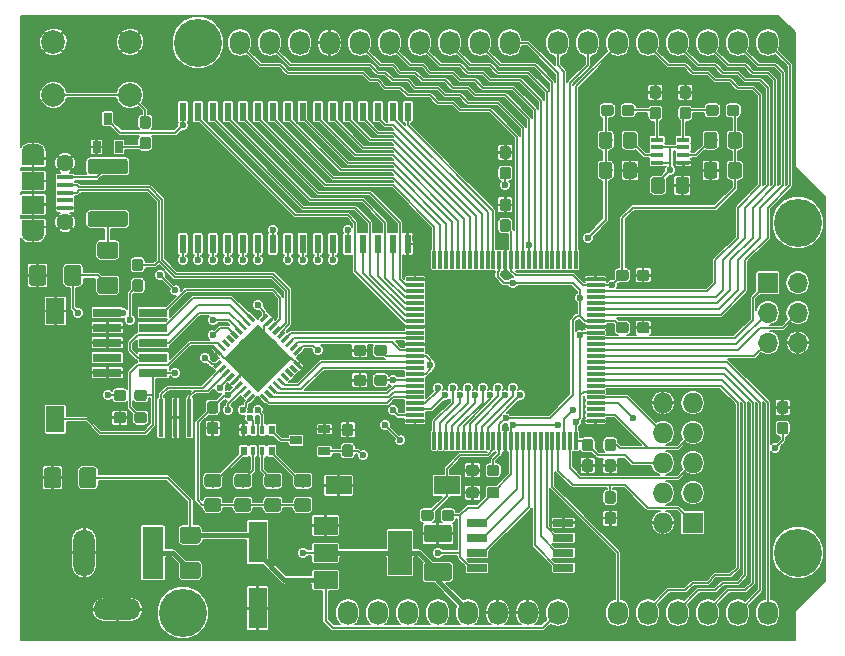
<source format=gtl>
G04 #@! TF.GenerationSoftware,KiCad,Pcbnew,(5.0.0-3-g5ebb6b6)*
G04 #@! TF.CreationDate,2018-11-17T18:38:13+08:00*
G04 #@! TF.ProjectId,M1DKv1-A3P060,4D31444B76312D4133503036302E6B69,rev?*
G04 #@! TF.SameCoordinates,Original*
G04 #@! TF.FileFunction,Copper,L1,Top,Signal*
G04 #@! TF.FilePolarity,Positive*
%FSLAX46Y46*%
G04 Gerber Fmt 4.6, Leading zero omitted, Abs format (unit mm)*
G04 Created by KiCad (PCBNEW (5.0.0-3-g5ebb6b6)) date 2018 November 17, Saturday 18:38:13*
%MOMM*%
%LPD*%
G01*
G04 APERTURE LIST*
G04 #@! TA.AperFunction,Conductor*
%ADD10C,0.100000*%
G04 #@! TD*
G04 #@! TA.AperFunction,SMDPad,CuDef*
%ADD11C,1.500000*%
G04 #@! TD*
G04 #@! TA.AperFunction,SMDPad,CuDef*
%ADD12R,0.600000X1.600000*%
G04 #@! TD*
G04 #@! TA.AperFunction,SMDPad,CuDef*
%ADD13R,2.400000X0.740000*%
G04 #@! TD*
G04 #@! TA.AperFunction,SMDPad,CuDef*
%ADD14C,1.150000*%
G04 #@! TD*
G04 #@! TA.AperFunction,ComponentPad*
%ADD15O,1.727200X2.032000*%
G04 #@! TD*
G04 #@! TA.AperFunction,ComponentPad*
%ADD16C,4.064000*%
G04 #@! TD*
G04 #@! TA.AperFunction,ComponentPad*
%ADD17R,1.700000X1.700000*%
G04 #@! TD*
G04 #@! TA.AperFunction,ComponentPad*
%ADD18O,1.700000X1.700000*%
G04 #@! TD*
G04 #@! TA.AperFunction,SMDPad,CuDef*
%ADD19C,0.950000*%
G04 #@! TD*
G04 #@! TA.AperFunction,ComponentPad*
%ADD20R,1.727200X1.727200*%
G04 #@! TD*
G04 #@! TA.AperFunction,ComponentPad*
%ADD21O,1.727200X1.727200*%
G04 #@! TD*
G04 #@! TA.AperFunction,SMDPad,CuDef*
%ADD22R,1.500000X0.300000*%
G04 #@! TD*
G04 #@! TA.AperFunction,SMDPad,CuDef*
%ADD23R,0.300000X1.500000*%
G04 #@! TD*
G04 #@! TA.AperFunction,SMDPad,CuDef*
%ADD24R,1.060000X0.400000*%
G04 #@! TD*
G04 #@! TA.AperFunction,SMDPad,CuDef*
%ADD25C,0.300000*%
G04 #@! TD*
G04 #@! TA.AperFunction,SMDPad,CuDef*
%ADD26C,4.100000*%
G04 #@! TD*
G04 #@! TA.AperFunction,SMDPad,CuDef*
%ADD27C,1.425000*%
G04 #@! TD*
G04 #@! TA.AperFunction,SMDPad,CuDef*
%ADD28C,1.300000*%
G04 #@! TD*
G04 #@! TA.AperFunction,SMDPad,CuDef*
%ADD29R,1.900000X1.500000*%
G04 #@! TD*
G04 #@! TA.AperFunction,ComponentPad*
%ADD30C,1.450000*%
G04 #@! TD*
G04 #@! TA.AperFunction,SMDPad,CuDef*
%ADD31R,1.350000X0.400000*%
G04 #@! TD*
G04 #@! TA.AperFunction,ComponentPad*
%ADD32O,1.900000X1.200000*%
G04 #@! TD*
G04 #@! TA.AperFunction,SMDPad,CuDef*
%ADD33R,1.900000X1.200000*%
G04 #@! TD*
G04 #@! TA.AperFunction,SMDPad,CuDef*
%ADD34R,0.400000X3.200000*%
G04 #@! TD*
G04 #@! TA.AperFunction,SMDPad,CuDef*
%ADD35R,1.700000X0.650000*%
G04 #@! TD*
G04 #@! TA.AperFunction,ComponentPad*
%ADD36C,2.000000*%
G04 #@! TD*
G04 #@! TA.AperFunction,SMDPad,CuDef*
%ADD37R,0.700000X1.000000*%
G04 #@! TD*
G04 #@! TA.AperFunction,SMDPad,CuDef*
%ADD38R,1.000000X0.700000*%
G04 #@! TD*
G04 #@! TA.AperFunction,SMDPad,CuDef*
%ADD39R,0.500000X0.800000*%
G04 #@! TD*
G04 #@! TA.AperFunction,SMDPad,CuDef*
%ADD40R,0.400000X0.800000*%
G04 #@! TD*
G04 #@! TA.AperFunction,SMDPad,CuDef*
%ADD41R,1.600000X2.180000*%
G04 #@! TD*
G04 #@! TA.AperFunction,SMDPad,CuDef*
%ADD42R,2.180000X1.600000*%
G04 #@! TD*
G04 #@! TA.AperFunction,SMDPad,CuDef*
%ADD43R,1.600000X3.500000*%
G04 #@! TD*
G04 #@! TA.AperFunction,ComponentPad*
%ADD44O,4.000000X1.800000*%
G04 #@! TD*
G04 #@! TA.AperFunction,ComponentPad*
%ADD45O,1.800000X4.000000*%
G04 #@! TD*
G04 #@! TA.AperFunction,ComponentPad*
%ADD46R,1.800000X4.400000*%
G04 #@! TD*
G04 #@! TA.AperFunction,SMDPad,CuDef*
%ADD47R,2.000000X3.800000*%
G04 #@! TD*
G04 #@! TA.AperFunction,SMDPad,CuDef*
%ADD48R,2.000000X1.500000*%
G04 #@! TD*
G04 #@! TA.AperFunction,ViaPad*
%ADD49C,0.600000*%
G04 #@! TD*
G04 #@! TA.AperFunction,Conductor*
%ADD50C,0.177800*%
G04 #@! TD*
G04 #@! TA.AperFunction,Conductor*
%ADD51C,0.381000*%
G04 #@! TD*
G04 #@! TA.AperFunction,Conductor*
%ADD52C,0.127000*%
G04 #@! TD*
G04 APERTURE END LIST*
D10*
G04 #@! TO.N,+5V*
G04 #@! TO.C,C16*
G36*
X147507504Y-119621204D02*
X147531773Y-119624804D01*
X147555571Y-119630765D01*
X147578671Y-119639030D01*
X147600849Y-119649520D01*
X147621893Y-119662133D01*
X147641598Y-119676747D01*
X147659777Y-119693223D01*
X147676253Y-119711402D01*
X147690867Y-119731107D01*
X147703480Y-119752151D01*
X147713970Y-119774329D01*
X147722235Y-119797429D01*
X147728196Y-119821227D01*
X147731796Y-119845496D01*
X147733000Y-119870000D01*
X147733000Y-120870000D01*
X147731796Y-120894504D01*
X147728196Y-120918773D01*
X147722235Y-120942571D01*
X147713970Y-120965671D01*
X147703480Y-120987849D01*
X147690867Y-121008893D01*
X147676253Y-121028598D01*
X147659777Y-121046777D01*
X147641598Y-121063253D01*
X147621893Y-121077867D01*
X147600849Y-121090480D01*
X147578671Y-121100970D01*
X147555571Y-121109235D01*
X147531773Y-121115196D01*
X147507504Y-121118796D01*
X147483000Y-121120000D01*
X145633000Y-121120000D01*
X145608496Y-121118796D01*
X145584227Y-121115196D01*
X145560429Y-121109235D01*
X145537329Y-121100970D01*
X145515151Y-121090480D01*
X145494107Y-121077867D01*
X145474402Y-121063253D01*
X145456223Y-121046777D01*
X145439747Y-121028598D01*
X145425133Y-121008893D01*
X145412520Y-120987849D01*
X145402030Y-120965671D01*
X145393765Y-120942571D01*
X145387804Y-120918773D01*
X145384204Y-120894504D01*
X145383000Y-120870000D01*
X145383000Y-119870000D01*
X145384204Y-119845496D01*
X145387804Y-119821227D01*
X145393765Y-119797429D01*
X145402030Y-119774329D01*
X145412520Y-119752151D01*
X145425133Y-119731107D01*
X145439747Y-119711402D01*
X145456223Y-119693223D01*
X145474402Y-119676747D01*
X145494107Y-119662133D01*
X145515151Y-119649520D01*
X145537329Y-119639030D01*
X145560429Y-119630765D01*
X145584227Y-119624804D01*
X145608496Y-119621204D01*
X145633000Y-119620000D01*
X147483000Y-119620000D01*
X147507504Y-119621204D01*
X147507504Y-119621204D01*
G37*
D11*
G04 #@! TD*
G04 #@! TO.P,C16,1*
G04 #@! TO.N,+5V*
X146558000Y-120370000D03*
D10*
G04 #@! TO.N,GND*
G04 #@! TO.C,C16*
G36*
X147507504Y-116371204D02*
X147531773Y-116374804D01*
X147555571Y-116380765D01*
X147578671Y-116389030D01*
X147600849Y-116399520D01*
X147621893Y-116412133D01*
X147641598Y-116426747D01*
X147659777Y-116443223D01*
X147676253Y-116461402D01*
X147690867Y-116481107D01*
X147703480Y-116502151D01*
X147713970Y-116524329D01*
X147722235Y-116547429D01*
X147728196Y-116571227D01*
X147731796Y-116595496D01*
X147733000Y-116620000D01*
X147733000Y-117620000D01*
X147731796Y-117644504D01*
X147728196Y-117668773D01*
X147722235Y-117692571D01*
X147713970Y-117715671D01*
X147703480Y-117737849D01*
X147690867Y-117758893D01*
X147676253Y-117778598D01*
X147659777Y-117796777D01*
X147641598Y-117813253D01*
X147621893Y-117827867D01*
X147600849Y-117840480D01*
X147578671Y-117850970D01*
X147555571Y-117859235D01*
X147531773Y-117865196D01*
X147507504Y-117868796D01*
X147483000Y-117870000D01*
X145633000Y-117870000D01*
X145608496Y-117868796D01*
X145584227Y-117865196D01*
X145560429Y-117859235D01*
X145537329Y-117850970D01*
X145515151Y-117840480D01*
X145494107Y-117827867D01*
X145474402Y-117813253D01*
X145456223Y-117796777D01*
X145439747Y-117778598D01*
X145425133Y-117758893D01*
X145412520Y-117737849D01*
X145402030Y-117715671D01*
X145393765Y-117692571D01*
X145387804Y-117668773D01*
X145384204Y-117644504D01*
X145383000Y-117620000D01*
X145383000Y-116620000D01*
X145384204Y-116595496D01*
X145387804Y-116571227D01*
X145393765Y-116547429D01*
X145402030Y-116524329D01*
X145412520Y-116502151D01*
X145425133Y-116481107D01*
X145439747Y-116461402D01*
X145456223Y-116443223D01*
X145474402Y-116426747D01*
X145494107Y-116412133D01*
X145515151Y-116399520D01*
X145537329Y-116389030D01*
X145560429Y-116380765D01*
X145584227Y-116374804D01*
X145608496Y-116371204D01*
X145633000Y-116370000D01*
X147483000Y-116370000D01*
X147507504Y-116371204D01*
X147507504Y-116371204D01*
G37*
D11*
G04 #@! TD*
G04 #@! TO.P,C16,2*
G04 #@! TO.N,GND*
X146558000Y-117120000D03*
D12*
G04 #@! TO.P,U4,1*
G04 #@! TO.N,/RA18*
X124968000Y-92595000D03*
G04 #@! TO.P,U4,2*
G04 #@! TO.N,/RA16*
X126238000Y-92595000D03*
G04 #@! TO.P,U4,3*
G04 #@! TO.N,/RA14*
X127508000Y-92595000D03*
G04 #@! TO.P,U4,4*
G04 #@! TO.N,/RA12*
X128778000Y-92595000D03*
G04 #@! TO.P,U4,5*
G04 #@! TO.N,/RA7*
X130048000Y-92595000D03*
G04 #@! TO.P,U4,6*
G04 #@! TO.N,/RA6*
X131318000Y-92595000D03*
G04 #@! TO.P,U4,7*
G04 #@! TO.N,/RA5*
X132588000Y-92595000D03*
G04 #@! TO.P,U4,8*
G04 #@! TO.N,/RA4*
X133868000Y-92595000D03*
G04 #@! TO.P,U4,9*
G04 #@! TO.N,/RA3*
X135118000Y-92595000D03*
G04 #@! TO.P,U4,10*
G04 #@! TO.N,/RA2*
X136398000Y-92595000D03*
G04 #@! TO.P,U4,11*
G04 #@! TO.N,/RA1*
X137668000Y-92595000D03*
G04 #@! TO.P,U4,12*
G04 #@! TO.N,/RA0*
X138938000Y-92595000D03*
G04 #@! TO.P,U4,13*
G04 #@! TO.N,/RD0*
X140208000Y-92595000D03*
G04 #@! TO.P,U4,14*
G04 #@! TO.N,/RD1*
X141478000Y-92595000D03*
G04 #@! TO.P,U4,15*
G04 #@! TO.N,/RD2*
X142748000Y-92595000D03*
G04 #@! TO.P,U4,16*
G04 #@! TO.N,GND*
X144018000Y-92595000D03*
G04 #@! TO.P,U4,17*
G04 #@! TO.N,/RD3*
X144018000Y-81395000D03*
G04 #@! TO.P,U4,18*
G04 #@! TO.N,/RD4*
X142748000Y-81395000D03*
G04 #@! TO.P,U4,19*
G04 #@! TO.N,/RD5*
X141478000Y-81395000D03*
G04 #@! TO.P,U4,20*
G04 #@! TO.N,/RD6*
X140208000Y-81395000D03*
G04 #@! TO.P,U4,21*
G04 #@! TO.N,/RD7*
X138938000Y-81395000D03*
G04 #@! TO.P,U4,22*
G04 #@! TO.N,/RCS*
X137668000Y-81395000D03*
G04 #@! TO.P,U4,23*
G04 #@! TO.N,/RA10*
X136398000Y-81395000D03*
G04 #@! TO.P,U4,24*
G04 #@! TO.N,/ROE*
X135118000Y-81395000D03*
G04 #@! TO.P,U4,25*
G04 #@! TO.N,/RA11*
X133868000Y-81395000D03*
G04 #@! TO.P,U4,26*
G04 #@! TO.N,/RA9*
X132588000Y-81395000D03*
G04 #@! TO.P,U4,27*
G04 #@! TO.N,/RA8*
X131318000Y-81395000D03*
G04 #@! TO.P,U4,28*
G04 #@! TO.N,/RA13*
X130048000Y-81395000D03*
G04 #@! TO.P,U4,29*
G04 #@! TO.N,/RWR*
X128778000Y-81395000D03*
G04 #@! TO.P,U4,30*
G04 #@! TO.N,/RA17*
X127508000Y-81395000D03*
G04 #@! TO.P,U4,31*
G04 #@! TO.N,/RA15*
X126238000Y-81395000D03*
G04 #@! TO.P,U4,32*
G04 #@! TO.N,+3V3*
X124968000Y-81395000D03*
G04 #@! TD*
D13*
G04 #@! TO.P,J3,1*
G04 #@! TO.N,+3V3*
X118573000Y-98425000D03*
G04 #@! TO.P,J3,2*
G04 #@! TO.N,/CTMS*
X122473000Y-98425000D03*
G04 #@! TO.P,J3,3*
G04 #@! TO.N,GND*
X118573000Y-99695000D03*
G04 #@! TO.P,J3,4*
G04 #@! TO.N,/CTCK*
X122473000Y-99695000D03*
G04 #@! TO.P,J3,5*
G04 #@! TO.N,GND*
X118573000Y-100965000D03*
G04 #@! TO.P,J3,6*
G04 #@! TO.N,/CTDO*
X122473000Y-100965000D03*
G04 #@! TO.P,J3,7*
G04 #@! TO.N,N/C*
X118573000Y-102235000D03*
G04 #@! TO.P,J3,8*
G04 #@! TO.N,/CTDI*
X122473000Y-102235000D03*
G04 #@! TO.P,J3,9*
G04 #@! TO.N,GND*
X118573000Y-103505000D03*
G04 #@! TO.P,J3,10*
G04 #@! TO.N,/CRST*
X122473000Y-103505000D03*
G04 #@! TD*
D10*
G04 #@! TO.N,+3V3*
G04 #@! TO.C,C13*
G36*
X172062505Y-85661204D02*
X172086773Y-85664804D01*
X172110572Y-85670765D01*
X172133671Y-85679030D01*
X172155850Y-85689520D01*
X172176893Y-85702132D01*
X172196599Y-85716747D01*
X172214777Y-85733223D01*
X172231253Y-85751401D01*
X172245868Y-85771107D01*
X172258480Y-85792150D01*
X172268970Y-85814329D01*
X172277235Y-85837428D01*
X172283196Y-85861227D01*
X172286796Y-85885495D01*
X172288000Y-85909999D01*
X172288000Y-86810001D01*
X172286796Y-86834505D01*
X172283196Y-86858773D01*
X172277235Y-86882572D01*
X172268970Y-86905671D01*
X172258480Y-86927850D01*
X172245868Y-86948893D01*
X172231253Y-86968599D01*
X172214777Y-86986777D01*
X172196599Y-87003253D01*
X172176893Y-87017868D01*
X172155850Y-87030480D01*
X172133671Y-87040970D01*
X172110572Y-87049235D01*
X172086773Y-87055196D01*
X172062505Y-87058796D01*
X172038001Y-87060000D01*
X171387999Y-87060000D01*
X171363495Y-87058796D01*
X171339227Y-87055196D01*
X171315428Y-87049235D01*
X171292329Y-87040970D01*
X171270150Y-87030480D01*
X171249107Y-87017868D01*
X171229401Y-87003253D01*
X171211223Y-86986777D01*
X171194747Y-86968599D01*
X171180132Y-86948893D01*
X171167520Y-86927850D01*
X171157030Y-86905671D01*
X171148765Y-86882572D01*
X171142804Y-86858773D01*
X171139204Y-86834505D01*
X171138000Y-86810001D01*
X171138000Y-85909999D01*
X171139204Y-85885495D01*
X171142804Y-85861227D01*
X171148765Y-85837428D01*
X171157030Y-85814329D01*
X171167520Y-85792150D01*
X171180132Y-85771107D01*
X171194747Y-85751401D01*
X171211223Y-85733223D01*
X171229401Y-85716747D01*
X171249107Y-85702132D01*
X171270150Y-85689520D01*
X171292329Y-85679030D01*
X171315428Y-85670765D01*
X171339227Y-85664804D01*
X171363495Y-85661204D01*
X171387999Y-85660000D01*
X172038001Y-85660000D01*
X172062505Y-85661204D01*
X172062505Y-85661204D01*
G37*
D14*
G04 #@! TD*
G04 #@! TO.P,C13,1*
G04 #@! TO.N,+3V3*
X171713000Y-86360000D03*
D10*
G04 #@! TO.N,GND*
G04 #@! TO.C,C13*
G36*
X170012505Y-85661204D02*
X170036773Y-85664804D01*
X170060572Y-85670765D01*
X170083671Y-85679030D01*
X170105850Y-85689520D01*
X170126893Y-85702132D01*
X170146599Y-85716747D01*
X170164777Y-85733223D01*
X170181253Y-85751401D01*
X170195868Y-85771107D01*
X170208480Y-85792150D01*
X170218970Y-85814329D01*
X170227235Y-85837428D01*
X170233196Y-85861227D01*
X170236796Y-85885495D01*
X170238000Y-85909999D01*
X170238000Y-86810001D01*
X170236796Y-86834505D01*
X170233196Y-86858773D01*
X170227235Y-86882572D01*
X170218970Y-86905671D01*
X170208480Y-86927850D01*
X170195868Y-86948893D01*
X170181253Y-86968599D01*
X170164777Y-86986777D01*
X170146599Y-87003253D01*
X170126893Y-87017868D01*
X170105850Y-87030480D01*
X170083671Y-87040970D01*
X170060572Y-87049235D01*
X170036773Y-87055196D01*
X170012505Y-87058796D01*
X169988001Y-87060000D01*
X169337999Y-87060000D01*
X169313495Y-87058796D01*
X169289227Y-87055196D01*
X169265428Y-87049235D01*
X169242329Y-87040970D01*
X169220150Y-87030480D01*
X169199107Y-87017868D01*
X169179401Y-87003253D01*
X169161223Y-86986777D01*
X169144747Y-86968599D01*
X169130132Y-86948893D01*
X169117520Y-86927850D01*
X169107030Y-86905671D01*
X169098765Y-86882572D01*
X169092804Y-86858773D01*
X169089204Y-86834505D01*
X169088000Y-86810001D01*
X169088000Y-85909999D01*
X169089204Y-85885495D01*
X169092804Y-85861227D01*
X169098765Y-85837428D01*
X169107030Y-85814329D01*
X169117520Y-85792150D01*
X169130132Y-85771107D01*
X169144747Y-85751401D01*
X169161223Y-85733223D01*
X169179401Y-85716747D01*
X169199107Y-85702132D01*
X169220150Y-85689520D01*
X169242329Y-85679030D01*
X169265428Y-85670765D01*
X169289227Y-85664804D01*
X169313495Y-85661204D01*
X169337999Y-85660000D01*
X169988001Y-85660000D01*
X170012505Y-85661204D01*
X170012505Y-85661204D01*
G37*
D14*
G04 #@! TD*
G04 #@! TO.P,C13,2*
G04 #@! TO.N,GND*
X169663000Y-86360000D03*
D15*
G04 #@! TO.P,P1,1*
G04 #@! TO.N,N/C*
X138938000Y-123825000D03*
G04 #@! TO.P,P1,2*
G04 #@! TO.N,+3V3*
X141478000Y-123825000D03*
G04 #@! TO.P,P1,3*
G04 #@! TO.N,/~RESET*
X144018000Y-123825000D03*
G04 #@! TO.P,P1,4*
G04 #@! TO.N,+3V3*
X146558000Y-123825000D03*
G04 #@! TO.P,P1,5*
G04 #@! TO.N,+5V*
X149098000Y-123825000D03*
G04 #@! TO.P,P1,6*
G04 #@! TO.N,GND*
X151638000Y-123825000D03*
G04 #@! TO.P,P1,7*
X154178000Y-123825000D03*
G04 #@! TO.P,P1,8*
G04 #@! TO.N,+12V*
X156718000Y-123825000D03*
G04 #@! TD*
G04 #@! TO.P,P2,1*
G04 #@! TO.N,/A0*
X161798000Y-123825000D03*
G04 #@! TO.P,P2,2*
G04 #@! TO.N,/A1*
X164338000Y-123825000D03*
G04 #@! TO.P,P2,3*
G04 #@! TO.N,/A2*
X166878000Y-123825000D03*
G04 #@! TO.P,P2,4*
G04 #@! TO.N,/A3*
X169418000Y-123825000D03*
G04 #@! TO.P,P2,5*
G04 #@! TO.N,/A4*
X171958000Y-123825000D03*
G04 #@! TO.P,P2,6*
G04 #@! TO.N,/A5*
X174498000Y-123825000D03*
G04 #@! TD*
G04 #@! TO.P,P3,1*
G04 #@! TO.N,/SCL*
X129794000Y-75565000D03*
G04 #@! TO.P,P3,2*
G04 #@! TO.N,/SDA*
X132334000Y-75565000D03*
G04 #@! TO.P,P3,3*
G04 #@! TO.N,+3V3*
X134874000Y-75565000D03*
G04 #@! TO.P,P3,4*
G04 #@! TO.N,GND*
X137414000Y-75565000D03*
G04 #@! TO.P,P3,5*
G04 #@! TO.N,/13*
X139954000Y-75565000D03*
G04 #@! TO.P,P3,6*
G04 #@! TO.N,/12*
X142494000Y-75565000D03*
G04 #@! TO.P,P3,7*
G04 #@! TO.N,/11*
X145034000Y-75565000D03*
G04 #@! TO.P,P3,8*
G04 #@! TO.N,/10*
X147574000Y-75565000D03*
G04 #@! TO.P,P3,9*
G04 #@! TO.N,/9*
X150114000Y-75565000D03*
G04 #@! TO.P,P3,10*
G04 #@! TO.N,/8*
X152654000Y-75565000D03*
G04 #@! TD*
G04 #@! TO.P,P4,1*
G04 #@! TO.N,/7*
X156718000Y-75565000D03*
G04 #@! TO.P,P4,2*
G04 #@! TO.N,/6*
X159258000Y-75565000D03*
G04 #@! TO.P,P4,3*
G04 #@! TO.N,/5*
X161798000Y-75565000D03*
G04 #@! TO.P,P4,4*
G04 #@! TO.N,/4*
X164338000Y-75565000D03*
G04 #@! TO.P,P4,5*
G04 #@! TO.N,/3*
X166878000Y-75565000D03*
G04 #@! TO.P,P4,6*
G04 #@! TO.N,/2*
X169418000Y-75565000D03*
G04 #@! TO.P,P4,7*
G04 #@! TO.N,/1(Tx)*
X171958000Y-75565000D03*
G04 #@! TO.P,P4,8*
G04 #@! TO.N,/0(Rx)*
X174498000Y-75565000D03*
G04 #@! TD*
D16*
G04 #@! TO.P,P5,1*
G04 #@! TO.N,N/C*
X124968000Y-123825000D03*
G04 #@! TD*
G04 #@! TO.P,P6,1*
G04 #@! TO.N,N/C*
X177038000Y-118745000D03*
G04 #@! TD*
G04 #@! TO.P,P7,1*
G04 #@! TO.N,N/C*
X126238000Y-75565000D03*
G04 #@! TD*
G04 #@! TO.P,P8,1*
G04 #@! TO.N,N/C*
X177038000Y-90805000D03*
G04 #@! TD*
D17*
G04 #@! TO.P,J1,1*
G04 #@! TO.N,/SMISO*
X174498000Y-95885000D03*
D18*
G04 #@! TO.P,J1,2*
G04 #@! TO.N,+5V*
X177038000Y-95885000D03*
G04 #@! TO.P,J1,3*
G04 #@! TO.N,/SSCK*
X174498000Y-98425000D03*
G04 #@! TO.P,J1,4*
G04 #@! TO.N,/SMOSI*
X177038000Y-98425000D03*
G04 #@! TO.P,J1,5*
G04 #@! TO.N,/~RESET*
X174498000Y-100965000D03*
G04 #@! TO.P,J1,6*
G04 #@! TO.N,GND*
X177038000Y-100965000D03*
G04 #@! TD*
D10*
G04 #@! TO.N,/FVPUMP*
G04 #@! TO.C,C1*
G36*
X161423779Y-109091144D02*
X161446834Y-109094563D01*
X161469443Y-109100227D01*
X161491387Y-109108079D01*
X161512457Y-109118044D01*
X161532448Y-109130026D01*
X161551168Y-109143910D01*
X161568438Y-109159562D01*
X161584090Y-109176832D01*
X161597974Y-109195552D01*
X161609956Y-109215543D01*
X161619921Y-109236613D01*
X161627773Y-109258557D01*
X161633437Y-109281166D01*
X161636856Y-109304221D01*
X161638000Y-109327500D01*
X161638000Y-109902500D01*
X161636856Y-109925779D01*
X161633437Y-109948834D01*
X161627773Y-109971443D01*
X161619921Y-109993387D01*
X161609956Y-110014457D01*
X161597974Y-110034448D01*
X161584090Y-110053168D01*
X161568438Y-110070438D01*
X161551168Y-110086090D01*
X161532448Y-110099974D01*
X161512457Y-110111956D01*
X161491387Y-110121921D01*
X161469443Y-110129773D01*
X161446834Y-110135437D01*
X161423779Y-110138856D01*
X161400500Y-110140000D01*
X160925500Y-110140000D01*
X160902221Y-110138856D01*
X160879166Y-110135437D01*
X160856557Y-110129773D01*
X160834613Y-110121921D01*
X160813543Y-110111956D01*
X160793552Y-110099974D01*
X160774832Y-110086090D01*
X160757562Y-110070438D01*
X160741910Y-110053168D01*
X160728026Y-110034448D01*
X160716044Y-110014457D01*
X160706079Y-109993387D01*
X160698227Y-109971443D01*
X160692563Y-109948834D01*
X160689144Y-109925779D01*
X160688000Y-109902500D01*
X160688000Y-109327500D01*
X160689144Y-109304221D01*
X160692563Y-109281166D01*
X160698227Y-109258557D01*
X160706079Y-109236613D01*
X160716044Y-109215543D01*
X160728026Y-109195552D01*
X160741910Y-109176832D01*
X160757562Y-109159562D01*
X160774832Y-109143910D01*
X160793552Y-109130026D01*
X160813543Y-109118044D01*
X160834613Y-109108079D01*
X160856557Y-109100227D01*
X160879166Y-109094563D01*
X160902221Y-109091144D01*
X160925500Y-109090000D01*
X161400500Y-109090000D01*
X161423779Y-109091144D01*
X161423779Y-109091144D01*
G37*
D19*
G04 #@! TD*
G04 #@! TO.P,C1,1*
G04 #@! TO.N,/FVPUMP*
X161163000Y-109615000D03*
D10*
G04 #@! TO.N,GND*
G04 #@! TO.C,C1*
G36*
X161423779Y-110841144D02*
X161446834Y-110844563D01*
X161469443Y-110850227D01*
X161491387Y-110858079D01*
X161512457Y-110868044D01*
X161532448Y-110880026D01*
X161551168Y-110893910D01*
X161568438Y-110909562D01*
X161584090Y-110926832D01*
X161597974Y-110945552D01*
X161609956Y-110965543D01*
X161619921Y-110986613D01*
X161627773Y-111008557D01*
X161633437Y-111031166D01*
X161636856Y-111054221D01*
X161638000Y-111077500D01*
X161638000Y-111652500D01*
X161636856Y-111675779D01*
X161633437Y-111698834D01*
X161627773Y-111721443D01*
X161619921Y-111743387D01*
X161609956Y-111764457D01*
X161597974Y-111784448D01*
X161584090Y-111803168D01*
X161568438Y-111820438D01*
X161551168Y-111836090D01*
X161532448Y-111849974D01*
X161512457Y-111861956D01*
X161491387Y-111871921D01*
X161469443Y-111879773D01*
X161446834Y-111885437D01*
X161423779Y-111888856D01*
X161400500Y-111890000D01*
X160925500Y-111890000D01*
X160902221Y-111888856D01*
X160879166Y-111885437D01*
X160856557Y-111879773D01*
X160834613Y-111871921D01*
X160813543Y-111861956D01*
X160793552Y-111849974D01*
X160774832Y-111836090D01*
X160757562Y-111820438D01*
X160741910Y-111803168D01*
X160728026Y-111784448D01*
X160716044Y-111764457D01*
X160706079Y-111743387D01*
X160698227Y-111721443D01*
X160692563Y-111698834D01*
X160689144Y-111675779D01*
X160688000Y-111652500D01*
X160688000Y-111077500D01*
X160689144Y-111054221D01*
X160692563Y-111031166D01*
X160698227Y-111008557D01*
X160706079Y-110986613D01*
X160716044Y-110965543D01*
X160728026Y-110945552D01*
X160741910Y-110926832D01*
X160757562Y-110909562D01*
X160774832Y-110893910D01*
X160793552Y-110880026D01*
X160813543Y-110868044D01*
X160834613Y-110858079D01*
X160856557Y-110850227D01*
X160879166Y-110844563D01*
X160902221Y-110841144D01*
X160925500Y-110840000D01*
X161400500Y-110840000D01*
X161423779Y-110841144D01*
X161423779Y-110841144D01*
G37*
D19*
G04 #@! TD*
G04 #@! TO.P,C1,2*
G04 #@! TO.N,GND*
X161163000Y-111365000D03*
D20*
G04 #@! TO.P,J2,1*
G04 #@! TO.N,/FTCK*
X168148000Y-116205000D03*
D21*
G04 #@! TO.P,J2,2*
G04 #@! TO.N,GND*
X165608000Y-116205000D03*
G04 #@! TO.P,J2,3*
G04 #@! TO.N,/FTDO*
X168148000Y-113665000D03*
G04 #@! TO.P,J2,4*
G04 #@! TO.N,N/C*
X165608000Y-113665000D03*
G04 #@! TO.P,J2,5*
G04 #@! TO.N,/FTMS*
X168148000Y-111125000D03*
G04 #@! TO.P,J2,6*
G04 #@! TO.N,+3V3*
X165608000Y-111125000D03*
G04 #@! TO.P,J2,7*
G04 #@! TO.N,/FVPUMP*
X168148000Y-108585000D03*
G04 #@! TO.P,J2,8*
G04 #@! TO.N,/FTRST*
X165608000Y-108585000D03*
G04 #@! TO.P,J2,9*
G04 #@! TO.N,/FTDI*
X168148000Y-106045000D03*
G04 #@! TO.P,J2,10*
G04 #@! TO.N,GND*
X165608000Y-106045000D03*
G04 #@! TD*
D10*
G04 #@! TO.N,/FTRST*
G04 #@! TO.C,R1*
G36*
X176028779Y-107666144D02*
X176051834Y-107669563D01*
X176074443Y-107675227D01*
X176096387Y-107683079D01*
X176117457Y-107693044D01*
X176137448Y-107705026D01*
X176156168Y-107718910D01*
X176173438Y-107734562D01*
X176189090Y-107751832D01*
X176202974Y-107770552D01*
X176214956Y-107790543D01*
X176224921Y-107811613D01*
X176232773Y-107833557D01*
X176238437Y-107856166D01*
X176241856Y-107879221D01*
X176243000Y-107902500D01*
X176243000Y-108477500D01*
X176241856Y-108500779D01*
X176238437Y-108523834D01*
X176232773Y-108546443D01*
X176224921Y-108568387D01*
X176214956Y-108589457D01*
X176202974Y-108609448D01*
X176189090Y-108628168D01*
X176173438Y-108645438D01*
X176156168Y-108661090D01*
X176137448Y-108674974D01*
X176117457Y-108686956D01*
X176096387Y-108696921D01*
X176074443Y-108704773D01*
X176051834Y-108710437D01*
X176028779Y-108713856D01*
X176005500Y-108715000D01*
X175530500Y-108715000D01*
X175507221Y-108713856D01*
X175484166Y-108710437D01*
X175461557Y-108704773D01*
X175439613Y-108696921D01*
X175418543Y-108686956D01*
X175398552Y-108674974D01*
X175379832Y-108661090D01*
X175362562Y-108645438D01*
X175346910Y-108628168D01*
X175333026Y-108609448D01*
X175321044Y-108589457D01*
X175311079Y-108568387D01*
X175303227Y-108546443D01*
X175297563Y-108523834D01*
X175294144Y-108500779D01*
X175293000Y-108477500D01*
X175293000Y-107902500D01*
X175294144Y-107879221D01*
X175297563Y-107856166D01*
X175303227Y-107833557D01*
X175311079Y-107811613D01*
X175321044Y-107790543D01*
X175333026Y-107770552D01*
X175346910Y-107751832D01*
X175362562Y-107734562D01*
X175379832Y-107718910D01*
X175398552Y-107705026D01*
X175418543Y-107693044D01*
X175439613Y-107683079D01*
X175461557Y-107675227D01*
X175484166Y-107669563D01*
X175507221Y-107666144D01*
X175530500Y-107665000D01*
X176005500Y-107665000D01*
X176028779Y-107666144D01*
X176028779Y-107666144D01*
G37*
D19*
G04 #@! TD*
G04 #@! TO.P,R1,1*
G04 #@! TO.N,/FTRST*
X175768000Y-108190000D03*
D10*
G04 #@! TO.N,GND*
G04 #@! TO.C,R1*
G36*
X176028779Y-105916144D02*
X176051834Y-105919563D01*
X176074443Y-105925227D01*
X176096387Y-105933079D01*
X176117457Y-105943044D01*
X176137448Y-105955026D01*
X176156168Y-105968910D01*
X176173438Y-105984562D01*
X176189090Y-106001832D01*
X176202974Y-106020552D01*
X176214956Y-106040543D01*
X176224921Y-106061613D01*
X176232773Y-106083557D01*
X176238437Y-106106166D01*
X176241856Y-106129221D01*
X176243000Y-106152500D01*
X176243000Y-106727500D01*
X176241856Y-106750779D01*
X176238437Y-106773834D01*
X176232773Y-106796443D01*
X176224921Y-106818387D01*
X176214956Y-106839457D01*
X176202974Y-106859448D01*
X176189090Y-106878168D01*
X176173438Y-106895438D01*
X176156168Y-106911090D01*
X176137448Y-106924974D01*
X176117457Y-106936956D01*
X176096387Y-106946921D01*
X176074443Y-106954773D01*
X176051834Y-106960437D01*
X176028779Y-106963856D01*
X176005500Y-106965000D01*
X175530500Y-106965000D01*
X175507221Y-106963856D01*
X175484166Y-106960437D01*
X175461557Y-106954773D01*
X175439613Y-106946921D01*
X175418543Y-106936956D01*
X175398552Y-106924974D01*
X175379832Y-106911090D01*
X175362562Y-106895438D01*
X175346910Y-106878168D01*
X175333026Y-106859448D01*
X175321044Y-106839457D01*
X175311079Y-106818387D01*
X175303227Y-106796443D01*
X175297563Y-106773834D01*
X175294144Y-106750779D01*
X175293000Y-106727500D01*
X175293000Y-106152500D01*
X175294144Y-106129221D01*
X175297563Y-106106166D01*
X175303227Y-106083557D01*
X175311079Y-106061613D01*
X175321044Y-106040543D01*
X175333026Y-106020552D01*
X175346910Y-106001832D01*
X175362562Y-105984562D01*
X175379832Y-105968910D01*
X175398552Y-105955026D01*
X175418543Y-105943044D01*
X175439613Y-105933079D01*
X175461557Y-105925227D01*
X175484166Y-105919563D01*
X175507221Y-105916144D01*
X175530500Y-105915000D01*
X176005500Y-105915000D01*
X176028779Y-105916144D01*
X176028779Y-105916144D01*
G37*
D19*
G04 #@! TD*
G04 #@! TO.P,R1,2*
G04 #@! TO.N,GND*
X175768000Y-106440000D03*
D10*
G04 #@! TO.N,GND*
G04 #@! TO.C,R2*
G36*
X161423779Y-115286144D02*
X161446834Y-115289563D01*
X161469443Y-115295227D01*
X161491387Y-115303079D01*
X161512457Y-115313044D01*
X161532448Y-115325026D01*
X161551168Y-115338910D01*
X161568438Y-115354562D01*
X161584090Y-115371832D01*
X161597974Y-115390552D01*
X161609956Y-115410543D01*
X161619921Y-115431613D01*
X161627773Y-115453557D01*
X161633437Y-115476166D01*
X161636856Y-115499221D01*
X161638000Y-115522500D01*
X161638000Y-116097500D01*
X161636856Y-116120779D01*
X161633437Y-116143834D01*
X161627773Y-116166443D01*
X161619921Y-116188387D01*
X161609956Y-116209457D01*
X161597974Y-116229448D01*
X161584090Y-116248168D01*
X161568438Y-116265438D01*
X161551168Y-116281090D01*
X161532448Y-116294974D01*
X161512457Y-116306956D01*
X161491387Y-116316921D01*
X161469443Y-116324773D01*
X161446834Y-116330437D01*
X161423779Y-116333856D01*
X161400500Y-116335000D01*
X160925500Y-116335000D01*
X160902221Y-116333856D01*
X160879166Y-116330437D01*
X160856557Y-116324773D01*
X160834613Y-116316921D01*
X160813543Y-116306956D01*
X160793552Y-116294974D01*
X160774832Y-116281090D01*
X160757562Y-116265438D01*
X160741910Y-116248168D01*
X160728026Y-116229448D01*
X160716044Y-116209457D01*
X160706079Y-116188387D01*
X160698227Y-116166443D01*
X160692563Y-116143834D01*
X160689144Y-116120779D01*
X160688000Y-116097500D01*
X160688000Y-115522500D01*
X160689144Y-115499221D01*
X160692563Y-115476166D01*
X160698227Y-115453557D01*
X160706079Y-115431613D01*
X160716044Y-115410543D01*
X160728026Y-115390552D01*
X160741910Y-115371832D01*
X160757562Y-115354562D01*
X160774832Y-115338910D01*
X160793552Y-115325026D01*
X160813543Y-115313044D01*
X160834613Y-115303079D01*
X160856557Y-115295227D01*
X160879166Y-115289563D01*
X160902221Y-115286144D01*
X160925500Y-115285000D01*
X161400500Y-115285000D01*
X161423779Y-115286144D01*
X161423779Y-115286144D01*
G37*
D19*
G04 #@! TD*
G04 #@! TO.P,R2,2*
G04 #@! TO.N,GND*
X161163000Y-115810000D03*
D10*
G04 #@! TO.N,/FTCK*
G04 #@! TO.C,R2*
G36*
X161423779Y-113536144D02*
X161446834Y-113539563D01*
X161469443Y-113545227D01*
X161491387Y-113553079D01*
X161512457Y-113563044D01*
X161532448Y-113575026D01*
X161551168Y-113588910D01*
X161568438Y-113604562D01*
X161584090Y-113621832D01*
X161597974Y-113640552D01*
X161609956Y-113660543D01*
X161619921Y-113681613D01*
X161627773Y-113703557D01*
X161633437Y-113726166D01*
X161636856Y-113749221D01*
X161638000Y-113772500D01*
X161638000Y-114347500D01*
X161636856Y-114370779D01*
X161633437Y-114393834D01*
X161627773Y-114416443D01*
X161619921Y-114438387D01*
X161609956Y-114459457D01*
X161597974Y-114479448D01*
X161584090Y-114498168D01*
X161568438Y-114515438D01*
X161551168Y-114531090D01*
X161532448Y-114544974D01*
X161512457Y-114556956D01*
X161491387Y-114566921D01*
X161469443Y-114574773D01*
X161446834Y-114580437D01*
X161423779Y-114583856D01*
X161400500Y-114585000D01*
X160925500Y-114585000D01*
X160902221Y-114583856D01*
X160879166Y-114580437D01*
X160856557Y-114574773D01*
X160834613Y-114566921D01*
X160813543Y-114556956D01*
X160793552Y-114544974D01*
X160774832Y-114531090D01*
X160757562Y-114515438D01*
X160741910Y-114498168D01*
X160728026Y-114479448D01*
X160716044Y-114459457D01*
X160706079Y-114438387D01*
X160698227Y-114416443D01*
X160692563Y-114393834D01*
X160689144Y-114370779D01*
X160688000Y-114347500D01*
X160688000Y-113772500D01*
X160689144Y-113749221D01*
X160692563Y-113726166D01*
X160698227Y-113703557D01*
X160706079Y-113681613D01*
X160716044Y-113660543D01*
X160728026Y-113640552D01*
X160741910Y-113621832D01*
X160757562Y-113604562D01*
X160774832Y-113588910D01*
X160793552Y-113575026D01*
X160813543Y-113563044D01*
X160834613Y-113553079D01*
X160856557Y-113545227D01*
X160879166Y-113539563D01*
X160902221Y-113536144D01*
X160925500Y-113535000D01*
X161400500Y-113535000D01*
X161423779Y-113536144D01*
X161423779Y-113536144D01*
G37*
D19*
G04 #@! TD*
G04 #@! TO.P,R2,1*
G04 #@! TO.N,/FTCK*
X161163000Y-114060000D03*
D22*
G04 #@! TO.P,U1,1*
G04 #@! TO.N,GND*
X144623000Y-95600000D03*
G04 #@! TO.P,U1,2*
G04 #@! TO.N,/RA13*
X144623000Y-96100000D03*
G04 #@! TO.P,U1,3*
G04 #@! TO.N,/RD2*
X144623000Y-96600000D03*
G04 #@! TO.P,U1,4*
G04 #@! TO.N,/RWR*
X144623000Y-97100000D03*
G04 #@! TO.P,U1,5*
G04 #@! TO.N,/RD1*
X144623000Y-97600000D03*
G04 #@! TO.P,U1,6*
G04 #@! TO.N,/RA17*
X144623000Y-98100000D03*
G04 #@! TO.P,U1,7*
G04 #@! TO.N,/RD0*
X144623000Y-98600000D03*
G04 #@! TO.P,U1,8*
G04 #@! TO.N,/RA15*
X144623000Y-99100000D03*
G04 #@! TO.P,U1,9*
G04 #@! TO.N,GND*
X144623000Y-99600000D03*
G04 #@! TO.P,U1,10*
G04 #@! TO.N,/USRX*
X144623000Y-100100000D03*
G04 #@! TO.P,U1,11*
G04 #@! TO.N,/USTX*
X144623000Y-100600000D03*
G04 #@! TO.P,U1,12*
G04 #@! TO.N,GND*
X144623000Y-101100000D03*
G04 #@! TO.P,U1,13*
G04 #@! TO.N,/CLK*
X144623000Y-101600000D03*
G04 #@! TO.P,U1,14*
G04 #@! TO.N,+1V5*
X144623000Y-102100000D03*
G04 #@! TO.P,U1,15*
G04 #@! TO.N,/SPIMOSI*
X144623000Y-102600000D03*
G04 #@! TO.P,U1,16*
G04 #@! TO.N,/SPIMISO*
X144623000Y-103100000D03*
G04 #@! TO.P,U1,17*
G04 #@! TO.N,+1V5*
X144623000Y-103600000D03*
G04 #@! TO.P,U1,18*
G04 #@! TO.N,+3V3*
X144623000Y-104100000D03*
G04 #@! TO.P,U1,19*
G04 #@! TO.N,/SPISCK*
X144623000Y-104600000D03*
G04 #@! TO.P,U1,20*
G04 #@! TO.N,/SPINSS*
X144623000Y-105100000D03*
G04 #@! TO.P,U1,21*
G04 #@! TO.N,/IRQ*
X144623000Y-105600000D03*
G04 #@! TO.P,U1,22*
G04 #@! TO.N,/RA18*
X144623000Y-106100000D03*
G04 #@! TO.P,U1,23*
G04 #@! TO.N,/RA16*
X144623000Y-106600000D03*
G04 #@! TO.P,U1,24*
G04 #@! TO.N,+3V3*
X144623000Y-107100000D03*
G04 #@! TO.P,U1,25*
G04 #@! TO.N,GND*
X144623000Y-107600000D03*
D23*
G04 #@! TO.P,U1,26*
G04 #@! TO.N,/RA14*
X146273000Y-109250000D03*
G04 #@! TO.P,U1,27*
G04 #@! TO.N,/RA12*
X146773000Y-109250000D03*
G04 #@! TO.P,U1,28*
G04 #@! TO.N,/RA7*
X147273000Y-109250000D03*
G04 #@! TO.P,U1,29*
G04 #@! TO.N,/RA6*
X147773000Y-109250000D03*
G04 #@! TO.P,U1,30*
G04 #@! TO.N,/RA5*
X148273000Y-109250000D03*
G04 #@! TO.P,U1,31*
G04 #@! TO.N,/RA4*
X148773000Y-109250000D03*
G04 #@! TO.P,U1,32*
G04 #@! TO.N,/RA3*
X149273000Y-109250000D03*
G04 #@! TO.P,U1,33*
G04 #@! TO.N,/RA2*
X149773000Y-109250000D03*
G04 #@! TO.P,U1,34*
G04 #@! TO.N,/RA1*
X150273000Y-109250000D03*
G04 #@! TO.P,U1,35*
G04 #@! TO.N,/RA0*
X150773000Y-109250000D03*
G04 #@! TO.P,U1,36*
G04 #@! TO.N,/BUTTON*
X151273000Y-109250000D03*
G04 #@! TO.P,U1,37*
G04 #@! TO.N,+1V5*
X151773000Y-109250000D03*
G04 #@! TO.P,U1,38*
G04 #@! TO.N,GND*
X152273000Y-109250000D03*
G04 #@! TO.P,U1,39*
G04 #@! TO.N,+3V3*
X152773000Y-109250000D03*
G04 #@! TO.P,U1,40*
G04 #@! TO.N,/FMOSI*
X153273000Y-109250000D03*
G04 #@! TO.P,U1,41*
G04 #@! TO.N,/FSCK*
X153773000Y-109250000D03*
G04 #@! TO.P,U1,42*
G04 #@! TO.N,/FHOLD*
X154273000Y-109250000D03*
G04 #@! TO.P,U1,43*
G04 #@! TO.N,/FCS*
X154773000Y-109250000D03*
G04 #@! TO.P,U1,44*
G04 #@! TO.N,/FMISO*
X155273000Y-109250000D03*
G04 #@! TO.P,U1,45*
G04 #@! TO.N,/FWP*
X155773000Y-109250000D03*
G04 #@! TO.P,U1,46*
G04 #@! TO.N,/A0*
X156273000Y-109250000D03*
G04 #@! TO.P,U1,47*
G04 #@! TO.N,/FTCK*
X156773000Y-109250000D03*
G04 #@! TO.P,U1,48*
G04 #@! TO.N,/FTDI*
X157273000Y-109250000D03*
G04 #@! TO.P,U1,49*
G04 #@! TO.N,/FTMS*
X157773000Y-109250000D03*
G04 #@! TO.P,U1,50*
G04 #@! TO.N,+3V3*
X158273000Y-109250000D03*
D22*
G04 #@! TO.P,U1,51*
G04 #@! TO.N,GND*
X159923000Y-107600000D03*
G04 #@! TO.P,U1,52*
G04 #@! TO.N,/FVPUMP*
X159923000Y-107100000D03*
G04 #@! TO.P,U1,53*
G04 #@! TO.N,N/C*
X159923000Y-106600000D03*
G04 #@! TO.P,U1,54*
G04 #@! TO.N,/FTDO*
X159923000Y-106100000D03*
G04 #@! TO.P,U1,55*
G04 #@! TO.N,/FTRST*
X159923000Y-105600000D03*
G04 #@! TO.P,U1,56*
G04 #@! TO.N,+3V3*
X159923000Y-105100000D03*
G04 #@! TO.P,U1,57*
G04 #@! TO.N,/A1*
X159923000Y-104600000D03*
G04 #@! TO.P,U1,58*
G04 #@! TO.N,/A2*
X159923000Y-104100000D03*
G04 #@! TO.P,U1,59*
G04 #@! TO.N,/A3*
X159923000Y-103600000D03*
G04 #@! TO.P,U1,60*
G04 #@! TO.N,/A4*
X159923000Y-103100000D03*
G04 #@! TO.P,U1,61*
G04 #@! TO.N,/A5*
X159923000Y-102600000D03*
G04 #@! TO.P,U1,62*
G04 #@! TO.N,/~RESET*
X159923000Y-102100000D03*
G04 #@! TO.P,U1,63*
G04 #@! TO.N,/SMOSI*
X159923000Y-101600000D03*
G04 #@! TO.P,U1,64*
G04 #@! TO.N,/SSCK*
X159923000Y-101100000D03*
G04 #@! TO.P,U1,65*
G04 #@! TO.N,/SMISO*
X159923000Y-100600000D03*
G04 #@! TO.P,U1,66*
G04 #@! TO.N,+3V3*
X159923000Y-100100000D03*
G04 #@! TO.P,U1,67*
G04 #@! TO.N,GND*
X159923000Y-99600000D03*
G04 #@! TO.P,U1,68*
G04 #@! TO.N,+1V5*
X159923000Y-99100000D03*
G04 #@! TO.P,U1,69*
G04 #@! TO.N,/0(Rx)*
X159923000Y-98600000D03*
G04 #@! TO.P,U1,70*
G04 #@! TO.N,/1(Tx)*
X159923000Y-98100000D03*
G04 #@! TO.P,U1,71*
G04 #@! TO.N,/2*
X159923000Y-97600000D03*
G04 #@! TO.P,U1,72*
G04 #@! TO.N,/3*
X159923000Y-97100000D03*
G04 #@! TO.P,U1,73*
G04 #@! TO.N,/4*
X159923000Y-96600000D03*
G04 #@! TO.P,U1,74*
G04 #@! TO.N,+3V3*
X159923000Y-96100000D03*
G04 #@! TO.P,U1,75*
G04 #@! TO.N,GND*
X159923000Y-95600000D03*
D23*
G04 #@! TO.P,U1,76*
G04 #@! TO.N,/5*
X158273000Y-93950000D03*
G04 #@! TO.P,U1,77*
G04 #@! TO.N,/6*
X157773000Y-93950000D03*
G04 #@! TO.P,U1,78*
G04 #@! TO.N,/7*
X157273000Y-93950000D03*
G04 #@! TO.P,U1,79*
G04 #@! TO.N,/8*
X156773000Y-93950000D03*
G04 #@! TO.P,U1,80*
G04 #@! TO.N,/9*
X156273000Y-93950000D03*
G04 #@! TO.P,U1,81*
G04 #@! TO.N,/10*
X155773000Y-93950000D03*
G04 #@! TO.P,U1,82*
G04 #@! TO.N,/11*
X155273000Y-93950000D03*
G04 #@! TO.P,U1,83*
G04 #@! TO.N,/12*
X154773000Y-93950000D03*
G04 #@! TO.P,U1,84*
G04 #@! TO.N,/13*
X154273000Y-93950000D03*
G04 #@! TO.P,U1,85*
G04 #@! TO.N,/SDA*
X153773000Y-93950000D03*
G04 #@! TO.P,U1,86*
G04 #@! TO.N,/SCL*
X153273000Y-93950000D03*
G04 #@! TO.P,U1,87*
G04 #@! TO.N,+3V3*
X152773000Y-93950000D03*
G04 #@! TO.P,U1,88*
G04 #@! TO.N,GND*
X152273000Y-93950000D03*
G04 #@! TO.P,U1,89*
G04 #@! TO.N,+1V5*
X151773000Y-93950000D03*
G04 #@! TO.P,U1,90*
G04 #@! TO.N,/RD3*
X151273000Y-93950000D03*
G04 #@! TO.P,U1,91*
G04 #@! TO.N,/RD4*
X150773000Y-93950000D03*
G04 #@! TO.P,U1,92*
G04 #@! TO.N,/RD5*
X150273000Y-93950000D03*
G04 #@! TO.P,U1,93*
G04 #@! TO.N,/RD6*
X149773000Y-93950000D03*
G04 #@! TO.P,U1,94*
G04 #@! TO.N,/RD7*
X149273000Y-93950000D03*
G04 #@! TO.P,U1,95*
G04 #@! TO.N,/RCS*
X148773000Y-93950000D03*
G04 #@! TO.P,U1,96*
G04 #@! TO.N,/RA10*
X148273000Y-93950000D03*
G04 #@! TO.P,U1,97*
G04 #@! TO.N,/ROE*
X147773000Y-93950000D03*
G04 #@! TO.P,U1,98*
G04 #@! TO.N,/RA11*
X147273000Y-93950000D03*
G04 #@! TO.P,U1,99*
G04 #@! TO.N,/RA9*
X146773000Y-93950000D03*
G04 #@! TO.P,U1,100*
G04 #@! TO.N,/RA8*
X146273000Y-93950000D03*
G04 #@! TD*
D10*
G04 #@! TO.N,GND*
G04 #@! TO.C,C2*
G36*
X140278779Y-101126144D02*
X140301834Y-101129563D01*
X140324443Y-101135227D01*
X140346387Y-101143079D01*
X140367457Y-101153044D01*
X140387448Y-101165026D01*
X140406168Y-101178910D01*
X140423438Y-101194562D01*
X140439090Y-101211832D01*
X140452974Y-101230552D01*
X140464956Y-101250543D01*
X140474921Y-101271613D01*
X140482773Y-101293557D01*
X140488437Y-101316166D01*
X140491856Y-101339221D01*
X140493000Y-101362500D01*
X140493000Y-101837500D01*
X140491856Y-101860779D01*
X140488437Y-101883834D01*
X140482773Y-101906443D01*
X140474921Y-101928387D01*
X140464956Y-101949457D01*
X140452974Y-101969448D01*
X140439090Y-101988168D01*
X140423438Y-102005438D01*
X140406168Y-102021090D01*
X140387448Y-102034974D01*
X140367457Y-102046956D01*
X140346387Y-102056921D01*
X140324443Y-102064773D01*
X140301834Y-102070437D01*
X140278779Y-102073856D01*
X140255500Y-102075000D01*
X139680500Y-102075000D01*
X139657221Y-102073856D01*
X139634166Y-102070437D01*
X139611557Y-102064773D01*
X139589613Y-102056921D01*
X139568543Y-102046956D01*
X139548552Y-102034974D01*
X139529832Y-102021090D01*
X139512562Y-102005438D01*
X139496910Y-101988168D01*
X139483026Y-101969448D01*
X139471044Y-101949457D01*
X139461079Y-101928387D01*
X139453227Y-101906443D01*
X139447563Y-101883834D01*
X139444144Y-101860779D01*
X139443000Y-101837500D01*
X139443000Y-101362500D01*
X139444144Y-101339221D01*
X139447563Y-101316166D01*
X139453227Y-101293557D01*
X139461079Y-101271613D01*
X139471044Y-101250543D01*
X139483026Y-101230552D01*
X139496910Y-101211832D01*
X139512562Y-101194562D01*
X139529832Y-101178910D01*
X139548552Y-101165026D01*
X139568543Y-101153044D01*
X139589613Y-101143079D01*
X139611557Y-101135227D01*
X139634166Y-101129563D01*
X139657221Y-101126144D01*
X139680500Y-101125000D01*
X140255500Y-101125000D01*
X140278779Y-101126144D01*
X140278779Y-101126144D01*
G37*
D19*
G04 #@! TD*
G04 #@! TO.P,C2,2*
G04 #@! TO.N,GND*
X139968000Y-101600000D03*
D10*
G04 #@! TO.N,+1V5*
G04 #@! TO.C,C2*
G36*
X142028779Y-101126144D02*
X142051834Y-101129563D01*
X142074443Y-101135227D01*
X142096387Y-101143079D01*
X142117457Y-101153044D01*
X142137448Y-101165026D01*
X142156168Y-101178910D01*
X142173438Y-101194562D01*
X142189090Y-101211832D01*
X142202974Y-101230552D01*
X142214956Y-101250543D01*
X142224921Y-101271613D01*
X142232773Y-101293557D01*
X142238437Y-101316166D01*
X142241856Y-101339221D01*
X142243000Y-101362500D01*
X142243000Y-101837500D01*
X142241856Y-101860779D01*
X142238437Y-101883834D01*
X142232773Y-101906443D01*
X142224921Y-101928387D01*
X142214956Y-101949457D01*
X142202974Y-101969448D01*
X142189090Y-101988168D01*
X142173438Y-102005438D01*
X142156168Y-102021090D01*
X142137448Y-102034974D01*
X142117457Y-102046956D01*
X142096387Y-102056921D01*
X142074443Y-102064773D01*
X142051834Y-102070437D01*
X142028779Y-102073856D01*
X142005500Y-102075000D01*
X141430500Y-102075000D01*
X141407221Y-102073856D01*
X141384166Y-102070437D01*
X141361557Y-102064773D01*
X141339613Y-102056921D01*
X141318543Y-102046956D01*
X141298552Y-102034974D01*
X141279832Y-102021090D01*
X141262562Y-102005438D01*
X141246910Y-101988168D01*
X141233026Y-101969448D01*
X141221044Y-101949457D01*
X141211079Y-101928387D01*
X141203227Y-101906443D01*
X141197563Y-101883834D01*
X141194144Y-101860779D01*
X141193000Y-101837500D01*
X141193000Y-101362500D01*
X141194144Y-101339221D01*
X141197563Y-101316166D01*
X141203227Y-101293557D01*
X141211079Y-101271613D01*
X141221044Y-101250543D01*
X141233026Y-101230552D01*
X141246910Y-101211832D01*
X141262562Y-101194562D01*
X141279832Y-101178910D01*
X141298552Y-101165026D01*
X141318543Y-101153044D01*
X141339613Y-101143079D01*
X141361557Y-101135227D01*
X141384166Y-101129563D01*
X141407221Y-101126144D01*
X141430500Y-101125000D01*
X142005500Y-101125000D01*
X142028779Y-101126144D01*
X142028779Y-101126144D01*
G37*
D19*
G04 #@! TD*
G04 #@! TO.P,C2,1*
G04 #@! TO.N,+1V5*
X141718000Y-101600000D03*
D10*
G04 #@! TO.N,+1V5*
G04 #@! TO.C,C3*
G36*
X162503779Y-99221144D02*
X162526834Y-99224563D01*
X162549443Y-99230227D01*
X162571387Y-99238079D01*
X162592457Y-99248044D01*
X162612448Y-99260026D01*
X162631168Y-99273910D01*
X162648438Y-99289562D01*
X162664090Y-99306832D01*
X162677974Y-99325552D01*
X162689956Y-99345543D01*
X162699921Y-99366613D01*
X162707773Y-99388557D01*
X162713437Y-99411166D01*
X162716856Y-99434221D01*
X162718000Y-99457500D01*
X162718000Y-99932500D01*
X162716856Y-99955779D01*
X162713437Y-99978834D01*
X162707773Y-100001443D01*
X162699921Y-100023387D01*
X162689956Y-100044457D01*
X162677974Y-100064448D01*
X162664090Y-100083168D01*
X162648438Y-100100438D01*
X162631168Y-100116090D01*
X162612448Y-100129974D01*
X162592457Y-100141956D01*
X162571387Y-100151921D01*
X162549443Y-100159773D01*
X162526834Y-100165437D01*
X162503779Y-100168856D01*
X162480500Y-100170000D01*
X161905500Y-100170000D01*
X161882221Y-100168856D01*
X161859166Y-100165437D01*
X161836557Y-100159773D01*
X161814613Y-100151921D01*
X161793543Y-100141956D01*
X161773552Y-100129974D01*
X161754832Y-100116090D01*
X161737562Y-100100438D01*
X161721910Y-100083168D01*
X161708026Y-100064448D01*
X161696044Y-100044457D01*
X161686079Y-100023387D01*
X161678227Y-100001443D01*
X161672563Y-99978834D01*
X161669144Y-99955779D01*
X161668000Y-99932500D01*
X161668000Y-99457500D01*
X161669144Y-99434221D01*
X161672563Y-99411166D01*
X161678227Y-99388557D01*
X161686079Y-99366613D01*
X161696044Y-99345543D01*
X161708026Y-99325552D01*
X161721910Y-99306832D01*
X161737562Y-99289562D01*
X161754832Y-99273910D01*
X161773552Y-99260026D01*
X161793543Y-99248044D01*
X161814613Y-99238079D01*
X161836557Y-99230227D01*
X161859166Y-99224563D01*
X161882221Y-99221144D01*
X161905500Y-99220000D01*
X162480500Y-99220000D01*
X162503779Y-99221144D01*
X162503779Y-99221144D01*
G37*
D19*
G04 #@! TD*
G04 #@! TO.P,C3,1*
G04 #@! TO.N,+1V5*
X162193000Y-99695000D03*
D10*
G04 #@! TO.N,GND*
G04 #@! TO.C,C3*
G36*
X164253779Y-99221144D02*
X164276834Y-99224563D01*
X164299443Y-99230227D01*
X164321387Y-99238079D01*
X164342457Y-99248044D01*
X164362448Y-99260026D01*
X164381168Y-99273910D01*
X164398438Y-99289562D01*
X164414090Y-99306832D01*
X164427974Y-99325552D01*
X164439956Y-99345543D01*
X164449921Y-99366613D01*
X164457773Y-99388557D01*
X164463437Y-99411166D01*
X164466856Y-99434221D01*
X164468000Y-99457500D01*
X164468000Y-99932500D01*
X164466856Y-99955779D01*
X164463437Y-99978834D01*
X164457773Y-100001443D01*
X164449921Y-100023387D01*
X164439956Y-100044457D01*
X164427974Y-100064448D01*
X164414090Y-100083168D01*
X164398438Y-100100438D01*
X164381168Y-100116090D01*
X164362448Y-100129974D01*
X164342457Y-100141956D01*
X164321387Y-100151921D01*
X164299443Y-100159773D01*
X164276834Y-100165437D01*
X164253779Y-100168856D01*
X164230500Y-100170000D01*
X163655500Y-100170000D01*
X163632221Y-100168856D01*
X163609166Y-100165437D01*
X163586557Y-100159773D01*
X163564613Y-100151921D01*
X163543543Y-100141956D01*
X163523552Y-100129974D01*
X163504832Y-100116090D01*
X163487562Y-100100438D01*
X163471910Y-100083168D01*
X163458026Y-100064448D01*
X163446044Y-100044457D01*
X163436079Y-100023387D01*
X163428227Y-100001443D01*
X163422563Y-99978834D01*
X163419144Y-99955779D01*
X163418000Y-99932500D01*
X163418000Y-99457500D01*
X163419144Y-99434221D01*
X163422563Y-99411166D01*
X163428227Y-99388557D01*
X163436079Y-99366613D01*
X163446044Y-99345543D01*
X163458026Y-99325552D01*
X163471910Y-99306832D01*
X163487562Y-99289562D01*
X163504832Y-99273910D01*
X163523552Y-99260026D01*
X163543543Y-99248044D01*
X163564613Y-99238079D01*
X163586557Y-99230227D01*
X163609166Y-99224563D01*
X163632221Y-99221144D01*
X163655500Y-99220000D01*
X164230500Y-99220000D01*
X164253779Y-99221144D01*
X164253779Y-99221144D01*
G37*
D19*
G04 #@! TD*
G04 #@! TO.P,C3,2*
G04 #@! TO.N,GND*
X163943000Y-99695000D03*
D10*
G04 #@! TO.N,GND*
G04 #@! TO.C,C4*
G36*
X152533779Y-84326144D02*
X152556834Y-84329563D01*
X152579443Y-84335227D01*
X152601387Y-84343079D01*
X152622457Y-84353044D01*
X152642448Y-84365026D01*
X152661168Y-84378910D01*
X152678438Y-84394562D01*
X152694090Y-84411832D01*
X152707974Y-84430552D01*
X152719956Y-84450543D01*
X152729921Y-84471613D01*
X152737773Y-84493557D01*
X152743437Y-84516166D01*
X152746856Y-84539221D01*
X152748000Y-84562500D01*
X152748000Y-85137500D01*
X152746856Y-85160779D01*
X152743437Y-85183834D01*
X152737773Y-85206443D01*
X152729921Y-85228387D01*
X152719956Y-85249457D01*
X152707974Y-85269448D01*
X152694090Y-85288168D01*
X152678438Y-85305438D01*
X152661168Y-85321090D01*
X152642448Y-85334974D01*
X152622457Y-85346956D01*
X152601387Y-85356921D01*
X152579443Y-85364773D01*
X152556834Y-85370437D01*
X152533779Y-85373856D01*
X152510500Y-85375000D01*
X152035500Y-85375000D01*
X152012221Y-85373856D01*
X151989166Y-85370437D01*
X151966557Y-85364773D01*
X151944613Y-85356921D01*
X151923543Y-85346956D01*
X151903552Y-85334974D01*
X151884832Y-85321090D01*
X151867562Y-85305438D01*
X151851910Y-85288168D01*
X151838026Y-85269448D01*
X151826044Y-85249457D01*
X151816079Y-85228387D01*
X151808227Y-85206443D01*
X151802563Y-85183834D01*
X151799144Y-85160779D01*
X151798000Y-85137500D01*
X151798000Y-84562500D01*
X151799144Y-84539221D01*
X151802563Y-84516166D01*
X151808227Y-84493557D01*
X151816079Y-84471613D01*
X151826044Y-84450543D01*
X151838026Y-84430552D01*
X151851910Y-84411832D01*
X151867562Y-84394562D01*
X151884832Y-84378910D01*
X151903552Y-84365026D01*
X151923543Y-84353044D01*
X151944613Y-84343079D01*
X151966557Y-84335227D01*
X151989166Y-84329563D01*
X152012221Y-84326144D01*
X152035500Y-84325000D01*
X152510500Y-84325000D01*
X152533779Y-84326144D01*
X152533779Y-84326144D01*
G37*
D19*
G04 #@! TD*
G04 #@! TO.P,C4,2*
G04 #@! TO.N,GND*
X152273000Y-84850000D03*
D10*
G04 #@! TO.N,+1V5*
G04 #@! TO.C,C4*
G36*
X152533779Y-86076144D02*
X152556834Y-86079563D01*
X152579443Y-86085227D01*
X152601387Y-86093079D01*
X152622457Y-86103044D01*
X152642448Y-86115026D01*
X152661168Y-86128910D01*
X152678438Y-86144562D01*
X152694090Y-86161832D01*
X152707974Y-86180552D01*
X152719956Y-86200543D01*
X152729921Y-86221613D01*
X152737773Y-86243557D01*
X152743437Y-86266166D01*
X152746856Y-86289221D01*
X152748000Y-86312500D01*
X152748000Y-86887500D01*
X152746856Y-86910779D01*
X152743437Y-86933834D01*
X152737773Y-86956443D01*
X152729921Y-86978387D01*
X152719956Y-86999457D01*
X152707974Y-87019448D01*
X152694090Y-87038168D01*
X152678438Y-87055438D01*
X152661168Y-87071090D01*
X152642448Y-87084974D01*
X152622457Y-87096956D01*
X152601387Y-87106921D01*
X152579443Y-87114773D01*
X152556834Y-87120437D01*
X152533779Y-87123856D01*
X152510500Y-87125000D01*
X152035500Y-87125000D01*
X152012221Y-87123856D01*
X151989166Y-87120437D01*
X151966557Y-87114773D01*
X151944613Y-87106921D01*
X151923543Y-87096956D01*
X151903552Y-87084974D01*
X151884832Y-87071090D01*
X151867562Y-87055438D01*
X151851910Y-87038168D01*
X151838026Y-87019448D01*
X151826044Y-86999457D01*
X151816079Y-86978387D01*
X151808227Y-86956443D01*
X151802563Y-86933834D01*
X151799144Y-86910779D01*
X151798000Y-86887500D01*
X151798000Y-86312500D01*
X151799144Y-86289221D01*
X151802563Y-86266166D01*
X151808227Y-86243557D01*
X151816079Y-86221613D01*
X151826044Y-86200543D01*
X151838026Y-86180552D01*
X151851910Y-86161832D01*
X151867562Y-86144562D01*
X151884832Y-86128910D01*
X151903552Y-86115026D01*
X151923543Y-86103044D01*
X151944613Y-86093079D01*
X151966557Y-86085227D01*
X151989166Y-86079563D01*
X152012221Y-86076144D01*
X152035500Y-86075000D01*
X152510500Y-86075000D01*
X152533779Y-86076144D01*
X152533779Y-86076144D01*
G37*
D19*
G04 #@! TD*
G04 #@! TO.P,C4,1*
G04 #@! TO.N,+1V5*
X152273000Y-86600000D03*
D10*
G04 #@! TO.N,+1V5*
G04 #@! TO.C,C5*
G36*
X151553779Y-111286144D02*
X151576834Y-111289563D01*
X151599443Y-111295227D01*
X151621387Y-111303079D01*
X151642457Y-111313044D01*
X151662448Y-111325026D01*
X151681168Y-111338910D01*
X151698438Y-111354562D01*
X151714090Y-111371832D01*
X151727974Y-111390552D01*
X151739956Y-111410543D01*
X151749921Y-111431613D01*
X151757773Y-111453557D01*
X151763437Y-111476166D01*
X151766856Y-111499221D01*
X151768000Y-111522500D01*
X151768000Y-111997500D01*
X151766856Y-112020779D01*
X151763437Y-112043834D01*
X151757773Y-112066443D01*
X151749921Y-112088387D01*
X151739956Y-112109457D01*
X151727974Y-112129448D01*
X151714090Y-112148168D01*
X151698438Y-112165438D01*
X151681168Y-112181090D01*
X151662448Y-112194974D01*
X151642457Y-112206956D01*
X151621387Y-112216921D01*
X151599443Y-112224773D01*
X151576834Y-112230437D01*
X151553779Y-112233856D01*
X151530500Y-112235000D01*
X150955500Y-112235000D01*
X150932221Y-112233856D01*
X150909166Y-112230437D01*
X150886557Y-112224773D01*
X150864613Y-112216921D01*
X150843543Y-112206956D01*
X150823552Y-112194974D01*
X150804832Y-112181090D01*
X150787562Y-112165438D01*
X150771910Y-112148168D01*
X150758026Y-112129448D01*
X150746044Y-112109457D01*
X150736079Y-112088387D01*
X150728227Y-112066443D01*
X150722563Y-112043834D01*
X150719144Y-112020779D01*
X150718000Y-111997500D01*
X150718000Y-111522500D01*
X150719144Y-111499221D01*
X150722563Y-111476166D01*
X150728227Y-111453557D01*
X150736079Y-111431613D01*
X150746044Y-111410543D01*
X150758026Y-111390552D01*
X150771910Y-111371832D01*
X150787562Y-111354562D01*
X150804832Y-111338910D01*
X150823552Y-111325026D01*
X150843543Y-111313044D01*
X150864613Y-111303079D01*
X150886557Y-111295227D01*
X150909166Y-111289563D01*
X150932221Y-111286144D01*
X150955500Y-111285000D01*
X151530500Y-111285000D01*
X151553779Y-111286144D01*
X151553779Y-111286144D01*
G37*
D19*
G04 #@! TD*
G04 #@! TO.P,C5,1*
G04 #@! TO.N,+1V5*
X151243000Y-111760000D03*
D10*
G04 #@! TO.N,GND*
G04 #@! TO.C,C5*
G36*
X149803779Y-111286144D02*
X149826834Y-111289563D01*
X149849443Y-111295227D01*
X149871387Y-111303079D01*
X149892457Y-111313044D01*
X149912448Y-111325026D01*
X149931168Y-111338910D01*
X149948438Y-111354562D01*
X149964090Y-111371832D01*
X149977974Y-111390552D01*
X149989956Y-111410543D01*
X149999921Y-111431613D01*
X150007773Y-111453557D01*
X150013437Y-111476166D01*
X150016856Y-111499221D01*
X150018000Y-111522500D01*
X150018000Y-111997500D01*
X150016856Y-112020779D01*
X150013437Y-112043834D01*
X150007773Y-112066443D01*
X149999921Y-112088387D01*
X149989956Y-112109457D01*
X149977974Y-112129448D01*
X149964090Y-112148168D01*
X149948438Y-112165438D01*
X149931168Y-112181090D01*
X149912448Y-112194974D01*
X149892457Y-112206956D01*
X149871387Y-112216921D01*
X149849443Y-112224773D01*
X149826834Y-112230437D01*
X149803779Y-112233856D01*
X149780500Y-112235000D01*
X149205500Y-112235000D01*
X149182221Y-112233856D01*
X149159166Y-112230437D01*
X149136557Y-112224773D01*
X149114613Y-112216921D01*
X149093543Y-112206956D01*
X149073552Y-112194974D01*
X149054832Y-112181090D01*
X149037562Y-112165438D01*
X149021910Y-112148168D01*
X149008026Y-112129448D01*
X148996044Y-112109457D01*
X148986079Y-112088387D01*
X148978227Y-112066443D01*
X148972563Y-112043834D01*
X148969144Y-112020779D01*
X148968000Y-111997500D01*
X148968000Y-111522500D01*
X148969144Y-111499221D01*
X148972563Y-111476166D01*
X148978227Y-111453557D01*
X148986079Y-111431613D01*
X148996044Y-111410543D01*
X149008026Y-111390552D01*
X149021910Y-111371832D01*
X149037562Y-111354562D01*
X149054832Y-111338910D01*
X149073552Y-111325026D01*
X149093543Y-111313044D01*
X149114613Y-111303079D01*
X149136557Y-111295227D01*
X149159166Y-111289563D01*
X149182221Y-111286144D01*
X149205500Y-111285000D01*
X149780500Y-111285000D01*
X149803779Y-111286144D01*
X149803779Y-111286144D01*
G37*
D19*
G04 #@! TD*
G04 #@! TO.P,C5,2*
G04 #@! TO.N,GND*
X149493000Y-111760000D03*
D10*
G04 #@! TO.N,+3V3*
G04 #@! TO.C,C6*
G36*
X159518779Y-109091144D02*
X159541834Y-109094563D01*
X159564443Y-109100227D01*
X159586387Y-109108079D01*
X159607457Y-109118044D01*
X159627448Y-109130026D01*
X159646168Y-109143910D01*
X159663438Y-109159562D01*
X159679090Y-109176832D01*
X159692974Y-109195552D01*
X159704956Y-109215543D01*
X159714921Y-109236613D01*
X159722773Y-109258557D01*
X159728437Y-109281166D01*
X159731856Y-109304221D01*
X159733000Y-109327500D01*
X159733000Y-109902500D01*
X159731856Y-109925779D01*
X159728437Y-109948834D01*
X159722773Y-109971443D01*
X159714921Y-109993387D01*
X159704956Y-110014457D01*
X159692974Y-110034448D01*
X159679090Y-110053168D01*
X159663438Y-110070438D01*
X159646168Y-110086090D01*
X159627448Y-110099974D01*
X159607457Y-110111956D01*
X159586387Y-110121921D01*
X159564443Y-110129773D01*
X159541834Y-110135437D01*
X159518779Y-110138856D01*
X159495500Y-110140000D01*
X159020500Y-110140000D01*
X158997221Y-110138856D01*
X158974166Y-110135437D01*
X158951557Y-110129773D01*
X158929613Y-110121921D01*
X158908543Y-110111956D01*
X158888552Y-110099974D01*
X158869832Y-110086090D01*
X158852562Y-110070438D01*
X158836910Y-110053168D01*
X158823026Y-110034448D01*
X158811044Y-110014457D01*
X158801079Y-109993387D01*
X158793227Y-109971443D01*
X158787563Y-109948834D01*
X158784144Y-109925779D01*
X158783000Y-109902500D01*
X158783000Y-109327500D01*
X158784144Y-109304221D01*
X158787563Y-109281166D01*
X158793227Y-109258557D01*
X158801079Y-109236613D01*
X158811044Y-109215543D01*
X158823026Y-109195552D01*
X158836910Y-109176832D01*
X158852562Y-109159562D01*
X158869832Y-109143910D01*
X158888552Y-109130026D01*
X158908543Y-109118044D01*
X158929613Y-109108079D01*
X158951557Y-109100227D01*
X158974166Y-109094563D01*
X158997221Y-109091144D01*
X159020500Y-109090000D01*
X159495500Y-109090000D01*
X159518779Y-109091144D01*
X159518779Y-109091144D01*
G37*
D19*
G04 #@! TD*
G04 #@! TO.P,C6,1*
G04 #@! TO.N,+3V3*
X159258000Y-109615000D03*
D10*
G04 #@! TO.N,GND*
G04 #@! TO.C,C6*
G36*
X159518779Y-110841144D02*
X159541834Y-110844563D01*
X159564443Y-110850227D01*
X159586387Y-110858079D01*
X159607457Y-110868044D01*
X159627448Y-110880026D01*
X159646168Y-110893910D01*
X159663438Y-110909562D01*
X159679090Y-110926832D01*
X159692974Y-110945552D01*
X159704956Y-110965543D01*
X159714921Y-110986613D01*
X159722773Y-111008557D01*
X159728437Y-111031166D01*
X159731856Y-111054221D01*
X159733000Y-111077500D01*
X159733000Y-111652500D01*
X159731856Y-111675779D01*
X159728437Y-111698834D01*
X159722773Y-111721443D01*
X159714921Y-111743387D01*
X159704956Y-111764457D01*
X159692974Y-111784448D01*
X159679090Y-111803168D01*
X159663438Y-111820438D01*
X159646168Y-111836090D01*
X159627448Y-111849974D01*
X159607457Y-111861956D01*
X159586387Y-111871921D01*
X159564443Y-111879773D01*
X159541834Y-111885437D01*
X159518779Y-111888856D01*
X159495500Y-111890000D01*
X159020500Y-111890000D01*
X158997221Y-111888856D01*
X158974166Y-111885437D01*
X158951557Y-111879773D01*
X158929613Y-111871921D01*
X158908543Y-111861956D01*
X158888552Y-111849974D01*
X158869832Y-111836090D01*
X158852562Y-111820438D01*
X158836910Y-111803168D01*
X158823026Y-111784448D01*
X158811044Y-111764457D01*
X158801079Y-111743387D01*
X158793227Y-111721443D01*
X158787563Y-111698834D01*
X158784144Y-111675779D01*
X158783000Y-111652500D01*
X158783000Y-111077500D01*
X158784144Y-111054221D01*
X158787563Y-111031166D01*
X158793227Y-111008557D01*
X158801079Y-110986613D01*
X158811044Y-110965543D01*
X158823026Y-110945552D01*
X158836910Y-110926832D01*
X158852562Y-110909562D01*
X158869832Y-110893910D01*
X158888552Y-110880026D01*
X158908543Y-110868044D01*
X158929613Y-110858079D01*
X158951557Y-110850227D01*
X158974166Y-110844563D01*
X158997221Y-110841144D01*
X159020500Y-110840000D01*
X159495500Y-110840000D01*
X159518779Y-110841144D01*
X159518779Y-110841144D01*
G37*
D19*
G04 #@! TD*
G04 #@! TO.P,C6,2*
G04 #@! TO.N,GND*
X159258000Y-111365000D03*
D10*
G04 #@! TO.N,GND*
G04 #@! TO.C,C7*
G36*
X164253779Y-94776144D02*
X164276834Y-94779563D01*
X164299443Y-94785227D01*
X164321387Y-94793079D01*
X164342457Y-94803044D01*
X164362448Y-94815026D01*
X164381168Y-94828910D01*
X164398438Y-94844562D01*
X164414090Y-94861832D01*
X164427974Y-94880552D01*
X164439956Y-94900543D01*
X164449921Y-94921613D01*
X164457773Y-94943557D01*
X164463437Y-94966166D01*
X164466856Y-94989221D01*
X164468000Y-95012500D01*
X164468000Y-95487500D01*
X164466856Y-95510779D01*
X164463437Y-95533834D01*
X164457773Y-95556443D01*
X164449921Y-95578387D01*
X164439956Y-95599457D01*
X164427974Y-95619448D01*
X164414090Y-95638168D01*
X164398438Y-95655438D01*
X164381168Y-95671090D01*
X164362448Y-95684974D01*
X164342457Y-95696956D01*
X164321387Y-95706921D01*
X164299443Y-95714773D01*
X164276834Y-95720437D01*
X164253779Y-95723856D01*
X164230500Y-95725000D01*
X163655500Y-95725000D01*
X163632221Y-95723856D01*
X163609166Y-95720437D01*
X163586557Y-95714773D01*
X163564613Y-95706921D01*
X163543543Y-95696956D01*
X163523552Y-95684974D01*
X163504832Y-95671090D01*
X163487562Y-95655438D01*
X163471910Y-95638168D01*
X163458026Y-95619448D01*
X163446044Y-95599457D01*
X163436079Y-95578387D01*
X163428227Y-95556443D01*
X163422563Y-95533834D01*
X163419144Y-95510779D01*
X163418000Y-95487500D01*
X163418000Y-95012500D01*
X163419144Y-94989221D01*
X163422563Y-94966166D01*
X163428227Y-94943557D01*
X163436079Y-94921613D01*
X163446044Y-94900543D01*
X163458026Y-94880552D01*
X163471910Y-94861832D01*
X163487562Y-94844562D01*
X163504832Y-94828910D01*
X163523552Y-94815026D01*
X163543543Y-94803044D01*
X163564613Y-94793079D01*
X163586557Y-94785227D01*
X163609166Y-94779563D01*
X163632221Y-94776144D01*
X163655500Y-94775000D01*
X164230500Y-94775000D01*
X164253779Y-94776144D01*
X164253779Y-94776144D01*
G37*
D19*
G04 #@! TD*
G04 #@! TO.P,C7,2*
G04 #@! TO.N,GND*
X163943000Y-95250000D03*
D10*
G04 #@! TO.N,+3V3*
G04 #@! TO.C,C7*
G36*
X162503779Y-94776144D02*
X162526834Y-94779563D01*
X162549443Y-94785227D01*
X162571387Y-94793079D01*
X162592457Y-94803044D01*
X162612448Y-94815026D01*
X162631168Y-94828910D01*
X162648438Y-94844562D01*
X162664090Y-94861832D01*
X162677974Y-94880552D01*
X162689956Y-94900543D01*
X162699921Y-94921613D01*
X162707773Y-94943557D01*
X162713437Y-94966166D01*
X162716856Y-94989221D01*
X162718000Y-95012500D01*
X162718000Y-95487500D01*
X162716856Y-95510779D01*
X162713437Y-95533834D01*
X162707773Y-95556443D01*
X162699921Y-95578387D01*
X162689956Y-95599457D01*
X162677974Y-95619448D01*
X162664090Y-95638168D01*
X162648438Y-95655438D01*
X162631168Y-95671090D01*
X162612448Y-95684974D01*
X162592457Y-95696956D01*
X162571387Y-95706921D01*
X162549443Y-95714773D01*
X162526834Y-95720437D01*
X162503779Y-95723856D01*
X162480500Y-95725000D01*
X161905500Y-95725000D01*
X161882221Y-95723856D01*
X161859166Y-95720437D01*
X161836557Y-95714773D01*
X161814613Y-95706921D01*
X161793543Y-95696956D01*
X161773552Y-95684974D01*
X161754832Y-95671090D01*
X161737562Y-95655438D01*
X161721910Y-95638168D01*
X161708026Y-95619448D01*
X161696044Y-95599457D01*
X161686079Y-95578387D01*
X161678227Y-95556443D01*
X161672563Y-95533834D01*
X161669144Y-95510779D01*
X161668000Y-95487500D01*
X161668000Y-95012500D01*
X161669144Y-94989221D01*
X161672563Y-94966166D01*
X161678227Y-94943557D01*
X161686079Y-94921613D01*
X161696044Y-94900543D01*
X161708026Y-94880552D01*
X161721910Y-94861832D01*
X161737562Y-94844562D01*
X161754832Y-94828910D01*
X161773552Y-94815026D01*
X161793543Y-94803044D01*
X161814613Y-94793079D01*
X161836557Y-94785227D01*
X161859166Y-94779563D01*
X161882221Y-94776144D01*
X161905500Y-94775000D01*
X162480500Y-94775000D01*
X162503779Y-94776144D01*
X162503779Y-94776144D01*
G37*
D19*
G04 #@! TD*
G04 #@! TO.P,C7,1*
G04 #@! TO.N,+3V3*
X162193000Y-95250000D03*
D10*
G04 #@! TO.N,+3V3*
G04 #@! TO.C,C8*
G36*
X152533779Y-90521144D02*
X152556834Y-90524563D01*
X152579443Y-90530227D01*
X152601387Y-90538079D01*
X152622457Y-90548044D01*
X152642448Y-90560026D01*
X152661168Y-90573910D01*
X152678438Y-90589562D01*
X152694090Y-90606832D01*
X152707974Y-90625552D01*
X152719956Y-90645543D01*
X152729921Y-90666613D01*
X152737773Y-90688557D01*
X152743437Y-90711166D01*
X152746856Y-90734221D01*
X152748000Y-90757500D01*
X152748000Y-91332500D01*
X152746856Y-91355779D01*
X152743437Y-91378834D01*
X152737773Y-91401443D01*
X152729921Y-91423387D01*
X152719956Y-91444457D01*
X152707974Y-91464448D01*
X152694090Y-91483168D01*
X152678438Y-91500438D01*
X152661168Y-91516090D01*
X152642448Y-91529974D01*
X152622457Y-91541956D01*
X152601387Y-91551921D01*
X152579443Y-91559773D01*
X152556834Y-91565437D01*
X152533779Y-91568856D01*
X152510500Y-91570000D01*
X152035500Y-91570000D01*
X152012221Y-91568856D01*
X151989166Y-91565437D01*
X151966557Y-91559773D01*
X151944613Y-91551921D01*
X151923543Y-91541956D01*
X151903552Y-91529974D01*
X151884832Y-91516090D01*
X151867562Y-91500438D01*
X151851910Y-91483168D01*
X151838026Y-91464448D01*
X151826044Y-91444457D01*
X151816079Y-91423387D01*
X151808227Y-91401443D01*
X151802563Y-91378834D01*
X151799144Y-91355779D01*
X151798000Y-91332500D01*
X151798000Y-90757500D01*
X151799144Y-90734221D01*
X151802563Y-90711166D01*
X151808227Y-90688557D01*
X151816079Y-90666613D01*
X151826044Y-90645543D01*
X151838026Y-90625552D01*
X151851910Y-90606832D01*
X151867562Y-90589562D01*
X151884832Y-90573910D01*
X151903552Y-90560026D01*
X151923543Y-90548044D01*
X151944613Y-90538079D01*
X151966557Y-90530227D01*
X151989166Y-90524563D01*
X152012221Y-90521144D01*
X152035500Y-90520000D01*
X152510500Y-90520000D01*
X152533779Y-90521144D01*
X152533779Y-90521144D01*
G37*
D19*
G04 #@! TD*
G04 #@! TO.P,C8,1*
G04 #@! TO.N,+3V3*
X152273000Y-91045000D03*
D10*
G04 #@! TO.N,GND*
G04 #@! TO.C,C8*
G36*
X152533779Y-88771144D02*
X152556834Y-88774563D01*
X152579443Y-88780227D01*
X152601387Y-88788079D01*
X152622457Y-88798044D01*
X152642448Y-88810026D01*
X152661168Y-88823910D01*
X152678438Y-88839562D01*
X152694090Y-88856832D01*
X152707974Y-88875552D01*
X152719956Y-88895543D01*
X152729921Y-88916613D01*
X152737773Y-88938557D01*
X152743437Y-88961166D01*
X152746856Y-88984221D01*
X152748000Y-89007500D01*
X152748000Y-89582500D01*
X152746856Y-89605779D01*
X152743437Y-89628834D01*
X152737773Y-89651443D01*
X152729921Y-89673387D01*
X152719956Y-89694457D01*
X152707974Y-89714448D01*
X152694090Y-89733168D01*
X152678438Y-89750438D01*
X152661168Y-89766090D01*
X152642448Y-89779974D01*
X152622457Y-89791956D01*
X152601387Y-89801921D01*
X152579443Y-89809773D01*
X152556834Y-89815437D01*
X152533779Y-89818856D01*
X152510500Y-89820000D01*
X152035500Y-89820000D01*
X152012221Y-89818856D01*
X151989166Y-89815437D01*
X151966557Y-89809773D01*
X151944613Y-89801921D01*
X151923543Y-89791956D01*
X151903552Y-89779974D01*
X151884832Y-89766090D01*
X151867562Y-89750438D01*
X151851910Y-89733168D01*
X151838026Y-89714448D01*
X151826044Y-89694457D01*
X151816079Y-89673387D01*
X151808227Y-89651443D01*
X151802563Y-89628834D01*
X151799144Y-89605779D01*
X151798000Y-89582500D01*
X151798000Y-89007500D01*
X151799144Y-88984221D01*
X151802563Y-88961166D01*
X151808227Y-88938557D01*
X151816079Y-88916613D01*
X151826044Y-88895543D01*
X151838026Y-88875552D01*
X151851910Y-88856832D01*
X151867562Y-88839562D01*
X151884832Y-88823910D01*
X151903552Y-88810026D01*
X151923543Y-88798044D01*
X151944613Y-88788079D01*
X151966557Y-88780227D01*
X151989166Y-88774563D01*
X152012221Y-88771144D01*
X152035500Y-88770000D01*
X152510500Y-88770000D01*
X152533779Y-88771144D01*
X152533779Y-88771144D01*
G37*
D19*
G04 #@! TD*
G04 #@! TO.P,C8,2*
G04 #@! TO.N,GND*
X152273000Y-89295000D03*
D10*
G04 #@! TO.N,GND*
G04 #@! TO.C,C9*
G36*
X140278779Y-103666144D02*
X140301834Y-103669563D01*
X140324443Y-103675227D01*
X140346387Y-103683079D01*
X140367457Y-103693044D01*
X140387448Y-103705026D01*
X140406168Y-103718910D01*
X140423438Y-103734562D01*
X140439090Y-103751832D01*
X140452974Y-103770552D01*
X140464956Y-103790543D01*
X140474921Y-103811613D01*
X140482773Y-103833557D01*
X140488437Y-103856166D01*
X140491856Y-103879221D01*
X140493000Y-103902500D01*
X140493000Y-104377500D01*
X140491856Y-104400779D01*
X140488437Y-104423834D01*
X140482773Y-104446443D01*
X140474921Y-104468387D01*
X140464956Y-104489457D01*
X140452974Y-104509448D01*
X140439090Y-104528168D01*
X140423438Y-104545438D01*
X140406168Y-104561090D01*
X140387448Y-104574974D01*
X140367457Y-104586956D01*
X140346387Y-104596921D01*
X140324443Y-104604773D01*
X140301834Y-104610437D01*
X140278779Y-104613856D01*
X140255500Y-104615000D01*
X139680500Y-104615000D01*
X139657221Y-104613856D01*
X139634166Y-104610437D01*
X139611557Y-104604773D01*
X139589613Y-104596921D01*
X139568543Y-104586956D01*
X139548552Y-104574974D01*
X139529832Y-104561090D01*
X139512562Y-104545438D01*
X139496910Y-104528168D01*
X139483026Y-104509448D01*
X139471044Y-104489457D01*
X139461079Y-104468387D01*
X139453227Y-104446443D01*
X139447563Y-104423834D01*
X139444144Y-104400779D01*
X139443000Y-104377500D01*
X139443000Y-103902500D01*
X139444144Y-103879221D01*
X139447563Y-103856166D01*
X139453227Y-103833557D01*
X139461079Y-103811613D01*
X139471044Y-103790543D01*
X139483026Y-103770552D01*
X139496910Y-103751832D01*
X139512562Y-103734562D01*
X139529832Y-103718910D01*
X139548552Y-103705026D01*
X139568543Y-103693044D01*
X139589613Y-103683079D01*
X139611557Y-103675227D01*
X139634166Y-103669563D01*
X139657221Y-103666144D01*
X139680500Y-103665000D01*
X140255500Y-103665000D01*
X140278779Y-103666144D01*
X140278779Y-103666144D01*
G37*
D19*
G04 #@! TD*
G04 #@! TO.P,C9,2*
G04 #@! TO.N,GND*
X139968000Y-104140000D03*
D10*
G04 #@! TO.N,+3V3*
G04 #@! TO.C,C9*
G36*
X142028779Y-103666144D02*
X142051834Y-103669563D01*
X142074443Y-103675227D01*
X142096387Y-103683079D01*
X142117457Y-103693044D01*
X142137448Y-103705026D01*
X142156168Y-103718910D01*
X142173438Y-103734562D01*
X142189090Y-103751832D01*
X142202974Y-103770552D01*
X142214956Y-103790543D01*
X142224921Y-103811613D01*
X142232773Y-103833557D01*
X142238437Y-103856166D01*
X142241856Y-103879221D01*
X142243000Y-103902500D01*
X142243000Y-104377500D01*
X142241856Y-104400779D01*
X142238437Y-104423834D01*
X142232773Y-104446443D01*
X142224921Y-104468387D01*
X142214956Y-104489457D01*
X142202974Y-104509448D01*
X142189090Y-104528168D01*
X142173438Y-104545438D01*
X142156168Y-104561090D01*
X142137448Y-104574974D01*
X142117457Y-104586956D01*
X142096387Y-104596921D01*
X142074443Y-104604773D01*
X142051834Y-104610437D01*
X142028779Y-104613856D01*
X142005500Y-104615000D01*
X141430500Y-104615000D01*
X141407221Y-104613856D01*
X141384166Y-104610437D01*
X141361557Y-104604773D01*
X141339613Y-104596921D01*
X141318543Y-104586956D01*
X141298552Y-104574974D01*
X141279832Y-104561090D01*
X141262562Y-104545438D01*
X141246910Y-104528168D01*
X141233026Y-104509448D01*
X141221044Y-104489457D01*
X141211079Y-104468387D01*
X141203227Y-104446443D01*
X141197563Y-104423834D01*
X141194144Y-104400779D01*
X141193000Y-104377500D01*
X141193000Y-103902500D01*
X141194144Y-103879221D01*
X141197563Y-103856166D01*
X141203227Y-103833557D01*
X141211079Y-103811613D01*
X141221044Y-103790543D01*
X141233026Y-103770552D01*
X141246910Y-103751832D01*
X141262562Y-103734562D01*
X141279832Y-103718910D01*
X141298552Y-103705026D01*
X141318543Y-103693044D01*
X141339613Y-103683079D01*
X141361557Y-103675227D01*
X141384166Y-103669563D01*
X141407221Y-103666144D01*
X141430500Y-103665000D01*
X142005500Y-103665000D01*
X142028779Y-103666144D01*
X142028779Y-103666144D01*
G37*
D19*
G04 #@! TD*
G04 #@! TO.P,C9,1*
G04 #@! TO.N,+3V3*
X141718000Y-104140000D03*
D10*
G04 #@! TO.N,+3V3*
G04 #@! TO.C,C10*
G36*
X151553779Y-113191144D02*
X151576834Y-113194563D01*
X151599443Y-113200227D01*
X151621387Y-113208079D01*
X151642457Y-113218044D01*
X151662448Y-113230026D01*
X151681168Y-113243910D01*
X151698438Y-113259562D01*
X151714090Y-113276832D01*
X151727974Y-113295552D01*
X151739956Y-113315543D01*
X151749921Y-113336613D01*
X151757773Y-113358557D01*
X151763437Y-113381166D01*
X151766856Y-113404221D01*
X151768000Y-113427500D01*
X151768000Y-113902500D01*
X151766856Y-113925779D01*
X151763437Y-113948834D01*
X151757773Y-113971443D01*
X151749921Y-113993387D01*
X151739956Y-114014457D01*
X151727974Y-114034448D01*
X151714090Y-114053168D01*
X151698438Y-114070438D01*
X151681168Y-114086090D01*
X151662448Y-114099974D01*
X151642457Y-114111956D01*
X151621387Y-114121921D01*
X151599443Y-114129773D01*
X151576834Y-114135437D01*
X151553779Y-114138856D01*
X151530500Y-114140000D01*
X150955500Y-114140000D01*
X150932221Y-114138856D01*
X150909166Y-114135437D01*
X150886557Y-114129773D01*
X150864613Y-114121921D01*
X150843543Y-114111956D01*
X150823552Y-114099974D01*
X150804832Y-114086090D01*
X150787562Y-114070438D01*
X150771910Y-114053168D01*
X150758026Y-114034448D01*
X150746044Y-114014457D01*
X150736079Y-113993387D01*
X150728227Y-113971443D01*
X150722563Y-113948834D01*
X150719144Y-113925779D01*
X150718000Y-113902500D01*
X150718000Y-113427500D01*
X150719144Y-113404221D01*
X150722563Y-113381166D01*
X150728227Y-113358557D01*
X150736079Y-113336613D01*
X150746044Y-113315543D01*
X150758026Y-113295552D01*
X150771910Y-113276832D01*
X150787562Y-113259562D01*
X150804832Y-113243910D01*
X150823552Y-113230026D01*
X150843543Y-113218044D01*
X150864613Y-113208079D01*
X150886557Y-113200227D01*
X150909166Y-113194563D01*
X150932221Y-113191144D01*
X150955500Y-113190000D01*
X151530500Y-113190000D01*
X151553779Y-113191144D01*
X151553779Y-113191144D01*
G37*
D19*
G04 #@! TD*
G04 #@! TO.P,C10,1*
G04 #@! TO.N,+3V3*
X151243000Y-113665000D03*
D10*
G04 #@! TO.N,GND*
G04 #@! TO.C,C10*
G36*
X149803779Y-113191144D02*
X149826834Y-113194563D01*
X149849443Y-113200227D01*
X149871387Y-113208079D01*
X149892457Y-113218044D01*
X149912448Y-113230026D01*
X149931168Y-113243910D01*
X149948438Y-113259562D01*
X149964090Y-113276832D01*
X149977974Y-113295552D01*
X149989956Y-113315543D01*
X149999921Y-113336613D01*
X150007773Y-113358557D01*
X150013437Y-113381166D01*
X150016856Y-113404221D01*
X150018000Y-113427500D01*
X150018000Y-113902500D01*
X150016856Y-113925779D01*
X150013437Y-113948834D01*
X150007773Y-113971443D01*
X149999921Y-113993387D01*
X149989956Y-114014457D01*
X149977974Y-114034448D01*
X149964090Y-114053168D01*
X149948438Y-114070438D01*
X149931168Y-114086090D01*
X149912448Y-114099974D01*
X149892457Y-114111956D01*
X149871387Y-114121921D01*
X149849443Y-114129773D01*
X149826834Y-114135437D01*
X149803779Y-114138856D01*
X149780500Y-114140000D01*
X149205500Y-114140000D01*
X149182221Y-114138856D01*
X149159166Y-114135437D01*
X149136557Y-114129773D01*
X149114613Y-114121921D01*
X149093543Y-114111956D01*
X149073552Y-114099974D01*
X149054832Y-114086090D01*
X149037562Y-114070438D01*
X149021910Y-114053168D01*
X149008026Y-114034448D01*
X148996044Y-114014457D01*
X148986079Y-113993387D01*
X148978227Y-113971443D01*
X148972563Y-113948834D01*
X148969144Y-113925779D01*
X148968000Y-113902500D01*
X148968000Y-113427500D01*
X148969144Y-113404221D01*
X148972563Y-113381166D01*
X148978227Y-113358557D01*
X148986079Y-113336613D01*
X148996044Y-113315543D01*
X149008026Y-113295552D01*
X149021910Y-113276832D01*
X149037562Y-113259562D01*
X149054832Y-113243910D01*
X149073552Y-113230026D01*
X149093543Y-113218044D01*
X149114613Y-113208079D01*
X149136557Y-113200227D01*
X149159166Y-113194563D01*
X149182221Y-113191144D01*
X149205500Y-113190000D01*
X149780500Y-113190000D01*
X149803779Y-113191144D01*
X149803779Y-113191144D01*
G37*
D19*
G04 #@! TD*
G04 #@! TO.P,C10,2*
G04 #@! TO.N,GND*
X149493000Y-113665000D03*
D10*
G04 #@! TO.N,+5V*
G04 #@! TO.C,C11*
G36*
X165567505Y-86931204D02*
X165591773Y-86934804D01*
X165615572Y-86940765D01*
X165638671Y-86949030D01*
X165660850Y-86959520D01*
X165681893Y-86972132D01*
X165701599Y-86986747D01*
X165719777Y-87003223D01*
X165736253Y-87021401D01*
X165750868Y-87041107D01*
X165763480Y-87062150D01*
X165773970Y-87084329D01*
X165782235Y-87107428D01*
X165788196Y-87131227D01*
X165791796Y-87155495D01*
X165793000Y-87179999D01*
X165793000Y-88080001D01*
X165791796Y-88104505D01*
X165788196Y-88128773D01*
X165782235Y-88152572D01*
X165773970Y-88175671D01*
X165763480Y-88197850D01*
X165750868Y-88218893D01*
X165736253Y-88238599D01*
X165719777Y-88256777D01*
X165701599Y-88273253D01*
X165681893Y-88287868D01*
X165660850Y-88300480D01*
X165638671Y-88310970D01*
X165615572Y-88319235D01*
X165591773Y-88325196D01*
X165567505Y-88328796D01*
X165543001Y-88330000D01*
X164892999Y-88330000D01*
X164868495Y-88328796D01*
X164844227Y-88325196D01*
X164820428Y-88319235D01*
X164797329Y-88310970D01*
X164775150Y-88300480D01*
X164754107Y-88287868D01*
X164734401Y-88273253D01*
X164716223Y-88256777D01*
X164699747Y-88238599D01*
X164685132Y-88218893D01*
X164672520Y-88197850D01*
X164662030Y-88175671D01*
X164653765Y-88152572D01*
X164647804Y-88128773D01*
X164644204Y-88104505D01*
X164643000Y-88080001D01*
X164643000Y-87179999D01*
X164644204Y-87155495D01*
X164647804Y-87131227D01*
X164653765Y-87107428D01*
X164662030Y-87084329D01*
X164672520Y-87062150D01*
X164685132Y-87041107D01*
X164699747Y-87021401D01*
X164716223Y-87003223D01*
X164734401Y-86986747D01*
X164754107Y-86972132D01*
X164775150Y-86959520D01*
X164797329Y-86949030D01*
X164820428Y-86940765D01*
X164844227Y-86934804D01*
X164868495Y-86931204D01*
X164892999Y-86930000D01*
X165543001Y-86930000D01*
X165567505Y-86931204D01*
X165567505Y-86931204D01*
G37*
D14*
G04 #@! TD*
G04 #@! TO.P,C11,1*
G04 #@! TO.N,+5V*
X165218000Y-87630000D03*
D10*
G04 #@! TO.N,GND*
G04 #@! TO.C,C11*
G36*
X167617505Y-86931204D02*
X167641773Y-86934804D01*
X167665572Y-86940765D01*
X167688671Y-86949030D01*
X167710850Y-86959520D01*
X167731893Y-86972132D01*
X167751599Y-86986747D01*
X167769777Y-87003223D01*
X167786253Y-87021401D01*
X167800868Y-87041107D01*
X167813480Y-87062150D01*
X167823970Y-87084329D01*
X167832235Y-87107428D01*
X167838196Y-87131227D01*
X167841796Y-87155495D01*
X167843000Y-87179999D01*
X167843000Y-88080001D01*
X167841796Y-88104505D01*
X167838196Y-88128773D01*
X167832235Y-88152572D01*
X167823970Y-88175671D01*
X167813480Y-88197850D01*
X167800868Y-88218893D01*
X167786253Y-88238599D01*
X167769777Y-88256777D01*
X167751599Y-88273253D01*
X167731893Y-88287868D01*
X167710850Y-88300480D01*
X167688671Y-88310970D01*
X167665572Y-88319235D01*
X167641773Y-88325196D01*
X167617505Y-88328796D01*
X167593001Y-88330000D01*
X166942999Y-88330000D01*
X166918495Y-88328796D01*
X166894227Y-88325196D01*
X166870428Y-88319235D01*
X166847329Y-88310970D01*
X166825150Y-88300480D01*
X166804107Y-88287868D01*
X166784401Y-88273253D01*
X166766223Y-88256777D01*
X166749747Y-88238599D01*
X166735132Y-88218893D01*
X166722520Y-88197850D01*
X166712030Y-88175671D01*
X166703765Y-88152572D01*
X166697804Y-88128773D01*
X166694204Y-88104505D01*
X166693000Y-88080001D01*
X166693000Y-87179999D01*
X166694204Y-87155495D01*
X166697804Y-87131227D01*
X166703765Y-87107428D01*
X166712030Y-87084329D01*
X166722520Y-87062150D01*
X166735132Y-87041107D01*
X166749747Y-87021401D01*
X166766223Y-87003223D01*
X166784401Y-86986747D01*
X166804107Y-86972132D01*
X166825150Y-86959520D01*
X166847329Y-86949030D01*
X166870428Y-86940765D01*
X166894227Y-86934804D01*
X166918495Y-86931204D01*
X166942999Y-86930000D01*
X167593001Y-86930000D01*
X167617505Y-86931204D01*
X167617505Y-86931204D01*
G37*
D14*
G04 #@! TD*
G04 #@! TO.P,C11,2*
G04 #@! TO.N,GND*
X167268000Y-87630000D03*
D10*
G04 #@! TO.N,GND*
G04 #@! TO.C,C12*
G36*
X163172505Y-85661204D02*
X163196773Y-85664804D01*
X163220572Y-85670765D01*
X163243671Y-85679030D01*
X163265850Y-85689520D01*
X163286893Y-85702132D01*
X163306599Y-85716747D01*
X163324777Y-85733223D01*
X163341253Y-85751401D01*
X163355868Y-85771107D01*
X163368480Y-85792150D01*
X163378970Y-85814329D01*
X163387235Y-85837428D01*
X163393196Y-85861227D01*
X163396796Y-85885495D01*
X163398000Y-85909999D01*
X163398000Y-86810001D01*
X163396796Y-86834505D01*
X163393196Y-86858773D01*
X163387235Y-86882572D01*
X163378970Y-86905671D01*
X163368480Y-86927850D01*
X163355868Y-86948893D01*
X163341253Y-86968599D01*
X163324777Y-86986777D01*
X163306599Y-87003253D01*
X163286893Y-87017868D01*
X163265850Y-87030480D01*
X163243671Y-87040970D01*
X163220572Y-87049235D01*
X163196773Y-87055196D01*
X163172505Y-87058796D01*
X163148001Y-87060000D01*
X162497999Y-87060000D01*
X162473495Y-87058796D01*
X162449227Y-87055196D01*
X162425428Y-87049235D01*
X162402329Y-87040970D01*
X162380150Y-87030480D01*
X162359107Y-87017868D01*
X162339401Y-87003253D01*
X162321223Y-86986777D01*
X162304747Y-86968599D01*
X162290132Y-86948893D01*
X162277520Y-86927850D01*
X162267030Y-86905671D01*
X162258765Y-86882572D01*
X162252804Y-86858773D01*
X162249204Y-86834505D01*
X162248000Y-86810001D01*
X162248000Y-85909999D01*
X162249204Y-85885495D01*
X162252804Y-85861227D01*
X162258765Y-85837428D01*
X162267030Y-85814329D01*
X162277520Y-85792150D01*
X162290132Y-85771107D01*
X162304747Y-85751401D01*
X162321223Y-85733223D01*
X162339401Y-85716747D01*
X162359107Y-85702132D01*
X162380150Y-85689520D01*
X162402329Y-85679030D01*
X162425428Y-85670765D01*
X162449227Y-85664804D01*
X162473495Y-85661204D01*
X162497999Y-85660000D01*
X163148001Y-85660000D01*
X163172505Y-85661204D01*
X163172505Y-85661204D01*
G37*
D14*
G04 #@! TD*
G04 #@! TO.P,C12,2*
G04 #@! TO.N,GND*
X162823000Y-86360000D03*
D10*
G04 #@! TO.N,+1V5*
G04 #@! TO.C,C12*
G36*
X161122505Y-85661204D02*
X161146773Y-85664804D01*
X161170572Y-85670765D01*
X161193671Y-85679030D01*
X161215850Y-85689520D01*
X161236893Y-85702132D01*
X161256599Y-85716747D01*
X161274777Y-85733223D01*
X161291253Y-85751401D01*
X161305868Y-85771107D01*
X161318480Y-85792150D01*
X161328970Y-85814329D01*
X161337235Y-85837428D01*
X161343196Y-85861227D01*
X161346796Y-85885495D01*
X161348000Y-85909999D01*
X161348000Y-86810001D01*
X161346796Y-86834505D01*
X161343196Y-86858773D01*
X161337235Y-86882572D01*
X161328970Y-86905671D01*
X161318480Y-86927850D01*
X161305868Y-86948893D01*
X161291253Y-86968599D01*
X161274777Y-86986777D01*
X161256599Y-87003253D01*
X161236893Y-87017868D01*
X161215850Y-87030480D01*
X161193671Y-87040970D01*
X161170572Y-87049235D01*
X161146773Y-87055196D01*
X161122505Y-87058796D01*
X161098001Y-87060000D01*
X160447999Y-87060000D01*
X160423495Y-87058796D01*
X160399227Y-87055196D01*
X160375428Y-87049235D01*
X160352329Y-87040970D01*
X160330150Y-87030480D01*
X160309107Y-87017868D01*
X160289401Y-87003253D01*
X160271223Y-86986777D01*
X160254747Y-86968599D01*
X160240132Y-86948893D01*
X160227520Y-86927850D01*
X160217030Y-86905671D01*
X160208765Y-86882572D01*
X160202804Y-86858773D01*
X160199204Y-86834505D01*
X160198000Y-86810001D01*
X160198000Y-85909999D01*
X160199204Y-85885495D01*
X160202804Y-85861227D01*
X160208765Y-85837428D01*
X160217030Y-85814329D01*
X160227520Y-85792150D01*
X160240132Y-85771107D01*
X160254747Y-85751401D01*
X160271223Y-85733223D01*
X160289401Y-85716747D01*
X160309107Y-85702132D01*
X160330150Y-85689520D01*
X160352329Y-85679030D01*
X160375428Y-85670765D01*
X160399227Y-85664804D01*
X160423495Y-85661204D01*
X160447999Y-85660000D01*
X161098001Y-85660000D01*
X161122505Y-85661204D01*
X161122505Y-85661204D01*
G37*
D14*
G04 #@! TD*
G04 #@! TO.P,C12,1*
G04 #@! TO.N,+1V5*
X160773000Y-86360000D03*
D10*
G04 #@! TO.N,Net-(R3-Pad2)*
G04 #@! TO.C,R3*
G36*
X170123779Y-80806144D02*
X170146834Y-80809563D01*
X170169443Y-80815227D01*
X170191387Y-80823079D01*
X170212457Y-80833044D01*
X170232448Y-80845026D01*
X170251168Y-80858910D01*
X170268438Y-80874562D01*
X170284090Y-80891832D01*
X170297974Y-80910552D01*
X170309956Y-80930543D01*
X170319921Y-80951613D01*
X170327773Y-80973557D01*
X170333437Y-80996166D01*
X170336856Y-81019221D01*
X170338000Y-81042500D01*
X170338000Y-81517500D01*
X170336856Y-81540779D01*
X170333437Y-81563834D01*
X170327773Y-81586443D01*
X170319921Y-81608387D01*
X170309956Y-81629457D01*
X170297974Y-81649448D01*
X170284090Y-81668168D01*
X170268438Y-81685438D01*
X170251168Y-81701090D01*
X170232448Y-81714974D01*
X170212457Y-81726956D01*
X170191387Y-81736921D01*
X170169443Y-81744773D01*
X170146834Y-81750437D01*
X170123779Y-81753856D01*
X170100500Y-81755000D01*
X169525500Y-81755000D01*
X169502221Y-81753856D01*
X169479166Y-81750437D01*
X169456557Y-81744773D01*
X169434613Y-81736921D01*
X169413543Y-81726956D01*
X169393552Y-81714974D01*
X169374832Y-81701090D01*
X169357562Y-81685438D01*
X169341910Y-81668168D01*
X169328026Y-81649448D01*
X169316044Y-81629457D01*
X169306079Y-81608387D01*
X169298227Y-81586443D01*
X169292563Y-81563834D01*
X169289144Y-81540779D01*
X169288000Y-81517500D01*
X169288000Y-81042500D01*
X169289144Y-81019221D01*
X169292563Y-80996166D01*
X169298227Y-80973557D01*
X169306079Y-80951613D01*
X169316044Y-80930543D01*
X169328026Y-80910552D01*
X169341910Y-80891832D01*
X169357562Y-80874562D01*
X169374832Y-80858910D01*
X169393552Y-80845026D01*
X169413543Y-80833044D01*
X169434613Y-80823079D01*
X169456557Y-80815227D01*
X169479166Y-80809563D01*
X169502221Y-80806144D01*
X169525500Y-80805000D01*
X170100500Y-80805000D01*
X170123779Y-80806144D01*
X170123779Y-80806144D01*
G37*
D19*
G04 #@! TD*
G04 #@! TO.P,R3,2*
G04 #@! TO.N,Net-(R3-Pad2)*
X169813000Y-81280000D03*
D10*
G04 #@! TO.N,+3V3*
G04 #@! TO.C,R3*
G36*
X171873779Y-80806144D02*
X171896834Y-80809563D01*
X171919443Y-80815227D01*
X171941387Y-80823079D01*
X171962457Y-80833044D01*
X171982448Y-80845026D01*
X172001168Y-80858910D01*
X172018438Y-80874562D01*
X172034090Y-80891832D01*
X172047974Y-80910552D01*
X172059956Y-80930543D01*
X172069921Y-80951613D01*
X172077773Y-80973557D01*
X172083437Y-80996166D01*
X172086856Y-81019221D01*
X172088000Y-81042500D01*
X172088000Y-81517500D01*
X172086856Y-81540779D01*
X172083437Y-81563834D01*
X172077773Y-81586443D01*
X172069921Y-81608387D01*
X172059956Y-81629457D01*
X172047974Y-81649448D01*
X172034090Y-81668168D01*
X172018438Y-81685438D01*
X172001168Y-81701090D01*
X171982448Y-81714974D01*
X171962457Y-81726956D01*
X171941387Y-81736921D01*
X171919443Y-81744773D01*
X171896834Y-81750437D01*
X171873779Y-81753856D01*
X171850500Y-81755000D01*
X171275500Y-81755000D01*
X171252221Y-81753856D01*
X171229166Y-81750437D01*
X171206557Y-81744773D01*
X171184613Y-81736921D01*
X171163543Y-81726956D01*
X171143552Y-81714974D01*
X171124832Y-81701090D01*
X171107562Y-81685438D01*
X171091910Y-81668168D01*
X171078026Y-81649448D01*
X171066044Y-81629457D01*
X171056079Y-81608387D01*
X171048227Y-81586443D01*
X171042563Y-81563834D01*
X171039144Y-81540779D01*
X171038000Y-81517500D01*
X171038000Y-81042500D01*
X171039144Y-81019221D01*
X171042563Y-80996166D01*
X171048227Y-80973557D01*
X171056079Y-80951613D01*
X171066044Y-80930543D01*
X171078026Y-80910552D01*
X171091910Y-80891832D01*
X171107562Y-80874562D01*
X171124832Y-80858910D01*
X171143552Y-80845026D01*
X171163543Y-80833044D01*
X171184613Y-80823079D01*
X171206557Y-80815227D01*
X171229166Y-80809563D01*
X171252221Y-80806144D01*
X171275500Y-80805000D01*
X171850500Y-80805000D01*
X171873779Y-80806144D01*
X171873779Y-80806144D01*
G37*
D19*
G04 #@! TD*
G04 #@! TO.P,R3,1*
G04 #@! TO.N,+3V3*
X171563000Y-81280000D03*
D10*
G04 #@! TO.N,+1V5*
G04 #@! TO.C,R4*
G36*
X161233779Y-80806144D02*
X161256834Y-80809563D01*
X161279443Y-80815227D01*
X161301387Y-80823079D01*
X161322457Y-80833044D01*
X161342448Y-80845026D01*
X161361168Y-80858910D01*
X161378438Y-80874562D01*
X161394090Y-80891832D01*
X161407974Y-80910552D01*
X161419956Y-80930543D01*
X161429921Y-80951613D01*
X161437773Y-80973557D01*
X161443437Y-80996166D01*
X161446856Y-81019221D01*
X161448000Y-81042500D01*
X161448000Y-81517500D01*
X161446856Y-81540779D01*
X161443437Y-81563834D01*
X161437773Y-81586443D01*
X161429921Y-81608387D01*
X161419956Y-81629457D01*
X161407974Y-81649448D01*
X161394090Y-81668168D01*
X161378438Y-81685438D01*
X161361168Y-81701090D01*
X161342448Y-81714974D01*
X161322457Y-81726956D01*
X161301387Y-81736921D01*
X161279443Y-81744773D01*
X161256834Y-81750437D01*
X161233779Y-81753856D01*
X161210500Y-81755000D01*
X160635500Y-81755000D01*
X160612221Y-81753856D01*
X160589166Y-81750437D01*
X160566557Y-81744773D01*
X160544613Y-81736921D01*
X160523543Y-81726956D01*
X160503552Y-81714974D01*
X160484832Y-81701090D01*
X160467562Y-81685438D01*
X160451910Y-81668168D01*
X160438026Y-81649448D01*
X160426044Y-81629457D01*
X160416079Y-81608387D01*
X160408227Y-81586443D01*
X160402563Y-81563834D01*
X160399144Y-81540779D01*
X160398000Y-81517500D01*
X160398000Y-81042500D01*
X160399144Y-81019221D01*
X160402563Y-80996166D01*
X160408227Y-80973557D01*
X160416079Y-80951613D01*
X160426044Y-80930543D01*
X160438026Y-80910552D01*
X160451910Y-80891832D01*
X160467562Y-80874562D01*
X160484832Y-80858910D01*
X160503552Y-80845026D01*
X160523543Y-80833044D01*
X160544613Y-80823079D01*
X160566557Y-80815227D01*
X160589166Y-80809563D01*
X160612221Y-80806144D01*
X160635500Y-80805000D01*
X161210500Y-80805000D01*
X161233779Y-80806144D01*
X161233779Y-80806144D01*
G37*
D19*
G04 #@! TD*
G04 #@! TO.P,R4,1*
G04 #@! TO.N,+1V5*
X160923000Y-81280000D03*
D10*
G04 #@! TO.N,Net-(R4-Pad2)*
G04 #@! TO.C,R4*
G36*
X162983779Y-80806144D02*
X163006834Y-80809563D01*
X163029443Y-80815227D01*
X163051387Y-80823079D01*
X163072457Y-80833044D01*
X163092448Y-80845026D01*
X163111168Y-80858910D01*
X163128438Y-80874562D01*
X163144090Y-80891832D01*
X163157974Y-80910552D01*
X163169956Y-80930543D01*
X163179921Y-80951613D01*
X163187773Y-80973557D01*
X163193437Y-80996166D01*
X163196856Y-81019221D01*
X163198000Y-81042500D01*
X163198000Y-81517500D01*
X163196856Y-81540779D01*
X163193437Y-81563834D01*
X163187773Y-81586443D01*
X163179921Y-81608387D01*
X163169956Y-81629457D01*
X163157974Y-81649448D01*
X163144090Y-81668168D01*
X163128438Y-81685438D01*
X163111168Y-81701090D01*
X163092448Y-81714974D01*
X163072457Y-81726956D01*
X163051387Y-81736921D01*
X163029443Y-81744773D01*
X163006834Y-81750437D01*
X162983779Y-81753856D01*
X162960500Y-81755000D01*
X162385500Y-81755000D01*
X162362221Y-81753856D01*
X162339166Y-81750437D01*
X162316557Y-81744773D01*
X162294613Y-81736921D01*
X162273543Y-81726956D01*
X162253552Y-81714974D01*
X162234832Y-81701090D01*
X162217562Y-81685438D01*
X162201910Y-81668168D01*
X162188026Y-81649448D01*
X162176044Y-81629457D01*
X162166079Y-81608387D01*
X162158227Y-81586443D01*
X162152563Y-81563834D01*
X162149144Y-81540779D01*
X162148000Y-81517500D01*
X162148000Y-81042500D01*
X162149144Y-81019221D01*
X162152563Y-80996166D01*
X162158227Y-80973557D01*
X162166079Y-80951613D01*
X162176044Y-80930543D01*
X162188026Y-80910552D01*
X162201910Y-80891832D01*
X162217562Y-80874562D01*
X162234832Y-80858910D01*
X162253552Y-80845026D01*
X162273543Y-80833044D01*
X162294613Y-80823079D01*
X162316557Y-80815227D01*
X162339166Y-80809563D01*
X162362221Y-80806144D01*
X162385500Y-80805000D01*
X162960500Y-80805000D01*
X162983779Y-80806144D01*
X162983779Y-80806144D01*
G37*
D19*
G04 #@! TD*
G04 #@! TO.P,R4,2*
G04 #@! TO.N,Net-(R4-Pad2)*
X162673000Y-81280000D03*
D10*
G04 #@! TO.N,GND*
G04 #@! TO.C,R5*
G36*
X167773779Y-79246144D02*
X167796834Y-79249563D01*
X167819443Y-79255227D01*
X167841387Y-79263079D01*
X167862457Y-79273044D01*
X167882448Y-79285026D01*
X167901168Y-79298910D01*
X167918438Y-79314562D01*
X167934090Y-79331832D01*
X167947974Y-79350552D01*
X167959956Y-79370543D01*
X167969921Y-79391613D01*
X167977773Y-79413557D01*
X167983437Y-79436166D01*
X167986856Y-79459221D01*
X167988000Y-79482500D01*
X167988000Y-80057500D01*
X167986856Y-80080779D01*
X167983437Y-80103834D01*
X167977773Y-80126443D01*
X167969921Y-80148387D01*
X167959956Y-80169457D01*
X167947974Y-80189448D01*
X167934090Y-80208168D01*
X167918438Y-80225438D01*
X167901168Y-80241090D01*
X167882448Y-80254974D01*
X167862457Y-80266956D01*
X167841387Y-80276921D01*
X167819443Y-80284773D01*
X167796834Y-80290437D01*
X167773779Y-80293856D01*
X167750500Y-80295000D01*
X167275500Y-80295000D01*
X167252221Y-80293856D01*
X167229166Y-80290437D01*
X167206557Y-80284773D01*
X167184613Y-80276921D01*
X167163543Y-80266956D01*
X167143552Y-80254974D01*
X167124832Y-80241090D01*
X167107562Y-80225438D01*
X167091910Y-80208168D01*
X167078026Y-80189448D01*
X167066044Y-80169457D01*
X167056079Y-80148387D01*
X167048227Y-80126443D01*
X167042563Y-80103834D01*
X167039144Y-80080779D01*
X167038000Y-80057500D01*
X167038000Y-79482500D01*
X167039144Y-79459221D01*
X167042563Y-79436166D01*
X167048227Y-79413557D01*
X167056079Y-79391613D01*
X167066044Y-79370543D01*
X167078026Y-79350552D01*
X167091910Y-79331832D01*
X167107562Y-79314562D01*
X167124832Y-79298910D01*
X167143552Y-79285026D01*
X167163543Y-79273044D01*
X167184613Y-79263079D01*
X167206557Y-79255227D01*
X167229166Y-79249563D01*
X167252221Y-79246144D01*
X167275500Y-79245000D01*
X167750500Y-79245000D01*
X167773779Y-79246144D01*
X167773779Y-79246144D01*
G37*
D19*
G04 #@! TD*
G04 #@! TO.P,R5,2*
G04 #@! TO.N,GND*
X167513000Y-79770000D03*
D10*
G04 #@! TO.N,Net-(R3-Pad2)*
G04 #@! TO.C,R5*
G36*
X167773779Y-80996144D02*
X167796834Y-80999563D01*
X167819443Y-81005227D01*
X167841387Y-81013079D01*
X167862457Y-81023044D01*
X167882448Y-81035026D01*
X167901168Y-81048910D01*
X167918438Y-81064562D01*
X167934090Y-81081832D01*
X167947974Y-81100552D01*
X167959956Y-81120543D01*
X167969921Y-81141613D01*
X167977773Y-81163557D01*
X167983437Y-81186166D01*
X167986856Y-81209221D01*
X167988000Y-81232500D01*
X167988000Y-81807500D01*
X167986856Y-81830779D01*
X167983437Y-81853834D01*
X167977773Y-81876443D01*
X167969921Y-81898387D01*
X167959956Y-81919457D01*
X167947974Y-81939448D01*
X167934090Y-81958168D01*
X167918438Y-81975438D01*
X167901168Y-81991090D01*
X167882448Y-82004974D01*
X167862457Y-82016956D01*
X167841387Y-82026921D01*
X167819443Y-82034773D01*
X167796834Y-82040437D01*
X167773779Y-82043856D01*
X167750500Y-82045000D01*
X167275500Y-82045000D01*
X167252221Y-82043856D01*
X167229166Y-82040437D01*
X167206557Y-82034773D01*
X167184613Y-82026921D01*
X167163543Y-82016956D01*
X167143552Y-82004974D01*
X167124832Y-81991090D01*
X167107562Y-81975438D01*
X167091910Y-81958168D01*
X167078026Y-81939448D01*
X167066044Y-81919457D01*
X167056079Y-81898387D01*
X167048227Y-81876443D01*
X167042563Y-81853834D01*
X167039144Y-81830779D01*
X167038000Y-81807500D01*
X167038000Y-81232500D01*
X167039144Y-81209221D01*
X167042563Y-81186166D01*
X167048227Y-81163557D01*
X167056079Y-81141613D01*
X167066044Y-81120543D01*
X167078026Y-81100552D01*
X167091910Y-81081832D01*
X167107562Y-81064562D01*
X167124832Y-81048910D01*
X167143552Y-81035026D01*
X167163543Y-81023044D01*
X167184613Y-81013079D01*
X167206557Y-81005227D01*
X167229166Y-80999563D01*
X167252221Y-80996144D01*
X167275500Y-80995000D01*
X167750500Y-80995000D01*
X167773779Y-80996144D01*
X167773779Y-80996144D01*
G37*
D19*
G04 #@! TD*
G04 #@! TO.P,R5,1*
G04 #@! TO.N,Net-(R3-Pad2)*
X167513000Y-81520000D03*
D10*
G04 #@! TO.N,Net-(R4-Pad2)*
G04 #@! TO.C,R6*
G36*
X165233779Y-80996144D02*
X165256834Y-80999563D01*
X165279443Y-81005227D01*
X165301387Y-81013079D01*
X165322457Y-81023044D01*
X165342448Y-81035026D01*
X165361168Y-81048910D01*
X165378438Y-81064562D01*
X165394090Y-81081832D01*
X165407974Y-81100552D01*
X165419956Y-81120543D01*
X165429921Y-81141613D01*
X165437773Y-81163557D01*
X165443437Y-81186166D01*
X165446856Y-81209221D01*
X165448000Y-81232500D01*
X165448000Y-81807500D01*
X165446856Y-81830779D01*
X165443437Y-81853834D01*
X165437773Y-81876443D01*
X165429921Y-81898387D01*
X165419956Y-81919457D01*
X165407974Y-81939448D01*
X165394090Y-81958168D01*
X165378438Y-81975438D01*
X165361168Y-81991090D01*
X165342448Y-82004974D01*
X165322457Y-82016956D01*
X165301387Y-82026921D01*
X165279443Y-82034773D01*
X165256834Y-82040437D01*
X165233779Y-82043856D01*
X165210500Y-82045000D01*
X164735500Y-82045000D01*
X164712221Y-82043856D01*
X164689166Y-82040437D01*
X164666557Y-82034773D01*
X164644613Y-82026921D01*
X164623543Y-82016956D01*
X164603552Y-82004974D01*
X164584832Y-81991090D01*
X164567562Y-81975438D01*
X164551910Y-81958168D01*
X164538026Y-81939448D01*
X164526044Y-81919457D01*
X164516079Y-81898387D01*
X164508227Y-81876443D01*
X164502563Y-81853834D01*
X164499144Y-81830779D01*
X164498000Y-81807500D01*
X164498000Y-81232500D01*
X164499144Y-81209221D01*
X164502563Y-81186166D01*
X164508227Y-81163557D01*
X164516079Y-81141613D01*
X164526044Y-81120543D01*
X164538026Y-81100552D01*
X164551910Y-81081832D01*
X164567562Y-81064562D01*
X164584832Y-81048910D01*
X164603552Y-81035026D01*
X164623543Y-81023044D01*
X164644613Y-81013079D01*
X164666557Y-81005227D01*
X164689166Y-80999563D01*
X164712221Y-80996144D01*
X164735500Y-80995000D01*
X165210500Y-80995000D01*
X165233779Y-80996144D01*
X165233779Y-80996144D01*
G37*
D19*
G04 #@! TD*
G04 #@! TO.P,R6,1*
G04 #@! TO.N,Net-(R4-Pad2)*
X164973000Y-81520000D03*
D10*
G04 #@! TO.N,GND*
G04 #@! TO.C,R6*
G36*
X165233779Y-79246144D02*
X165256834Y-79249563D01*
X165279443Y-79255227D01*
X165301387Y-79263079D01*
X165322457Y-79273044D01*
X165342448Y-79285026D01*
X165361168Y-79298910D01*
X165378438Y-79314562D01*
X165394090Y-79331832D01*
X165407974Y-79350552D01*
X165419956Y-79370543D01*
X165429921Y-79391613D01*
X165437773Y-79413557D01*
X165443437Y-79436166D01*
X165446856Y-79459221D01*
X165448000Y-79482500D01*
X165448000Y-80057500D01*
X165446856Y-80080779D01*
X165443437Y-80103834D01*
X165437773Y-80126443D01*
X165429921Y-80148387D01*
X165419956Y-80169457D01*
X165407974Y-80189448D01*
X165394090Y-80208168D01*
X165378438Y-80225438D01*
X165361168Y-80241090D01*
X165342448Y-80254974D01*
X165322457Y-80266956D01*
X165301387Y-80276921D01*
X165279443Y-80284773D01*
X165256834Y-80290437D01*
X165233779Y-80293856D01*
X165210500Y-80295000D01*
X164735500Y-80295000D01*
X164712221Y-80293856D01*
X164689166Y-80290437D01*
X164666557Y-80284773D01*
X164644613Y-80276921D01*
X164623543Y-80266956D01*
X164603552Y-80254974D01*
X164584832Y-80241090D01*
X164567562Y-80225438D01*
X164551910Y-80208168D01*
X164538026Y-80189448D01*
X164526044Y-80169457D01*
X164516079Y-80148387D01*
X164508227Y-80126443D01*
X164502563Y-80103834D01*
X164499144Y-80080779D01*
X164498000Y-80057500D01*
X164498000Y-79482500D01*
X164499144Y-79459221D01*
X164502563Y-79436166D01*
X164508227Y-79413557D01*
X164516079Y-79391613D01*
X164526044Y-79370543D01*
X164538026Y-79350552D01*
X164551910Y-79331832D01*
X164567562Y-79314562D01*
X164584832Y-79298910D01*
X164603552Y-79285026D01*
X164623543Y-79273044D01*
X164644613Y-79263079D01*
X164666557Y-79255227D01*
X164689166Y-79249563D01*
X164712221Y-79246144D01*
X164735500Y-79245000D01*
X165210500Y-79245000D01*
X165233779Y-79246144D01*
X165233779Y-79246144D01*
G37*
D19*
G04 #@! TD*
G04 #@! TO.P,R6,2*
G04 #@! TO.N,GND*
X164973000Y-79770000D03*
D24*
G04 #@! TO.P,U2,1*
G04 #@! TO.N,Net-(R4-Pad2)*
X165143000Y-83765000D03*
G04 #@! TO.P,U2,2*
G04 #@! TO.N,+5V*
X165143000Y-84415000D03*
G04 #@! TO.P,U2,3*
G04 #@! TO.N,Net-(L2-Pad1)*
X165143000Y-85075000D03*
G04 #@! TO.P,U2,4*
G04 #@! TO.N,+5V*
X165143000Y-85725000D03*
G04 #@! TO.P,U2,5*
G04 #@! TO.N,GND*
X167343000Y-85725000D03*
G04 #@! TO.P,U2,6*
G04 #@! TO.N,Net-(L1-Pad1)*
X167343000Y-85075000D03*
G04 #@! TO.P,U2,7*
G04 #@! TO.N,+5V*
X167343000Y-84415000D03*
G04 #@! TO.P,U2,8*
G04 #@! TO.N,Net-(R3-Pad2)*
X167343000Y-83765000D03*
G04 #@! TD*
D10*
G04 #@! TO.N,+3V3*
G04 #@! TO.C,L1*
G36*
X172062505Y-83121204D02*
X172086773Y-83124804D01*
X172110572Y-83130765D01*
X172133671Y-83139030D01*
X172155850Y-83149520D01*
X172176893Y-83162132D01*
X172196599Y-83176747D01*
X172214777Y-83193223D01*
X172231253Y-83211401D01*
X172245868Y-83231107D01*
X172258480Y-83252150D01*
X172268970Y-83274329D01*
X172277235Y-83297428D01*
X172283196Y-83321227D01*
X172286796Y-83345495D01*
X172288000Y-83369999D01*
X172288000Y-84270001D01*
X172286796Y-84294505D01*
X172283196Y-84318773D01*
X172277235Y-84342572D01*
X172268970Y-84365671D01*
X172258480Y-84387850D01*
X172245868Y-84408893D01*
X172231253Y-84428599D01*
X172214777Y-84446777D01*
X172196599Y-84463253D01*
X172176893Y-84477868D01*
X172155850Y-84490480D01*
X172133671Y-84500970D01*
X172110572Y-84509235D01*
X172086773Y-84515196D01*
X172062505Y-84518796D01*
X172038001Y-84520000D01*
X171387999Y-84520000D01*
X171363495Y-84518796D01*
X171339227Y-84515196D01*
X171315428Y-84509235D01*
X171292329Y-84500970D01*
X171270150Y-84490480D01*
X171249107Y-84477868D01*
X171229401Y-84463253D01*
X171211223Y-84446777D01*
X171194747Y-84428599D01*
X171180132Y-84408893D01*
X171167520Y-84387850D01*
X171157030Y-84365671D01*
X171148765Y-84342572D01*
X171142804Y-84318773D01*
X171139204Y-84294505D01*
X171138000Y-84270001D01*
X171138000Y-83369999D01*
X171139204Y-83345495D01*
X171142804Y-83321227D01*
X171148765Y-83297428D01*
X171157030Y-83274329D01*
X171167520Y-83252150D01*
X171180132Y-83231107D01*
X171194747Y-83211401D01*
X171211223Y-83193223D01*
X171229401Y-83176747D01*
X171249107Y-83162132D01*
X171270150Y-83149520D01*
X171292329Y-83139030D01*
X171315428Y-83130765D01*
X171339227Y-83124804D01*
X171363495Y-83121204D01*
X171387999Y-83120000D01*
X172038001Y-83120000D01*
X172062505Y-83121204D01*
X172062505Y-83121204D01*
G37*
D14*
G04 #@! TD*
G04 #@! TO.P,L1,2*
G04 #@! TO.N,+3V3*
X171713000Y-83820000D03*
D10*
G04 #@! TO.N,Net-(L1-Pad1)*
G04 #@! TO.C,L1*
G36*
X170012505Y-83121204D02*
X170036773Y-83124804D01*
X170060572Y-83130765D01*
X170083671Y-83139030D01*
X170105850Y-83149520D01*
X170126893Y-83162132D01*
X170146599Y-83176747D01*
X170164777Y-83193223D01*
X170181253Y-83211401D01*
X170195868Y-83231107D01*
X170208480Y-83252150D01*
X170218970Y-83274329D01*
X170227235Y-83297428D01*
X170233196Y-83321227D01*
X170236796Y-83345495D01*
X170238000Y-83369999D01*
X170238000Y-84270001D01*
X170236796Y-84294505D01*
X170233196Y-84318773D01*
X170227235Y-84342572D01*
X170218970Y-84365671D01*
X170208480Y-84387850D01*
X170195868Y-84408893D01*
X170181253Y-84428599D01*
X170164777Y-84446777D01*
X170146599Y-84463253D01*
X170126893Y-84477868D01*
X170105850Y-84490480D01*
X170083671Y-84500970D01*
X170060572Y-84509235D01*
X170036773Y-84515196D01*
X170012505Y-84518796D01*
X169988001Y-84520000D01*
X169337999Y-84520000D01*
X169313495Y-84518796D01*
X169289227Y-84515196D01*
X169265428Y-84509235D01*
X169242329Y-84500970D01*
X169220150Y-84490480D01*
X169199107Y-84477868D01*
X169179401Y-84463253D01*
X169161223Y-84446777D01*
X169144747Y-84428599D01*
X169130132Y-84408893D01*
X169117520Y-84387850D01*
X169107030Y-84365671D01*
X169098765Y-84342572D01*
X169092804Y-84318773D01*
X169089204Y-84294505D01*
X169088000Y-84270001D01*
X169088000Y-83369999D01*
X169089204Y-83345495D01*
X169092804Y-83321227D01*
X169098765Y-83297428D01*
X169107030Y-83274329D01*
X169117520Y-83252150D01*
X169130132Y-83231107D01*
X169144747Y-83211401D01*
X169161223Y-83193223D01*
X169179401Y-83176747D01*
X169199107Y-83162132D01*
X169220150Y-83149520D01*
X169242329Y-83139030D01*
X169265428Y-83130765D01*
X169289227Y-83124804D01*
X169313495Y-83121204D01*
X169337999Y-83120000D01*
X169988001Y-83120000D01*
X170012505Y-83121204D01*
X170012505Y-83121204D01*
G37*
D14*
G04 #@! TD*
G04 #@! TO.P,L1,1*
G04 #@! TO.N,Net-(L1-Pad1)*
X169663000Y-83820000D03*
D10*
G04 #@! TO.N,Net-(L2-Pad1)*
G04 #@! TO.C,L2*
G36*
X163172505Y-83121204D02*
X163196773Y-83124804D01*
X163220572Y-83130765D01*
X163243671Y-83139030D01*
X163265850Y-83149520D01*
X163286893Y-83162132D01*
X163306599Y-83176747D01*
X163324777Y-83193223D01*
X163341253Y-83211401D01*
X163355868Y-83231107D01*
X163368480Y-83252150D01*
X163378970Y-83274329D01*
X163387235Y-83297428D01*
X163393196Y-83321227D01*
X163396796Y-83345495D01*
X163398000Y-83369999D01*
X163398000Y-84270001D01*
X163396796Y-84294505D01*
X163393196Y-84318773D01*
X163387235Y-84342572D01*
X163378970Y-84365671D01*
X163368480Y-84387850D01*
X163355868Y-84408893D01*
X163341253Y-84428599D01*
X163324777Y-84446777D01*
X163306599Y-84463253D01*
X163286893Y-84477868D01*
X163265850Y-84490480D01*
X163243671Y-84500970D01*
X163220572Y-84509235D01*
X163196773Y-84515196D01*
X163172505Y-84518796D01*
X163148001Y-84520000D01*
X162497999Y-84520000D01*
X162473495Y-84518796D01*
X162449227Y-84515196D01*
X162425428Y-84509235D01*
X162402329Y-84500970D01*
X162380150Y-84490480D01*
X162359107Y-84477868D01*
X162339401Y-84463253D01*
X162321223Y-84446777D01*
X162304747Y-84428599D01*
X162290132Y-84408893D01*
X162277520Y-84387850D01*
X162267030Y-84365671D01*
X162258765Y-84342572D01*
X162252804Y-84318773D01*
X162249204Y-84294505D01*
X162248000Y-84270001D01*
X162248000Y-83369999D01*
X162249204Y-83345495D01*
X162252804Y-83321227D01*
X162258765Y-83297428D01*
X162267030Y-83274329D01*
X162277520Y-83252150D01*
X162290132Y-83231107D01*
X162304747Y-83211401D01*
X162321223Y-83193223D01*
X162339401Y-83176747D01*
X162359107Y-83162132D01*
X162380150Y-83149520D01*
X162402329Y-83139030D01*
X162425428Y-83130765D01*
X162449227Y-83124804D01*
X162473495Y-83121204D01*
X162497999Y-83120000D01*
X163148001Y-83120000D01*
X163172505Y-83121204D01*
X163172505Y-83121204D01*
G37*
D14*
G04 #@! TD*
G04 #@! TO.P,L2,1*
G04 #@! TO.N,Net-(L2-Pad1)*
X162823000Y-83820000D03*
D10*
G04 #@! TO.N,+1V5*
G04 #@! TO.C,L2*
G36*
X161122505Y-83121204D02*
X161146773Y-83124804D01*
X161170572Y-83130765D01*
X161193671Y-83139030D01*
X161215850Y-83149520D01*
X161236893Y-83162132D01*
X161256599Y-83176747D01*
X161274777Y-83193223D01*
X161291253Y-83211401D01*
X161305868Y-83231107D01*
X161318480Y-83252150D01*
X161328970Y-83274329D01*
X161337235Y-83297428D01*
X161343196Y-83321227D01*
X161346796Y-83345495D01*
X161348000Y-83369999D01*
X161348000Y-84270001D01*
X161346796Y-84294505D01*
X161343196Y-84318773D01*
X161337235Y-84342572D01*
X161328970Y-84365671D01*
X161318480Y-84387850D01*
X161305868Y-84408893D01*
X161291253Y-84428599D01*
X161274777Y-84446777D01*
X161256599Y-84463253D01*
X161236893Y-84477868D01*
X161215850Y-84490480D01*
X161193671Y-84500970D01*
X161170572Y-84509235D01*
X161146773Y-84515196D01*
X161122505Y-84518796D01*
X161098001Y-84520000D01*
X160447999Y-84520000D01*
X160423495Y-84518796D01*
X160399227Y-84515196D01*
X160375428Y-84509235D01*
X160352329Y-84500970D01*
X160330150Y-84490480D01*
X160309107Y-84477868D01*
X160289401Y-84463253D01*
X160271223Y-84446777D01*
X160254747Y-84428599D01*
X160240132Y-84408893D01*
X160227520Y-84387850D01*
X160217030Y-84365671D01*
X160208765Y-84342572D01*
X160202804Y-84318773D01*
X160199204Y-84294505D01*
X160198000Y-84270001D01*
X160198000Y-83369999D01*
X160199204Y-83345495D01*
X160202804Y-83321227D01*
X160208765Y-83297428D01*
X160217030Y-83274329D01*
X160227520Y-83252150D01*
X160240132Y-83231107D01*
X160254747Y-83211401D01*
X160271223Y-83193223D01*
X160289401Y-83176747D01*
X160309107Y-83162132D01*
X160330150Y-83149520D01*
X160352329Y-83139030D01*
X160375428Y-83130765D01*
X160399227Y-83124804D01*
X160423495Y-83121204D01*
X160447999Y-83120000D01*
X161098001Y-83120000D01*
X161122505Y-83121204D01*
X161122505Y-83121204D01*
G37*
D14*
G04 #@! TD*
G04 #@! TO.P,L2,2*
G04 #@! TO.N,+1V5*
X160773000Y-83820000D03*
D10*
G04 #@! TO.N,+3V3*
G04 #@! TO.C,R7*
G36*
X119958779Y-104936144D02*
X119981834Y-104939563D01*
X120004443Y-104945227D01*
X120026387Y-104953079D01*
X120047457Y-104963044D01*
X120067448Y-104975026D01*
X120086168Y-104988910D01*
X120103438Y-105004562D01*
X120119090Y-105021832D01*
X120132974Y-105040552D01*
X120144956Y-105060543D01*
X120154921Y-105081613D01*
X120162773Y-105103557D01*
X120168437Y-105126166D01*
X120171856Y-105149221D01*
X120173000Y-105172500D01*
X120173000Y-105647500D01*
X120171856Y-105670779D01*
X120168437Y-105693834D01*
X120162773Y-105716443D01*
X120154921Y-105738387D01*
X120144956Y-105759457D01*
X120132974Y-105779448D01*
X120119090Y-105798168D01*
X120103438Y-105815438D01*
X120086168Y-105831090D01*
X120067448Y-105844974D01*
X120047457Y-105856956D01*
X120026387Y-105866921D01*
X120004443Y-105874773D01*
X119981834Y-105880437D01*
X119958779Y-105883856D01*
X119935500Y-105885000D01*
X119360500Y-105885000D01*
X119337221Y-105883856D01*
X119314166Y-105880437D01*
X119291557Y-105874773D01*
X119269613Y-105866921D01*
X119248543Y-105856956D01*
X119228552Y-105844974D01*
X119209832Y-105831090D01*
X119192562Y-105815438D01*
X119176910Y-105798168D01*
X119163026Y-105779448D01*
X119151044Y-105759457D01*
X119141079Y-105738387D01*
X119133227Y-105716443D01*
X119127563Y-105693834D01*
X119124144Y-105670779D01*
X119123000Y-105647500D01*
X119123000Y-105172500D01*
X119124144Y-105149221D01*
X119127563Y-105126166D01*
X119133227Y-105103557D01*
X119141079Y-105081613D01*
X119151044Y-105060543D01*
X119163026Y-105040552D01*
X119176910Y-105021832D01*
X119192562Y-105004562D01*
X119209832Y-104988910D01*
X119228552Y-104975026D01*
X119248543Y-104963044D01*
X119269613Y-104953079D01*
X119291557Y-104945227D01*
X119314166Y-104939563D01*
X119337221Y-104936144D01*
X119360500Y-104935000D01*
X119935500Y-104935000D01*
X119958779Y-104936144D01*
X119958779Y-104936144D01*
G37*
D19*
G04 #@! TD*
G04 #@! TO.P,R7,1*
G04 #@! TO.N,+3V3*
X119648000Y-105410000D03*
D10*
G04 #@! TO.N,/CRST*
G04 #@! TO.C,R7*
G36*
X121708779Y-104936144D02*
X121731834Y-104939563D01*
X121754443Y-104945227D01*
X121776387Y-104953079D01*
X121797457Y-104963044D01*
X121817448Y-104975026D01*
X121836168Y-104988910D01*
X121853438Y-105004562D01*
X121869090Y-105021832D01*
X121882974Y-105040552D01*
X121894956Y-105060543D01*
X121904921Y-105081613D01*
X121912773Y-105103557D01*
X121918437Y-105126166D01*
X121921856Y-105149221D01*
X121923000Y-105172500D01*
X121923000Y-105647500D01*
X121921856Y-105670779D01*
X121918437Y-105693834D01*
X121912773Y-105716443D01*
X121904921Y-105738387D01*
X121894956Y-105759457D01*
X121882974Y-105779448D01*
X121869090Y-105798168D01*
X121853438Y-105815438D01*
X121836168Y-105831090D01*
X121817448Y-105844974D01*
X121797457Y-105856956D01*
X121776387Y-105866921D01*
X121754443Y-105874773D01*
X121731834Y-105880437D01*
X121708779Y-105883856D01*
X121685500Y-105885000D01*
X121110500Y-105885000D01*
X121087221Y-105883856D01*
X121064166Y-105880437D01*
X121041557Y-105874773D01*
X121019613Y-105866921D01*
X120998543Y-105856956D01*
X120978552Y-105844974D01*
X120959832Y-105831090D01*
X120942562Y-105815438D01*
X120926910Y-105798168D01*
X120913026Y-105779448D01*
X120901044Y-105759457D01*
X120891079Y-105738387D01*
X120883227Y-105716443D01*
X120877563Y-105693834D01*
X120874144Y-105670779D01*
X120873000Y-105647500D01*
X120873000Y-105172500D01*
X120874144Y-105149221D01*
X120877563Y-105126166D01*
X120883227Y-105103557D01*
X120891079Y-105081613D01*
X120901044Y-105060543D01*
X120913026Y-105040552D01*
X120926910Y-105021832D01*
X120942562Y-105004562D01*
X120959832Y-104988910D01*
X120978552Y-104975026D01*
X120998543Y-104963044D01*
X121019613Y-104953079D01*
X121041557Y-104945227D01*
X121064166Y-104939563D01*
X121087221Y-104936144D01*
X121110500Y-104935000D01*
X121685500Y-104935000D01*
X121708779Y-104936144D01*
X121708779Y-104936144D01*
G37*
D19*
G04 #@! TD*
G04 #@! TO.P,R7,2*
G04 #@! TO.N,/CRST*
X121398000Y-105410000D03*
D25*
G04 #@! TO.P,U3,1*
G04 #@! TO.N,+3V3*
X127941565Y-102783008D03*
D10*
G04 #@! TD*
G04 #@! TO.N,+3V3*
G04 #@! TO.C,U3*
G36*
X127782466Y-103154239D02*
X127570334Y-102942107D01*
X128100664Y-102411777D01*
X128312796Y-102623909D01*
X127782466Y-103154239D01*
X127782466Y-103154239D01*
G37*
D25*
G04 #@! TO.P,U3,2*
G04 #@! TO.N,Net-(U3-Pad2)*
X128295119Y-103136561D03*
D10*
G04 #@! TD*
G04 #@! TO.N,Net-(U3-Pad2)*
G04 #@! TO.C,U3*
G36*
X128136020Y-103507792D02*
X127923888Y-103295660D01*
X128454218Y-102765330D01*
X128666350Y-102977462D01*
X128136020Y-103507792D01*
X128136020Y-103507792D01*
G37*
D25*
G04 #@! TO.P,U3,3*
G04 #@! TO.N,Net-(U3-Pad3)*
X128648672Y-103490115D03*
D10*
G04 #@! TD*
G04 #@! TO.N,Net-(U3-Pad3)*
G04 #@! TO.C,U3*
G36*
X128489573Y-103861346D02*
X128277441Y-103649214D01*
X128807771Y-103118884D01*
X129019903Y-103331016D01*
X128489573Y-103861346D01*
X128489573Y-103861346D01*
G37*
D25*
G04 #@! TO.P,U3,4*
G04 #@! TO.N,/CRST*
X129002225Y-103843668D03*
D10*
G04 #@! TD*
G04 #@! TO.N,/CRST*
G04 #@! TO.C,U3*
G36*
X128843126Y-104214899D02*
X128630994Y-104002767D01*
X129161324Y-103472437D01*
X129373456Y-103684569D01*
X128843126Y-104214899D01*
X128843126Y-104214899D01*
G37*
D25*
G04 #@! TO.P,U3,5*
G04 #@! TO.N,GND*
X129355779Y-104197221D03*
D10*
G04 #@! TD*
G04 #@! TO.N,GND*
G04 #@! TO.C,U3*
G36*
X129196680Y-104568452D02*
X128984548Y-104356320D01*
X129514878Y-103825990D01*
X129727010Y-104038122D01*
X129196680Y-104568452D01*
X129196680Y-104568452D01*
G37*
D25*
G04 #@! TO.P,U3,6*
G04 #@! TO.N,+3V3*
X129709332Y-104550775D03*
D10*
G04 #@! TD*
G04 #@! TO.N,+3V3*
G04 #@! TO.C,U3*
G36*
X129550233Y-104922006D02*
X129338101Y-104709874D01*
X129868431Y-104179544D01*
X130080563Y-104391676D01*
X129550233Y-104922006D01*
X129550233Y-104922006D01*
G37*
D25*
G04 #@! TO.P,U3,7*
G04 #@! TO.N,Net-(R9-Pad2)*
X130062885Y-104904328D03*
D10*
G04 #@! TD*
G04 #@! TO.N,Net-(R9-Pad2)*
G04 #@! TO.C,U3*
G36*
X129903786Y-105275559D02*
X129691654Y-105063427D01*
X130221984Y-104533097D01*
X130434116Y-104745229D01*
X129903786Y-105275559D01*
X129903786Y-105275559D01*
G37*
D25*
G04 #@! TO.P,U3,8*
G04 #@! TO.N,N/C*
X130416439Y-105257881D03*
D10*
G04 #@! TD*
G04 #@! TO.N,N/C*
G04 #@! TO.C,U3*
G36*
X130257340Y-105629112D02*
X130045208Y-105416980D01*
X130575538Y-104886650D01*
X130787670Y-105098782D01*
X130257340Y-105629112D01*
X130257340Y-105629112D01*
G37*
D25*
G04 #@! TO.P,U3,9*
G04 #@! TO.N,/~RESET*
X130769992Y-105611435D03*
D10*
G04 #@! TD*
G04 #@! TO.N,/~RESET*
G04 #@! TO.C,U3*
G36*
X130610893Y-105982666D02*
X130398761Y-105770534D01*
X130929091Y-105240204D01*
X131141223Y-105452336D01*
X130610893Y-105982666D01*
X130610893Y-105982666D01*
G37*
D25*
G04 #@! TO.P,U3,10*
G04 #@! TO.N,/IRQ*
X131866008Y-105611435D03*
D10*
G04 #@! TD*
G04 #@! TO.N,/IRQ*
G04 #@! TO.C,U3*
G36*
X132237239Y-105770534D02*
X132025107Y-105982666D01*
X131494777Y-105452336D01*
X131706909Y-105240204D01*
X132237239Y-105770534D01*
X132237239Y-105770534D01*
G37*
D25*
G04 #@! TO.P,U3,11*
G04 #@! TO.N,/SPINSS*
X132219561Y-105257881D03*
D10*
G04 #@! TD*
G04 #@! TO.N,/SPINSS*
G04 #@! TO.C,U3*
G36*
X132590792Y-105416980D02*
X132378660Y-105629112D01*
X131848330Y-105098782D01*
X132060462Y-104886650D01*
X132590792Y-105416980D01*
X132590792Y-105416980D01*
G37*
D25*
G04 #@! TO.P,U3,12*
G04 #@! TO.N,/SPISCK*
X132573115Y-104904328D03*
D10*
G04 #@! TD*
G04 #@! TO.N,/SPISCK*
G04 #@! TO.C,U3*
G36*
X132944346Y-105063427D02*
X132732214Y-105275559D01*
X132201884Y-104745229D01*
X132414016Y-104533097D01*
X132944346Y-105063427D01*
X132944346Y-105063427D01*
G37*
D25*
G04 #@! TO.P,U3,13*
G04 #@! TO.N,/SPIMISO*
X132926668Y-104550775D03*
D10*
G04 #@! TD*
G04 #@! TO.N,/SPIMISO*
G04 #@! TO.C,U3*
G36*
X133297899Y-104709874D02*
X133085767Y-104922006D01*
X132555437Y-104391676D01*
X132767569Y-104179544D01*
X133297899Y-104709874D01*
X133297899Y-104709874D01*
G37*
D25*
G04 #@! TO.P,U3,14*
G04 #@! TO.N,/SPIMOSI*
X133280221Y-104197221D03*
D10*
G04 #@! TD*
G04 #@! TO.N,/SPIMOSI*
G04 #@! TO.C,U3*
G36*
X133651452Y-104356320D02*
X133439320Y-104568452D01*
X132908990Y-104038122D01*
X133121122Y-103825990D01*
X133651452Y-104356320D01*
X133651452Y-104356320D01*
G37*
D25*
G04 #@! TO.P,U3,15*
G04 #@! TO.N,N/C*
X133633775Y-103843668D03*
D10*
G04 #@! TD*
G04 #@! TO.N,N/C*
G04 #@! TO.C,U3*
G36*
X134005006Y-104002767D02*
X133792874Y-104214899D01*
X133262544Y-103684569D01*
X133474676Y-103472437D01*
X134005006Y-104002767D01*
X134005006Y-104002767D01*
G37*
D25*
G04 #@! TO.P,U3,16*
G04 #@! TO.N,N/C*
X133987328Y-103490115D03*
D10*
G04 #@! TD*
G04 #@! TO.N,N/C*
G04 #@! TO.C,U3*
G36*
X134358559Y-103649214D02*
X134146427Y-103861346D01*
X133616097Y-103331016D01*
X133828229Y-103118884D01*
X134358559Y-103649214D01*
X134358559Y-103649214D01*
G37*
D25*
G04 #@! TO.P,U3,17*
G04 #@! TO.N,N/C*
X134340881Y-103136561D03*
D10*
G04 #@! TD*
G04 #@! TO.N,N/C*
G04 #@! TO.C,U3*
G36*
X134712112Y-103295660D02*
X134499980Y-103507792D01*
X133969650Y-102977462D01*
X134181782Y-102765330D01*
X134712112Y-103295660D01*
X134712112Y-103295660D01*
G37*
D25*
G04 #@! TO.P,U3,18*
G04 #@! TO.N,GND*
X134694435Y-102783008D03*
D10*
G04 #@! TD*
G04 #@! TO.N,GND*
G04 #@! TO.C,U3*
G36*
X135065666Y-102942107D02*
X134853534Y-103154239D01*
X134323204Y-102623909D01*
X134535336Y-102411777D01*
X135065666Y-102942107D01*
X135065666Y-102942107D01*
G37*
D25*
G04 #@! TO.P,U3,19*
G04 #@! TO.N,+3V3*
X134694435Y-101686992D03*
D10*
G04 #@! TD*
G04 #@! TO.N,+3V3*
G04 #@! TO.C,U3*
G36*
X134535336Y-102058223D02*
X134323204Y-101846091D01*
X134853534Y-101315761D01*
X135065666Y-101527893D01*
X134535336Y-102058223D01*
X134535336Y-102058223D01*
G37*
D25*
G04 #@! TO.P,U3,20*
G04 #@! TO.N,/CLK*
X134340881Y-101333439D03*
D10*
G04 #@! TD*
G04 #@! TO.N,/CLK*
G04 #@! TO.C,U3*
G36*
X134181782Y-101704670D02*
X133969650Y-101492538D01*
X134499980Y-100962208D01*
X134712112Y-101174340D01*
X134181782Y-101704670D01*
X134181782Y-101704670D01*
G37*
D25*
G04 #@! TO.P,U3,21*
G04 #@! TO.N,/USTX*
X133987328Y-100979885D03*
D10*
G04 #@! TD*
G04 #@! TO.N,/USTX*
G04 #@! TO.C,U3*
G36*
X133828229Y-101351116D02*
X133616097Y-101138984D01*
X134146427Y-100608654D01*
X134358559Y-100820786D01*
X133828229Y-101351116D01*
X133828229Y-101351116D01*
G37*
D25*
G04 #@! TO.P,U3,22*
G04 #@! TO.N,/USRX*
X133633775Y-100626332D03*
D10*
G04 #@! TD*
G04 #@! TO.N,/USRX*
G04 #@! TO.C,U3*
G36*
X133474676Y-100997563D02*
X133262544Y-100785431D01*
X133792874Y-100255101D01*
X134005006Y-100467233D01*
X133474676Y-100997563D01*
X133474676Y-100997563D01*
G37*
D25*
G04 #@! TO.P,U3,23*
G04 #@! TO.N,/D-*
X133280221Y-100272779D03*
D10*
G04 #@! TD*
G04 #@! TO.N,/D-*
G04 #@! TO.C,U3*
G36*
X133121122Y-100644010D02*
X132908990Y-100431878D01*
X133439320Y-99901548D01*
X133651452Y-100113680D01*
X133121122Y-100644010D01*
X133121122Y-100644010D01*
G37*
D25*
G04 #@! TO.P,U3,24*
G04 #@! TO.N,/D+*
X132926668Y-99919225D03*
D10*
G04 #@! TD*
G04 #@! TO.N,/D+*
G04 #@! TO.C,U3*
G36*
X132767569Y-100290456D02*
X132555437Y-100078324D01*
X133085767Y-99547994D01*
X133297899Y-99760126D01*
X132767569Y-100290456D01*
X132767569Y-100290456D01*
G37*
D25*
G04 #@! TO.P,U3,25*
G04 #@! TO.N,/CTMS*
X132573115Y-99565672D03*
D10*
G04 #@! TD*
G04 #@! TO.N,/CTMS*
G04 #@! TO.C,U3*
G36*
X132414016Y-99936903D02*
X132201884Y-99724771D01*
X132732214Y-99194441D01*
X132944346Y-99406573D01*
X132414016Y-99936903D01*
X132414016Y-99936903D01*
G37*
D25*
G04 #@! TO.P,U3,26*
G04 #@! TO.N,GND*
X132219561Y-99212119D03*
D10*
G04 #@! TD*
G04 #@! TO.N,GND*
G04 #@! TO.C,U3*
G36*
X132060462Y-99583350D02*
X131848330Y-99371218D01*
X132378660Y-98840888D01*
X132590792Y-99053020D01*
X132060462Y-99583350D01*
X132060462Y-99583350D01*
G37*
D25*
G04 #@! TO.P,U3,27*
G04 #@! TO.N,+3V3*
X131866008Y-98858565D03*
D10*
G04 #@! TD*
G04 #@! TO.N,+3V3*
G04 #@! TO.C,U3*
G36*
X131706909Y-99229796D02*
X131494777Y-99017664D01*
X132025107Y-98487334D01*
X132237239Y-98699466D01*
X131706909Y-99229796D01*
X131706909Y-99229796D01*
G37*
D25*
G04 #@! TO.P,U3,28*
G04 #@! TO.N,/CTCK*
X130769992Y-98858565D03*
D10*
G04 #@! TD*
G04 #@! TO.N,/CTCK*
G04 #@! TO.C,U3*
G36*
X131141223Y-99017664D02*
X130929091Y-99229796D01*
X130398761Y-98699466D01*
X130610893Y-98487334D01*
X131141223Y-99017664D01*
X131141223Y-99017664D01*
G37*
D25*
G04 #@! TO.P,U3,29*
G04 #@! TO.N,/CTDI*
X130416439Y-99212119D03*
D10*
G04 #@! TD*
G04 #@! TO.N,/CTDI*
G04 #@! TO.C,U3*
G36*
X130787670Y-99371218D02*
X130575538Y-99583350D01*
X130045208Y-99053020D01*
X130257340Y-98840888D01*
X130787670Y-99371218D01*
X130787670Y-99371218D01*
G37*
D25*
G04 #@! TO.P,U3,30*
G04 #@! TO.N,/CTDO*
X130062885Y-99565672D03*
D10*
G04 #@! TD*
G04 #@! TO.N,/CTDO*
G04 #@! TO.C,U3*
G36*
X130434116Y-99724771D02*
X130221984Y-99936903D01*
X129691654Y-99406573D01*
X129903786Y-99194441D01*
X130434116Y-99724771D01*
X130434116Y-99724771D01*
G37*
D25*
G04 #@! TO.P,U3,31*
G04 #@! TO.N,/RXL*
X129709332Y-99919225D03*
D10*
G04 #@! TD*
G04 #@! TO.N,/RXL*
G04 #@! TO.C,U3*
G36*
X130080563Y-100078324D02*
X129868431Y-100290456D01*
X129338101Y-99760126D01*
X129550233Y-99547994D01*
X130080563Y-100078324D01*
X130080563Y-100078324D01*
G37*
D25*
G04 #@! TO.P,U3,32*
G04 #@! TO.N,/TXL*
X129355779Y-100272779D03*
D10*
G04 #@! TD*
G04 #@! TO.N,/TXL*
G04 #@! TO.C,U3*
G36*
X129727010Y-100431878D02*
X129514878Y-100644010D01*
X128984548Y-100113680D01*
X129196680Y-99901548D01*
X129727010Y-100431878D01*
X129727010Y-100431878D01*
G37*
D25*
G04 #@! TO.P,U3,33*
G04 #@! TO.N,N/C*
X129002225Y-100626332D03*
D10*
G04 #@! TD*
G04 #@! TO.N,N/C*
G04 #@! TO.C,U3*
G36*
X129373456Y-100785431D02*
X129161324Y-100997563D01*
X128630994Y-100467233D01*
X128843126Y-100255101D01*
X129373456Y-100785431D01*
X129373456Y-100785431D01*
G37*
D25*
G04 #@! TO.P,U3,34*
G04 #@! TO.N,N/C*
X128648672Y-100979885D03*
D10*
G04 #@! TD*
G04 #@! TO.N,N/C*
G04 #@! TO.C,U3*
G36*
X129019903Y-101138984D02*
X128807771Y-101351116D01*
X128277441Y-100820786D01*
X128489573Y-100608654D01*
X129019903Y-101138984D01*
X129019903Y-101138984D01*
G37*
D25*
G04 #@! TO.P,U3,35*
G04 #@! TO.N,Net-(R8-Pad1)*
X128295119Y-101333439D03*
D10*
G04 #@! TD*
G04 #@! TO.N,Net-(R8-Pad1)*
G04 #@! TO.C,U3*
G36*
X128666350Y-101492538D02*
X128454218Y-101704670D01*
X127923888Y-101174340D01*
X128136020Y-100962208D01*
X128666350Y-101492538D01*
X128666350Y-101492538D01*
G37*
D25*
G04 #@! TO.P,U3,36*
G04 #@! TO.N,GND*
X127941565Y-101686992D03*
D10*
G04 #@! TD*
G04 #@! TO.N,GND*
G04 #@! TO.C,U3*
G36*
X128312796Y-101846091D02*
X128100664Y-102058223D01*
X127570334Y-101527893D01*
X127782466Y-101315761D01*
X128312796Y-101846091D01*
X128312796Y-101846091D01*
G37*
D26*
G04 #@! TO.P,U3,37*
G04 #@! TO.N,GND*
X131318000Y-102235000D03*
D10*
G04 #@! TD*
G04 #@! TO.N,GND*
G04 #@! TO.C,U3*
G36*
X131318000Y-105134138D02*
X128418862Y-102235000D01*
X131318000Y-99335862D01*
X134217138Y-102235000D01*
X131318000Y-105134138D01*
X131318000Y-105134138D01*
G37*
G04 #@! TO.N,Net-(D1-Pad2)*
G04 #@! TO.C,D1*
G36*
X119267504Y-92416204D02*
X119291773Y-92419804D01*
X119315571Y-92425765D01*
X119338671Y-92434030D01*
X119360849Y-92444520D01*
X119381893Y-92457133D01*
X119401598Y-92471747D01*
X119419777Y-92488223D01*
X119436253Y-92506402D01*
X119450867Y-92526107D01*
X119463480Y-92547151D01*
X119473970Y-92569329D01*
X119482235Y-92592429D01*
X119488196Y-92616227D01*
X119491796Y-92640496D01*
X119493000Y-92665000D01*
X119493000Y-93590000D01*
X119491796Y-93614504D01*
X119488196Y-93638773D01*
X119482235Y-93662571D01*
X119473970Y-93685671D01*
X119463480Y-93707849D01*
X119450867Y-93728893D01*
X119436253Y-93748598D01*
X119419777Y-93766777D01*
X119401598Y-93783253D01*
X119381893Y-93797867D01*
X119360849Y-93810480D01*
X119338671Y-93820970D01*
X119315571Y-93829235D01*
X119291773Y-93835196D01*
X119267504Y-93838796D01*
X119243000Y-93840000D01*
X117993000Y-93840000D01*
X117968496Y-93838796D01*
X117944227Y-93835196D01*
X117920429Y-93829235D01*
X117897329Y-93820970D01*
X117875151Y-93810480D01*
X117854107Y-93797867D01*
X117834402Y-93783253D01*
X117816223Y-93766777D01*
X117799747Y-93748598D01*
X117785133Y-93728893D01*
X117772520Y-93707849D01*
X117762030Y-93685671D01*
X117753765Y-93662571D01*
X117747804Y-93638773D01*
X117744204Y-93614504D01*
X117743000Y-93590000D01*
X117743000Y-92665000D01*
X117744204Y-92640496D01*
X117747804Y-92616227D01*
X117753765Y-92592429D01*
X117762030Y-92569329D01*
X117772520Y-92547151D01*
X117785133Y-92526107D01*
X117799747Y-92506402D01*
X117816223Y-92488223D01*
X117834402Y-92471747D01*
X117854107Y-92457133D01*
X117875151Y-92444520D01*
X117897329Y-92434030D01*
X117920429Y-92425765D01*
X117944227Y-92419804D01*
X117968496Y-92416204D01*
X117993000Y-92415000D01*
X119243000Y-92415000D01*
X119267504Y-92416204D01*
X119267504Y-92416204D01*
G37*
D27*
G04 #@! TD*
G04 #@! TO.P,D1,2*
G04 #@! TO.N,Net-(D1-Pad2)*
X118618000Y-93127500D03*
D10*
G04 #@! TO.N,+5V*
G04 #@! TO.C,D1*
G36*
X119267504Y-95391204D02*
X119291773Y-95394804D01*
X119315571Y-95400765D01*
X119338671Y-95409030D01*
X119360849Y-95419520D01*
X119381893Y-95432133D01*
X119401598Y-95446747D01*
X119419777Y-95463223D01*
X119436253Y-95481402D01*
X119450867Y-95501107D01*
X119463480Y-95522151D01*
X119473970Y-95544329D01*
X119482235Y-95567429D01*
X119488196Y-95591227D01*
X119491796Y-95615496D01*
X119493000Y-95640000D01*
X119493000Y-96565000D01*
X119491796Y-96589504D01*
X119488196Y-96613773D01*
X119482235Y-96637571D01*
X119473970Y-96660671D01*
X119463480Y-96682849D01*
X119450867Y-96703893D01*
X119436253Y-96723598D01*
X119419777Y-96741777D01*
X119401598Y-96758253D01*
X119381893Y-96772867D01*
X119360849Y-96785480D01*
X119338671Y-96795970D01*
X119315571Y-96804235D01*
X119291773Y-96810196D01*
X119267504Y-96813796D01*
X119243000Y-96815000D01*
X117993000Y-96815000D01*
X117968496Y-96813796D01*
X117944227Y-96810196D01*
X117920429Y-96804235D01*
X117897329Y-96795970D01*
X117875151Y-96785480D01*
X117854107Y-96772867D01*
X117834402Y-96758253D01*
X117816223Y-96741777D01*
X117799747Y-96723598D01*
X117785133Y-96703893D01*
X117772520Y-96682849D01*
X117762030Y-96660671D01*
X117753765Y-96637571D01*
X117747804Y-96613773D01*
X117744204Y-96589504D01*
X117743000Y-96565000D01*
X117743000Y-95640000D01*
X117744204Y-95615496D01*
X117747804Y-95591227D01*
X117753765Y-95567429D01*
X117762030Y-95544329D01*
X117772520Y-95522151D01*
X117785133Y-95501107D01*
X117799747Y-95481402D01*
X117816223Y-95463223D01*
X117834402Y-95446747D01*
X117854107Y-95432133D01*
X117875151Y-95419520D01*
X117897329Y-95409030D01*
X117920429Y-95400765D01*
X117944227Y-95394804D01*
X117968496Y-95391204D01*
X117993000Y-95390000D01*
X119243000Y-95390000D01*
X119267504Y-95391204D01*
X119267504Y-95391204D01*
G37*
D27*
G04 #@! TD*
G04 #@! TO.P,D1,1*
G04 #@! TO.N,+5V*
X118618000Y-96102500D03*
D10*
G04 #@! TO.N,+5V*
G04 #@! TO.C,D2*
G36*
X116147504Y-94376204D02*
X116171773Y-94379804D01*
X116195571Y-94385765D01*
X116218671Y-94394030D01*
X116240849Y-94404520D01*
X116261893Y-94417133D01*
X116281598Y-94431747D01*
X116299777Y-94448223D01*
X116316253Y-94466402D01*
X116330867Y-94486107D01*
X116343480Y-94507151D01*
X116353970Y-94529329D01*
X116362235Y-94552429D01*
X116368196Y-94576227D01*
X116371796Y-94600496D01*
X116373000Y-94625000D01*
X116373000Y-95875000D01*
X116371796Y-95899504D01*
X116368196Y-95923773D01*
X116362235Y-95947571D01*
X116353970Y-95970671D01*
X116343480Y-95992849D01*
X116330867Y-96013893D01*
X116316253Y-96033598D01*
X116299777Y-96051777D01*
X116281598Y-96068253D01*
X116261893Y-96082867D01*
X116240849Y-96095480D01*
X116218671Y-96105970D01*
X116195571Y-96114235D01*
X116171773Y-96120196D01*
X116147504Y-96123796D01*
X116123000Y-96125000D01*
X115198000Y-96125000D01*
X115173496Y-96123796D01*
X115149227Y-96120196D01*
X115125429Y-96114235D01*
X115102329Y-96105970D01*
X115080151Y-96095480D01*
X115059107Y-96082867D01*
X115039402Y-96068253D01*
X115021223Y-96051777D01*
X115004747Y-96033598D01*
X114990133Y-96013893D01*
X114977520Y-95992849D01*
X114967030Y-95970671D01*
X114958765Y-95947571D01*
X114952804Y-95923773D01*
X114949204Y-95899504D01*
X114948000Y-95875000D01*
X114948000Y-94625000D01*
X114949204Y-94600496D01*
X114952804Y-94576227D01*
X114958765Y-94552429D01*
X114967030Y-94529329D01*
X114977520Y-94507151D01*
X114990133Y-94486107D01*
X115004747Y-94466402D01*
X115021223Y-94448223D01*
X115039402Y-94431747D01*
X115059107Y-94417133D01*
X115080151Y-94404520D01*
X115102329Y-94394030D01*
X115125429Y-94385765D01*
X115149227Y-94379804D01*
X115173496Y-94376204D01*
X115198000Y-94375000D01*
X116123000Y-94375000D01*
X116147504Y-94376204D01*
X116147504Y-94376204D01*
G37*
D27*
G04 #@! TD*
G04 #@! TO.P,D2,1*
G04 #@! TO.N,+5V*
X115660500Y-95250000D03*
D10*
G04 #@! TO.N,GND*
G04 #@! TO.C,D2*
G36*
X113172504Y-94376204D02*
X113196773Y-94379804D01*
X113220571Y-94385765D01*
X113243671Y-94394030D01*
X113265849Y-94404520D01*
X113286893Y-94417133D01*
X113306598Y-94431747D01*
X113324777Y-94448223D01*
X113341253Y-94466402D01*
X113355867Y-94486107D01*
X113368480Y-94507151D01*
X113378970Y-94529329D01*
X113387235Y-94552429D01*
X113393196Y-94576227D01*
X113396796Y-94600496D01*
X113398000Y-94625000D01*
X113398000Y-95875000D01*
X113396796Y-95899504D01*
X113393196Y-95923773D01*
X113387235Y-95947571D01*
X113378970Y-95970671D01*
X113368480Y-95992849D01*
X113355867Y-96013893D01*
X113341253Y-96033598D01*
X113324777Y-96051777D01*
X113306598Y-96068253D01*
X113286893Y-96082867D01*
X113265849Y-96095480D01*
X113243671Y-96105970D01*
X113220571Y-96114235D01*
X113196773Y-96120196D01*
X113172504Y-96123796D01*
X113148000Y-96125000D01*
X112223000Y-96125000D01*
X112198496Y-96123796D01*
X112174227Y-96120196D01*
X112150429Y-96114235D01*
X112127329Y-96105970D01*
X112105151Y-96095480D01*
X112084107Y-96082867D01*
X112064402Y-96068253D01*
X112046223Y-96051777D01*
X112029747Y-96033598D01*
X112015133Y-96013893D01*
X112002520Y-95992849D01*
X111992030Y-95970671D01*
X111983765Y-95947571D01*
X111977804Y-95923773D01*
X111974204Y-95899504D01*
X111973000Y-95875000D01*
X111973000Y-94625000D01*
X111974204Y-94600496D01*
X111977804Y-94576227D01*
X111983765Y-94552429D01*
X111992030Y-94529329D01*
X112002520Y-94507151D01*
X112015133Y-94486107D01*
X112029747Y-94466402D01*
X112046223Y-94448223D01*
X112064402Y-94431747D01*
X112084107Y-94417133D01*
X112105151Y-94404520D01*
X112127329Y-94394030D01*
X112150429Y-94385765D01*
X112174227Y-94379804D01*
X112198496Y-94376204D01*
X112223000Y-94375000D01*
X113148000Y-94375000D01*
X113172504Y-94376204D01*
X113172504Y-94376204D01*
G37*
D27*
G04 #@! TD*
G04 #@! TO.P,D2,2*
G04 #@! TO.N,GND*
X112685500Y-95250000D03*
D10*
G04 #@! TO.N,Net-(D1-Pad2)*
G04 #@! TO.C,F1*
G36*
X120092504Y-89841204D02*
X120116773Y-89844804D01*
X120140571Y-89850765D01*
X120163671Y-89859030D01*
X120185849Y-89869520D01*
X120206893Y-89882133D01*
X120226598Y-89896747D01*
X120244777Y-89913223D01*
X120261253Y-89931402D01*
X120275867Y-89951107D01*
X120288480Y-89972151D01*
X120298970Y-89994329D01*
X120307235Y-90017429D01*
X120313196Y-90041227D01*
X120316796Y-90065496D01*
X120318000Y-90090000D01*
X120318000Y-90890000D01*
X120316796Y-90914504D01*
X120313196Y-90938773D01*
X120307235Y-90962571D01*
X120298970Y-90985671D01*
X120288480Y-91007849D01*
X120275867Y-91028893D01*
X120261253Y-91048598D01*
X120244777Y-91066777D01*
X120226598Y-91083253D01*
X120206893Y-91097867D01*
X120185849Y-91110480D01*
X120163671Y-91120970D01*
X120140571Y-91129235D01*
X120116773Y-91135196D01*
X120092504Y-91138796D01*
X120068000Y-91140000D01*
X117168000Y-91140000D01*
X117143496Y-91138796D01*
X117119227Y-91135196D01*
X117095429Y-91129235D01*
X117072329Y-91120970D01*
X117050151Y-91110480D01*
X117029107Y-91097867D01*
X117009402Y-91083253D01*
X116991223Y-91066777D01*
X116974747Y-91048598D01*
X116960133Y-91028893D01*
X116947520Y-91007849D01*
X116937030Y-90985671D01*
X116928765Y-90962571D01*
X116922804Y-90938773D01*
X116919204Y-90914504D01*
X116918000Y-90890000D01*
X116918000Y-90090000D01*
X116919204Y-90065496D01*
X116922804Y-90041227D01*
X116928765Y-90017429D01*
X116937030Y-89994329D01*
X116947520Y-89972151D01*
X116960133Y-89951107D01*
X116974747Y-89931402D01*
X116991223Y-89913223D01*
X117009402Y-89896747D01*
X117029107Y-89882133D01*
X117050151Y-89869520D01*
X117072329Y-89859030D01*
X117095429Y-89850765D01*
X117119227Y-89844804D01*
X117143496Y-89841204D01*
X117168000Y-89840000D01*
X120068000Y-89840000D01*
X120092504Y-89841204D01*
X120092504Y-89841204D01*
G37*
D28*
G04 #@! TD*
G04 #@! TO.P,F1,1*
G04 #@! TO.N,Net-(D1-Pad2)*
X118618000Y-90490000D03*
D10*
G04 #@! TO.N,Net-(F1-Pad2)*
G04 #@! TO.C,F1*
G36*
X120092504Y-85391204D02*
X120116773Y-85394804D01*
X120140571Y-85400765D01*
X120163671Y-85409030D01*
X120185849Y-85419520D01*
X120206893Y-85432133D01*
X120226598Y-85446747D01*
X120244777Y-85463223D01*
X120261253Y-85481402D01*
X120275867Y-85501107D01*
X120288480Y-85522151D01*
X120298970Y-85544329D01*
X120307235Y-85567429D01*
X120313196Y-85591227D01*
X120316796Y-85615496D01*
X120318000Y-85640000D01*
X120318000Y-86440000D01*
X120316796Y-86464504D01*
X120313196Y-86488773D01*
X120307235Y-86512571D01*
X120298970Y-86535671D01*
X120288480Y-86557849D01*
X120275867Y-86578893D01*
X120261253Y-86598598D01*
X120244777Y-86616777D01*
X120226598Y-86633253D01*
X120206893Y-86647867D01*
X120185849Y-86660480D01*
X120163671Y-86670970D01*
X120140571Y-86679235D01*
X120116773Y-86685196D01*
X120092504Y-86688796D01*
X120068000Y-86690000D01*
X117168000Y-86690000D01*
X117143496Y-86688796D01*
X117119227Y-86685196D01*
X117095429Y-86679235D01*
X117072329Y-86670970D01*
X117050151Y-86660480D01*
X117029107Y-86647867D01*
X117009402Y-86633253D01*
X116991223Y-86616777D01*
X116974747Y-86598598D01*
X116960133Y-86578893D01*
X116947520Y-86557849D01*
X116937030Y-86535671D01*
X116928765Y-86512571D01*
X116922804Y-86488773D01*
X116919204Y-86464504D01*
X116918000Y-86440000D01*
X116918000Y-85640000D01*
X116919204Y-85615496D01*
X116922804Y-85591227D01*
X116928765Y-85567429D01*
X116937030Y-85544329D01*
X116947520Y-85522151D01*
X116960133Y-85501107D01*
X116974747Y-85481402D01*
X116991223Y-85463223D01*
X117009402Y-85446747D01*
X117029107Y-85432133D01*
X117050151Y-85419520D01*
X117072329Y-85409030D01*
X117095429Y-85400765D01*
X117119227Y-85394804D01*
X117143496Y-85391204D01*
X117168000Y-85390000D01*
X120068000Y-85390000D01*
X120092504Y-85391204D01*
X120092504Y-85391204D01*
G37*
D28*
G04 #@! TD*
G04 #@! TO.P,F1,2*
G04 #@! TO.N,Net-(F1-Pad2)*
X118618000Y-86040000D03*
D29*
G04 #@! TO.P,J4,6*
G04 #@! TO.N,GND*
X112300500Y-89265000D03*
D30*
X115000500Y-85765000D03*
D31*
G04 #@! TO.P,J4,2*
G04 #@! TO.N,/D-*
X115000500Y-87615000D03*
G04 #@! TO.P,J4,1*
G04 #@! TO.N,Net-(F1-Pad2)*
X115000500Y-86965000D03*
G04 #@! TO.P,J4,5*
G04 #@! TO.N,GND*
X115000500Y-89565000D03*
G04 #@! TO.P,J4,4*
G04 #@! TO.N,N/C*
X115000500Y-88915000D03*
G04 #@! TO.P,J4,3*
G04 #@! TO.N,/D+*
X115000500Y-88265000D03*
D30*
G04 #@! TO.P,J4,6*
G04 #@! TO.N,GND*
X115000500Y-90765000D03*
D29*
X112300500Y-87265000D03*
D32*
X112300500Y-84765000D03*
X112300500Y-91765000D03*
D33*
X112300500Y-91165000D03*
X112300500Y-85365000D03*
G04 #@! TD*
D10*
G04 #@! TO.N,Net-(R8-Pad1)*
G04 #@! TO.C,R8*
G36*
X121708779Y-106841144D02*
X121731834Y-106844563D01*
X121754443Y-106850227D01*
X121776387Y-106858079D01*
X121797457Y-106868044D01*
X121817448Y-106880026D01*
X121836168Y-106893910D01*
X121853438Y-106909562D01*
X121869090Y-106926832D01*
X121882974Y-106945552D01*
X121894956Y-106965543D01*
X121904921Y-106986613D01*
X121912773Y-107008557D01*
X121918437Y-107031166D01*
X121921856Y-107054221D01*
X121923000Y-107077500D01*
X121923000Y-107552500D01*
X121921856Y-107575779D01*
X121918437Y-107598834D01*
X121912773Y-107621443D01*
X121904921Y-107643387D01*
X121894956Y-107664457D01*
X121882974Y-107684448D01*
X121869090Y-107703168D01*
X121853438Y-107720438D01*
X121836168Y-107736090D01*
X121817448Y-107749974D01*
X121797457Y-107761956D01*
X121776387Y-107771921D01*
X121754443Y-107779773D01*
X121731834Y-107785437D01*
X121708779Y-107788856D01*
X121685500Y-107790000D01*
X121110500Y-107790000D01*
X121087221Y-107788856D01*
X121064166Y-107785437D01*
X121041557Y-107779773D01*
X121019613Y-107771921D01*
X120998543Y-107761956D01*
X120978552Y-107749974D01*
X120959832Y-107736090D01*
X120942562Y-107720438D01*
X120926910Y-107703168D01*
X120913026Y-107684448D01*
X120901044Y-107664457D01*
X120891079Y-107643387D01*
X120883227Y-107621443D01*
X120877563Y-107598834D01*
X120874144Y-107575779D01*
X120873000Y-107552500D01*
X120873000Y-107077500D01*
X120874144Y-107054221D01*
X120877563Y-107031166D01*
X120883227Y-107008557D01*
X120891079Y-106986613D01*
X120901044Y-106965543D01*
X120913026Y-106945552D01*
X120926910Y-106926832D01*
X120942562Y-106909562D01*
X120959832Y-106893910D01*
X120978552Y-106880026D01*
X120998543Y-106868044D01*
X121019613Y-106858079D01*
X121041557Y-106850227D01*
X121064166Y-106844563D01*
X121087221Y-106841144D01*
X121110500Y-106840000D01*
X121685500Y-106840000D01*
X121708779Y-106841144D01*
X121708779Y-106841144D01*
G37*
D19*
G04 #@! TD*
G04 #@! TO.P,R8,1*
G04 #@! TO.N,Net-(R8-Pad1)*
X121398000Y-107315000D03*
D10*
G04 #@! TO.N,GND*
G04 #@! TO.C,R8*
G36*
X119958779Y-106841144D02*
X119981834Y-106844563D01*
X120004443Y-106850227D01*
X120026387Y-106858079D01*
X120047457Y-106868044D01*
X120067448Y-106880026D01*
X120086168Y-106893910D01*
X120103438Y-106909562D01*
X120119090Y-106926832D01*
X120132974Y-106945552D01*
X120144956Y-106965543D01*
X120154921Y-106986613D01*
X120162773Y-107008557D01*
X120168437Y-107031166D01*
X120171856Y-107054221D01*
X120173000Y-107077500D01*
X120173000Y-107552500D01*
X120171856Y-107575779D01*
X120168437Y-107598834D01*
X120162773Y-107621443D01*
X120154921Y-107643387D01*
X120144956Y-107664457D01*
X120132974Y-107684448D01*
X120119090Y-107703168D01*
X120103438Y-107720438D01*
X120086168Y-107736090D01*
X120067448Y-107749974D01*
X120047457Y-107761956D01*
X120026387Y-107771921D01*
X120004443Y-107779773D01*
X119981834Y-107785437D01*
X119958779Y-107788856D01*
X119935500Y-107790000D01*
X119360500Y-107790000D01*
X119337221Y-107788856D01*
X119314166Y-107785437D01*
X119291557Y-107779773D01*
X119269613Y-107771921D01*
X119248543Y-107761956D01*
X119228552Y-107749974D01*
X119209832Y-107736090D01*
X119192562Y-107720438D01*
X119176910Y-107703168D01*
X119163026Y-107684448D01*
X119151044Y-107664457D01*
X119141079Y-107643387D01*
X119133227Y-107621443D01*
X119127563Y-107598834D01*
X119124144Y-107575779D01*
X119123000Y-107552500D01*
X119123000Y-107077500D01*
X119124144Y-107054221D01*
X119127563Y-107031166D01*
X119133227Y-107008557D01*
X119141079Y-106986613D01*
X119151044Y-106965543D01*
X119163026Y-106945552D01*
X119176910Y-106926832D01*
X119192562Y-106909562D01*
X119209832Y-106893910D01*
X119228552Y-106880026D01*
X119248543Y-106868044D01*
X119269613Y-106858079D01*
X119291557Y-106850227D01*
X119314166Y-106844563D01*
X119337221Y-106841144D01*
X119360500Y-106840000D01*
X119935500Y-106840000D01*
X119958779Y-106841144D01*
X119958779Y-106841144D01*
G37*
D19*
G04 #@! TD*
G04 #@! TO.P,R8,2*
G04 #@! TO.N,GND*
X119648000Y-107315000D03*
D34*
G04 #@! TO.P,Y1,1*
G04 #@! TO.N,Net-(U3-Pad2)*
X123133000Y-107315000D03*
G04 #@! TO.P,Y1,2*
G04 #@! TO.N,GND*
X124333000Y-107315000D03*
G04 #@! TO.P,Y1,3*
G04 #@! TO.N,Net-(U3-Pad3)*
X125533000Y-107315000D03*
G04 #@! TD*
D10*
G04 #@! TO.N,/D+*
G04 #@! TO.C,R9*
G36*
X121418779Y-93851144D02*
X121441834Y-93854563D01*
X121464443Y-93860227D01*
X121486387Y-93868079D01*
X121507457Y-93878044D01*
X121527448Y-93890026D01*
X121546168Y-93903910D01*
X121563438Y-93919562D01*
X121579090Y-93936832D01*
X121592974Y-93955552D01*
X121604956Y-93975543D01*
X121614921Y-93996613D01*
X121622773Y-94018557D01*
X121628437Y-94041166D01*
X121631856Y-94064221D01*
X121633000Y-94087500D01*
X121633000Y-94662500D01*
X121631856Y-94685779D01*
X121628437Y-94708834D01*
X121622773Y-94731443D01*
X121614921Y-94753387D01*
X121604956Y-94774457D01*
X121592974Y-94794448D01*
X121579090Y-94813168D01*
X121563438Y-94830438D01*
X121546168Y-94846090D01*
X121527448Y-94859974D01*
X121507457Y-94871956D01*
X121486387Y-94881921D01*
X121464443Y-94889773D01*
X121441834Y-94895437D01*
X121418779Y-94898856D01*
X121395500Y-94900000D01*
X120920500Y-94900000D01*
X120897221Y-94898856D01*
X120874166Y-94895437D01*
X120851557Y-94889773D01*
X120829613Y-94881921D01*
X120808543Y-94871956D01*
X120788552Y-94859974D01*
X120769832Y-94846090D01*
X120752562Y-94830438D01*
X120736910Y-94813168D01*
X120723026Y-94794448D01*
X120711044Y-94774457D01*
X120701079Y-94753387D01*
X120693227Y-94731443D01*
X120687563Y-94708834D01*
X120684144Y-94685779D01*
X120683000Y-94662500D01*
X120683000Y-94087500D01*
X120684144Y-94064221D01*
X120687563Y-94041166D01*
X120693227Y-94018557D01*
X120701079Y-93996613D01*
X120711044Y-93975543D01*
X120723026Y-93955552D01*
X120736910Y-93936832D01*
X120752562Y-93919562D01*
X120769832Y-93903910D01*
X120788552Y-93890026D01*
X120808543Y-93878044D01*
X120829613Y-93868079D01*
X120851557Y-93860227D01*
X120874166Y-93854563D01*
X120897221Y-93851144D01*
X120920500Y-93850000D01*
X121395500Y-93850000D01*
X121418779Y-93851144D01*
X121418779Y-93851144D01*
G37*
D19*
G04 #@! TD*
G04 #@! TO.P,R9,1*
G04 #@! TO.N,/D+*
X121158000Y-94375000D03*
D10*
G04 #@! TO.N,Net-(R9-Pad2)*
G04 #@! TO.C,R9*
G36*
X121418779Y-95601144D02*
X121441834Y-95604563D01*
X121464443Y-95610227D01*
X121486387Y-95618079D01*
X121507457Y-95628044D01*
X121527448Y-95640026D01*
X121546168Y-95653910D01*
X121563438Y-95669562D01*
X121579090Y-95686832D01*
X121592974Y-95705552D01*
X121604956Y-95725543D01*
X121614921Y-95746613D01*
X121622773Y-95768557D01*
X121628437Y-95791166D01*
X121631856Y-95814221D01*
X121633000Y-95837500D01*
X121633000Y-96412500D01*
X121631856Y-96435779D01*
X121628437Y-96458834D01*
X121622773Y-96481443D01*
X121614921Y-96503387D01*
X121604956Y-96524457D01*
X121592974Y-96544448D01*
X121579090Y-96563168D01*
X121563438Y-96580438D01*
X121546168Y-96596090D01*
X121527448Y-96609974D01*
X121507457Y-96621956D01*
X121486387Y-96631921D01*
X121464443Y-96639773D01*
X121441834Y-96645437D01*
X121418779Y-96648856D01*
X121395500Y-96650000D01*
X120920500Y-96650000D01*
X120897221Y-96648856D01*
X120874166Y-96645437D01*
X120851557Y-96639773D01*
X120829613Y-96631921D01*
X120808543Y-96621956D01*
X120788552Y-96609974D01*
X120769832Y-96596090D01*
X120752562Y-96580438D01*
X120736910Y-96563168D01*
X120723026Y-96544448D01*
X120711044Y-96524457D01*
X120701079Y-96503387D01*
X120693227Y-96481443D01*
X120687563Y-96458834D01*
X120684144Y-96435779D01*
X120683000Y-96412500D01*
X120683000Y-95837500D01*
X120684144Y-95814221D01*
X120687563Y-95791166D01*
X120693227Y-95768557D01*
X120701079Y-95746613D01*
X120711044Y-95725543D01*
X120723026Y-95705552D01*
X120736910Y-95686832D01*
X120752562Y-95669562D01*
X120769832Y-95653910D01*
X120788552Y-95640026D01*
X120808543Y-95628044D01*
X120829613Y-95618079D01*
X120851557Y-95610227D01*
X120874166Y-95604563D01*
X120897221Y-95601144D01*
X120920500Y-95600000D01*
X121395500Y-95600000D01*
X121418779Y-95601144D01*
X121418779Y-95601144D01*
G37*
D19*
G04 #@! TD*
G04 #@! TO.P,R9,2*
G04 #@! TO.N,Net-(R9-Pad2)*
X121158000Y-96125000D03*
D10*
G04 #@! TO.N,GND*
G04 #@! TO.C,C14*
G36*
X127768779Y-107666144D02*
X127791834Y-107669563D01*
X127814443Y-107675227D01*
X127836387Y-107683079D01*
X127857457Y-107693044D01*
X127877448Y-107705026D01*
X127896168Y-107718910D01*
X127913438Y-107734562D01*
X127929090Y-107751832D01*
X127942974Y-107770552D01*
X127954956Y-107790543D01*
X127964921Y-107811613D01*
X127972773Y-107833557D01*
X127978437Y-107856166D01*
X127981856Y-107879221D01*
X127983000Y-107902500D01*
X127983000Y-108477500D01*
X127981856Y-108500779D01*
X127978437Y-108523834D01*
X127972773Y-108546443D01*
X127964921Y-108568387D01*
X127954956Y-108589457D01*
X127942974Y-108609448D01*
X127929090Y-108628168D01*
X127913438Y-108645438D01*
X127896168Y-108661090D01*
X127877448Y-108674974D01*
X127857457Y-108686956D01*
X127836387Y-108696921D01*
X127814443Y-108704773D01*
X127791834Y-108710437D01*
X127768779Y-108713856D01*
X127745500Y-108715000D01*
X127270500Y-108715000D01*
X127247221Y-108713856D01*
X127224166Y-108710437D01*
X127201557Y-108704773D01*
X127179613Y-108696921D01*
X127158543Y-108686956D01*
X127138552Y-108674974D01*
X127119832Y-108661090D01*
X127102562Y-108645438D01*
X127086910Y-108628168D01*
X127073026Y-108609448D01*
X127061044Y-108589457D01*
X127051079Y-108568387D01*
X127043227Y-108546443D01*
X127037563Y-108523834D01*
X127034144Y-108500779D01*
X127033000Y-108477500D01*
X127033000Y-107902500D01*
X127034144Y-107879221D01*
X127037563Y-107856166D01*
X127043227Y-107833557D01*
X127051079Y-107811613D01*
X127061044Y-107790543D01*
X127073026Y-107770552D01*
X127086910Y-107751832D01*
X127102562Y-107734562D01*
X127119832Y-107718910D01*
X127138552Y-107705026D01*
X127158543Y-107693044D01*
X127179613Y-107683079D01*
X127201557Y-107675227D01*
X127224166Y-107669563D01*
X127247221Y-107666144D01*
X127270500Y-107665000D01*
X127745500Y-107665000D01*
X127768779Y-107666144D01*
X127768779Y-107666144D01*
G37*
D19*
G04 #@! TD*
G04 #@! TO.P,C14,1*
G04 #@! TO.N,GND*
X127508000Y-108190000D03*
D10*
G04 #@! TO.N,+3V3*
G04 #@! TO.C,C14*
G36*
X127768779Y-105916144D02*
X127791834Y-105919563D01*
X127814443Y-105925227D01*
X127836387Y-105933079D01*
X127857457Y-105943044D01*
X127877448Y-105955026D01*
X127896168Y-105968910D01*
X127913438Y-105984562D01*
X127929090Y-106001832D01*
X127942974Y-106020552D01*
X127954956Y-106040543D01*
X127964921Y-106061613D01*
X127972773Y-106083557D01*
X127978437Y-106106166D01*
X127981856Y-106129221D01*
X127983000Y-106152500D01*
X127983000Y-106727500D01*
X127981856Y-106750779D01*
X127978437Y-106773834D01*
X127972773Y-106796443D01*
X127964921Y-106818387D01*
X127954956Y-106839457D01*
X127942974Y-106859448D01*
X127929090Y-106878168D01*
X127913438Y-106895438D01*
X127896168Y-106911090D01*
X127877448Y-106924974D01*
X127857457Y-106936956D01*
X127836387Y-106946921D01*
X127814443Y-106954773D01*
X127791834Y-106960437D01*
X127768779Y-106963856D01*
X127745500Y-106965000D01*
X127270500Y-106965000D01*
X127247221Y-106963856D01*
X127224166Y-106960437D01*
X127201557Y-106954773D01*
X127179613Y-106946921D01*
X127158543Y-106936956D01*
X127138552Y-106924974D01*
X127119832Y-106911090D01*
X127102562Y-106895438D01*
X127086910Y-106878168D01*
X127073026Y-106859448D01*
X127061044Y-106839457D01*
X127051079Y-106818387D01*
X127043227Y-106796443D01*
X127037563Y-106773834D01*
X127034144Y-106750779D01*
X127033000Y-106727500D01*
X127033000Y-106152500D01*
X127034144Y-106129221D01*
X127037563Y-106106166D01*
X127043227Y-106083557D01*
X127051079Y-106061613D01*
X127061044Y-106040543D01*
X127073026Y-106020552D01*
X127086910Y-106001832D01*
X127102562Y-105984562D01*
X127119832Y-105968910D01*
X127138552Y-105955026D01*
X127158543Y-105943044D01*
X127179613Y-105933079D01*
X127201557Y-105925227D01*
X127224166Y-105919563D01*
X127247221Y-105916144D01*
X127270500Y-105915000D01*
X127745500Y-105915000D01*
X127768779Y-105916144D01*
X127768779Y-105916144D01*
G37*
D19*
G04 #@! TD*
G04 #@! TO.P,C14,2*
G04 #@! TO.N,+3V3*
X127508000Y-106440000D03*
D35*
G04 #@! TO.P,U5,1*
G04 #@! TO.N,/FCS*
X157193000Y-120015000D03*
G04 #@! TO.P,U5,2*
G04 #@! TO.N,/FMISO*
X157193000Y-118745000D03*
G04 #@! TO.P,U5,3*
G04 #@! TO.N,/FWP*
X157193000Y-117475000D03*
G04 #@! TO.P,U5,4*
G04 #@! TO.N,GND*
X157193000Y-116205000D03*
G04 #@! TO.P,U5,5*
G04 #@! TO.N,/FMOSI*
X149893000Y-116205000D03*
G04 #@! TO.P,U5,6*
G04 #@! TO.N,/FSCK*
X149893000Y-117475000D03*
G04 #@! TO.P,U5,7*
G04 #@! TO.N,/FHOLD*
X149893000Y-118745000D03*
G04 #@! TO.P,U5,8*
G04 #@! TO.N,+3V3*
X149893000Y-120015000D03*
G04 #@! TD*
D10*
G04 #@! TO.N,/~RESET*
G04 #@! TO.C,R10*
G36*
X122053779Y-81786144D02*
X122076834Y-81789563D01*
X122099443Y-81795227D01*
X122121387Y-81803079D01*
X122142457Y-81813044D01*
X122162448Y-81825026D01*
X122181168Y-81838910D01*
X122198438Y-81854562D01*
X122214090Y-81871832D01*
X122227974Y-81890552D01*
X122239956Y-81910543D01*
X122249921Y-81931613D01*
X122257773Y-81953557D01*
X122263437Y-81976166D01*
X122266856Y-81999221D01*
X122268000Y-82022500D01*
X122268000Y-82597500D01*
X122266856Y-82620779D01*
X122263437Y-82643834D01*
X122257773Y-82666443D01*
X122249921Y-82688387D01*
X122239956Y-82709457D01*
X122227974Y-82729448D01*
X122214090Y-82748168D01*
X122198438Y-82765438D01*
X122181168Y-82781090D01*
X122162448Y-82794974D01*
X122142457Y-82806956D01*
X122121387Y-82816921D01*
X122099443Y-82824773D01*
X122076834Y-82830437D01*
X122053779Y-82833856D01*
X122030500Y-82835000D01*
X121555500Y-82835000D01*
X121532221Y-82833856D01*
X121509166Y-82830437D01*
X121486557Y-82824773D01*
X121464613Y-82816921D01*
X121443543Y-82806956D01*
X121423552Y-82794974D01*
X121404832Y-82781090D01*
X121387562Y-82765438D01*
X121371910Y-82748168D01*
X121358026Y-82729448D01*
X121346044Y-82709457D01*
X121336079Y-82688387D01*
X121328227Y-82666443D01*
X121322563Y-82643834D01*
X121319144Y-82620779D01*
X121318000Y-82597500D01*
X121318000Y-82022500D01*
X121319144Y-81999221D01*
X121322563Y-81976166D01*
X121328227Y-81953557D01*
X121336079Y-81931613D01*
X121346044Y-81910543D01*
X121358026Y-81890552D01*
X121371910Y-81871832D01*
X121387562Y-81854562D01*
X121404832Y-81838910D01*
X121423552Y-81825026D01*
X121443543Y-81813044D01*
X121464613Y-81803079D01*
X121486557Y-81795227D01*
X121509166Y-81789563D01*
X121532221Y-81786144D01*
X121555500Y-81785000D01*
X122030500Y-81785000D01*
X122053779Y-81786144D01*
X122053779Y-81786144D01*
G37*
D19*
G04 #@! TD*
G04 #@! TO.P,R10,1*
G04 #@! TO.N,/~RESET*
X121793000Y-82310000D03*
D10*
G04 #@! TO.N,Net-(R10-Pad2)*
G04 #@! TO.C,R10*
G36*
X122053779Y-83536144D02*
X122076834Y-83539563D01*
X122099443Y-83545227D01*
X122121387Y-83553079D01*
X122142457Y-83563044D01*
X122162448Y-83575026D01*
X122181168Y-83588910D01*
X122198438Y-83604562D01*
X122214090Y-83621832D01*
X122227974Y-83640552D01*
X122239956Y-83660543D01*
X122249921Y-83681613D01*
X122257773Y-83703557D01*
X122263437Y-83726166D01*
X122266856Y-83749221D01*
X122268000Y-83772500D01*
X122268000Y-84347500D01*
X122266856Y-84370779D01*
X122263437Y-84393834D01*
X122257773Y-84416443D01*
X122249921Y-84438387D01*
X122239956Y-84459457D01*
X122227974Y-84479448D01*
X122214090Y-84498168D01*
X122198438Y-84515438D01*
X122181168Y-84531090D01*
X122162448Y-84544974D01*
X122142457Y-84556956D01*
X122121387Y-84566921D01*
X122099443Y-84574773D01*
X122076834Y-84580437D01*
X122053779Y-84583856D01*
X122030500Y-84585000D01*
X121555500Y-84585000D01*
X121532221Y-84583856D01*
X121509166Y-84580437D01*
X121486557Y-84574773D01*
X121464613Y-84566921D01*
X121443543Y-84556956D01*
X121423552Y-84544974D01*
X121404832Y-84531090D01*
X121387562Y-84515438D01*
X121371910Y-84498168D01*
X121358026Y-84479448D01*
X121346044Y-84459457D01*
X121336079Y-84438387D01*
X121328227Y-84416443D01*
X121322563Y-84393834D01*
X121319144Y-84370779D01*
X121318000Y-84347500D01*
X121318000Y-83772500D01*
X121319144Y-83749221D01*
X121322563Y-83726166D01*
X121328227Y-83703557D01*
X121336079Y-83681613D01*
X121346044Y-83660543D01*
X121358026Y-83640552D01*
X121371910Y-83621832D01*
X121387562Y-83604562D01*
X121404832Y-83588910D01*
X121423552Y-83575026D01*
X121443543Y-83563044D01*
X121464613Y-83553079D01*
X121486557Y-83545227D01*
X121509166Y-83539563D01*
X121532221Y-83536144D01*
X121555500Y-83535000D01*
X122030500Y-83535000D01*
X122053779Y-83536144D01*
X122053779Y-83536144D01*
G37*
D19*
G04 #@! TD*
G04 #@! TO.P,R10,2*
G04 #@! TO.N,Net-(R10-Pad2)*
X121793000Y-84060000D03*
D36*
G04 #@! TO.P,SW1,2*
G04 #@! TO.N,GND*
X120523000Y-75510000D03*
G04 #@! TO.P,SW1,1*
G04 #@! TO.N,/~RESET*
X120523000Y-80010000D03*
G04 #@! TO.P,SW1,2*
G04 #@! TO.N,GND*
X114023000Y-75510000D03*
G04 #@! TO.P,SW1,1*
G04 #@! TO.N,/~RESET*
X114023000Y-80010000D03*
G04 #@! TD*
D37*
G04 #@! TO.P,U6,1*
G04 #@! TO.N,GND*
X117668000Y-84385000D03*
G04 #@! TO.P,U6,2*
G04 #@! TO.N,Net-(R10-Pad2)*
X119568000Y-84385000D03*
G04 #@! TO.P,U6,3*
G04 #@! TO.N,+3V3*
X118618000Y-81985000D03*
G04 #@! TD*
D10*
G04 #@! TO.N,Net-(D3-Pad1)*
G04 #@! TO.C,D3*
G36*
X127982505Y-112066204D02*
X128006773Y-112069804D01*
X128030572Y-112075765D01*
X128053671Y-112084030D01*
X128075850Y-112094520D01*
X128096893Y-112107132D01*
X128116599Y-112121747D01*
X128134777Y-112138223D01*
X128151253Y-112156401D01*
X128165868Y-112176107D01*
X128178480Y-112197150D01*
X128188970Y-112219329D01*
X128197235Y-112242428D01*
X128203196Y-112266227D01*
X128206796Y-112290495D01*
X128208000Y-112314999D01*
X128208000Y-112965001D01*
X128206796Y-112989505D01*
X128203196Y-113013773D01*
X128197235Y-113037572D01*
X128188970Y-113060671D01*
X128178480Y-113082850D01*
X128165868Y-113103893D01*
X128151253Y-113123599D01*
X128134777Y-113141777D01*
X128116599Y-113158253D01*
X128096893Y-113172868D01*
X128075850Y-113185480D01*
X128053671Y-113195970D01*
X128030572Y-113204235D01*
X128006773Y-113210196D01*
X127982505Y-113213796D01*
X127958001Y-113215000D01*
X127057999Y-113215000D01*
X127033495Y-113213796D01*
X127009227Y-113210196D01*
X126985428Y-113204235D01*
X126962329Y-113195970D01*
X126940150Y-113185480D01*
X126919107Y-113172868D01*
X126899401Y-113158253D01*
X126881223Y-113141777D01*
X126864747Y-113123599D01*
X126850132Y-113103893D01*
X126837520Y-113082850D01*
X126827030Y-113060671D01*
X126818765Y-113037572D01*
X126812804Y-113013773D01*
X126809204Y-112989505D01*
X126808000Y-112965001D01*
X126808000Y-112314999D01*
X126809204Y-112290495D01*
X126812804Y-112266227D01*
X126818765Y-112242428D01*
X126827030Y-112219329D01*
X126837520Y-112197150D01*
X126850132Y-112176107D01*
X126864747Y-112156401D01*
X126881223Y-112138223D01*
X126899401Y-112121747D01*
X126919107Y-112107132D01*
X126940150Y-112094520D01*
X126962329Y-112084030D01*
X126985428Y-112075765D01*
X127009227Y-112069804D01*
X127033495Y-112066204D01*
X127057999Y-112065000D01*
X127958001Y-112065000D01*
X127982505Y-112066204D01*
X127982505Y-112066204D01*
G37*
D14*
G04 #@! TD*
G04 #@! TO.P,D3,1*
G04 #@! TO.N,Net-(D3-Pad1)*
X127508000Y-112640000D03*
D10*
G04 #@! TO.N,+3V3*
G04 #@! TO.C,D3*
G36*
X127982505Y-114116204D02*
X128006773Y-114119804D01*
X128030572Y-114125765D01*
X128053671Y-114134030D01*
X128075850Y-114144520D01*
X128096893Y-114157132D01*
X128116599Y-114171747D01*
X128134777Y-114188223D01*
X128151253Y-114206401D01*
X128165868Y-114226107D01*
X128178480Y-114247150D01*
X128188970Y-114269329D01*
X128197235Y-114292428D01*
X128203196Y-114316227D01*
X128206796Y-114340495D01*
X128208000Y-114364999D01*
X128208000Y-115015001D01*
X128206796Y-115039505D01*
X128203196Y-115063773D01*
X128197235Y-115087572D01*
X128188970Y-115110671D01*
X128178480Y-115132850D01*
X128165868Y-115153893D01*
X128151253Y-115173599D01*
X128134777Y-115191777D01*
X128116599Y-115208253D01*
X128096893Y-115222868D01*
X128075850Y-115235480D01*
X128053671Y-115245970D01*
X128030572Y-115254235D01*
X128006773Y-115260196D01*
X127982505Y-115263796D01*
X127958001Y-115265000D01*
X127057999Y-115265000D01*
X127033495Y-115263796D01*
X127009227Y-115260196D01*
X126985428Y-115254235D01*
X126962329Y-115245970D01*
X126940150Y-115235480D01*
X126919107Y-115222868D01*
X126899401Y-115208253D01*
X126881223Y-115191777D01*
X126864747Y-115173599D01*
X126850132Y-115153893D01*
X126837520Y-115132850D01*
X126827030Y-115110671D01*
X126818765Y-115087572D01*
X126812804Y-115063773D01*
X126809204Y-115039505D01*
X126808000Y-115015001D01*
X126808000Y-114364999D01*
X126809204Y-114340495D01*
X126812804Y-114316227D01*
X126818765Y-114292428D01*
X126827030Y-114269329D01*
X126837520Y-114247150D01*
X126850132Y-114226107D01*
X126864747Y-114206401D01*
X126881223Y-114188223D01*
X126899401Y-114171747D01*
X126919107Y-114157132D01*
X126940150Y-114144520D01*
X126962329Y-114134030D01*
X126985428Y-114125765D01*
X127009227Y-114119804D01*
X127033495Y-114116204D01*
X127057999Y-114115000D01*
X127958001Y-114115000D01*
X127982505Y-114116204D01*
X127982505Y-114116204D01*
G37*
D14*
G04 #@! TD*
G04 #@! TO.P,D3,2*
G04 #@! TO.N,+3V3*
X127508000Y-114690000D03*
D10*
G04 #@! TO.N,+3V3*
G04 #@! TO.C,D4*
G36*
X130522505Y-114116204D02*
X130546773Y-114119804D01*
X130570572Y-114125765D01*
X130593671Y-114134030D01*
X130615850Y-114144520D01*
X130636893Y-114157132D01*
X130656599Y-114171747D01*
X130674777Y-114188223D01*
X130691253Y-114206401D01*
X130705868Y-114226107D01*
X130718480Y-114247150D01*
X130728970Y-114269329D01*
X130737235Y-114292428D01*
X130743196Y-114316227D01*
X130746796Y-114340495D01*
X130748000Y-114364999D01*
X130748000Y-115015001D01*
X130746796Y-115039505D01*
X130743196Y-115063773D01*
X130737235Y-115087572D01*
X130728970Y-115110671D01*
X130718480Y-115132850D01*
X130705868Y-115153893D01*
X130691253Y-115173599D01*
X130674777Y-115191777D01*
X130656599Y-115208253D01*
X130636893Y-115222868D01*
X130615850Y-115235480D01*
X130593671Y-115245970D01*
X130570572Y-115254235D01*
X130546773Y-115260196D01*
X130522505Y-115263796D01*
X130498001Y-115265000D01*
X129597999Y-115265000D01*
X129573495Y-115263796D01*
X129549227Y-115260196D01*
X129525428Y-115254235D01*
X129502329Y-115245970D01*
X129480150Y-115235480D01*
X129459107Y-115222868D01*
X129439401Y-115208253D01*
X129421223Y-115191777D01*
X129404747Y-115173599D01*
X129390132Y-115153893D01*
X129377520Y-115132850D01*
X129367030Y-115110671D01*
X129358765Y-115087572D01*
X129352804Y-115063773D01*
X129349204Y-115039505D01*
X129348000Y-115015001D01*
X129348000Y-114364999D01*
X129349204Y-114340495D01*
X129352804Y-114316227D01*
X129358765Y-114292428D01*
X129367030Y-114269329D01*
X129377520Y-114247150D01*
X129390132Y-114226107D01*
X129404747Y-114206401D01*
X129421223Y-114188223D01*
X129439401Y-114171747D01*
X129459107Y-114157132D01*
X129480150Y-114144520D01*
X129502329Y-114134030D01*
X129525428Y-114125765D01*
X129549227Y-114119804D01*
X129573495Y-114116204D01*
X129597999Y-114115000D01*
X130498001Y-114115000D01*
X130522505Y-114116204D01*
X130522505Y-114116204D01*
G37*
D14*
G04 #@! TD*
G04 #@! TO.P,D4,2*
G04 #@! TO.N,+3V3*
X130048000Y-114690000D03*
D10*
G04 #@! TO.N,Net-(D4-Pad1)*
G04 #@! TO.C,D4*
G36*
X130522505Y-112066204D02*
X130546773Y-112069804D01*
X130570572Y-112075765D01*
X130593671Y-112084030D01*
X130615850Y-112094520D01*
X130636893Y-112107132D01*
X130656599Y-112121747D01*
X130674777Y-112138223D01*
X130691253Y-112156401D01*
X130705868Y-112176107D01*
X130718480Y-112197150D01*
X130728970Y-112219329D01*
X130737235Y-112242428D01*
X130743196Y-112266227D01*
X130746796Y-112290495D01*
X130748000Y-112314999D01*
X130748000Y-112965001D01*
X130746796Y-112989505D01*
X130743196Y-113013773D01*
X130737235Y-113037572D01*
X130728970Y-113060671D01*
X130718480Y-113082850D01*
X130705868Y-113103893D01*
X130691253Y-113123599D01*
X130674777Y-113141777D01*
X130656599Y-113158253D01*
X130636893Y-113172868D01*
X130615850Y-113185480D01*
X130593671Y-113195970D01*
X130570572Y-113204235D01*
X130546773Y-113210196D01*
X130522505Y-113213796D01*
X130498001Y-113215000D01*
X129597999Y-113215000D01*
X129573495Y-113213796D01*
X129549227Y-113210196D01*
X129525428Y-113204235D01*
X129502329Y-113195970D01*
X129480150Y-113185480D01*
X129459107Y-113172868D01*
X129439401Y-113158253D01*
X129421223Y-113141777D01*
X129404747Y-113123599D01*
X129390132Y-113103893D01*
X129377520Y-113082850D01*
X129367030Y-113060671D01*
X129358765Y-113037572D01*
X129352804Y-113013773D01*
X129349204Y-112989505D01*
X129348000Y-112965001D01*
X129348000Y-112314999D01*
X129349204Y-112290495D01*
X129352804Y-112266227D01*
X129358765Y-112242428D01*
X129367030Y-112219329D01*
X129377520Y-112197150D01*
X129390132Y-112176107D01*
X129404747Y-112156401D01*
X129421223Y-112138223D01*
X129439401Y-112121747D01*
X129459107Y-112107132D01*
X129480150Y-112094520D01*
X129502329Y-112084030D01*
X129525428Y-112075765D01*
X129549227Y-112069804D01*
X129573495Y-112066204D01*
X129597999Y-112065000D01*
X130498001Y-112065000D01*
X130522505Y-112066204D01*
X130522505Y-112066204D01*
G37*
D14*
G04 #@! TD*
G04 #@! TO.P,D4,1*
G04 #@! TO.N,Net-(D4-Pad1)*
X130048000Y-112640000D03*
D10*
G04 #@! TO.N,Net-(D5-Pad1)*
G04 #@! TO.C,D5*
G36*
X133062505Y-112066204D02*
X133086773Y-112069804D01*
X133110572Y-112075765D01*
X133133671Y-112084030D01*
X133155850Y-112094520D01*
X133176893Y-112107132D01*
X133196599Y-112121747D01*
X133214777Y-112138223D01*
X133231253Y-112156401D01*
X133245868Y-112176107D01*
X133258480Y-112197150D01*
X133268970Y-112219329D01*
X133277235Y-112242428D01*
X133283196Y-112266227D01*
X133286796Y-112290495D01*
X133288000Y-112314999D01*
X133288000Y-112965001D01*
X133286796Y-112989505D01*
X133283196Y-113013773D01*
X133277235Y-113037572D01*
X133268970Y-113060671D01*
X133258480Y-113082850D01*
X133245868Y-113103893D01*
X133231253Y-113123599D01*
X133214777Y-113141777D01*
X133196599Y-113158253D01*
X133176893Y-113172868D01*
X133155850Y-113185480D01*
X133133671Y-113195970D01*
X133110572Y-113204235D01*
X133086773Y-113210196D01*
X133062505Y-113213796D01*
X133038001Y-113215000D01*
X132137999Y-113215000D01*
X132113495Y-113213796D01*
X132089227Y-113210196D01*
X132065428Y-113204235D01*
X132042329Y-113195970D01*
X132020150Y-113185480D01*
X131999107Y-113172868D01*
X131979401Y-113158253D01*
X131961223Y-113141777D01*
X131944747Y-113123599D01*
X131930132Y-113103893D01*
X131917520Y-113082850D01*
X131907030Y-113060671D01*
X131898765Y-113037572D01*
X131892804Y-113013773D01*
X131889204Y-112989505D01*
X131888000Y-112965001D01*
X131888000Y-112314999D01*
X131889204Y-112290495D01*
X131892804Y-112266227D01*
X131898765Y-112242428D01*
X131907030Y-112219329D01*
X131917520Y-112197150D01*
X131930132Y-112176107D01*
X131944747Y-112156401D01*
X131961223Y-112138223D01*
X131979401Y-112121747D01*
X131999107Y-112107132D01*
X132020150Y-112094520D01*
X132042329Y-112084030D01*
X132065428Y-112075765D01*
X132089227Y-112069804D01*
X132113495Y-112066204D01*
X132137999Y-112065000D01*
X133038001Y-112065000D01*
X133062505Y-112066204D01*
X133062505Y-112066204D01*
G37*
D14*
G04 #@! TD*
G04 #@! TO.P,D5,1*
G04 #@! TO.N,Net-(D5-Pad1)*
X132588000Y-112640000D03*
D10*
G04 #@! TO.N,+3V3*
G04 #@! TO.C,D5*
G36*
X133062505Y-114116204D02*
X133086773Y-114119804D01*
X133110572Y-114125765D01*
X133133671Y-114134030D01*
X133155850Y-114144520D01*
X133176893Y-114157132D01*
X133196599Y-114171747D01*
X133214777Y-114188223D01*
X133231253Y-114206401D01*
X133245868Y-114226107D01*
X133258480Y-114247150D01*
X133268970Y-114269329D01*
X133277235Y-114292428D01*
X133283196Y-114316227D01*
X133286796Y-114340495D01*
X133288000Y-114364999D01*
X133288000Y-115015001D01*
X133286796Y-115039505D01*
X133283196Y-115063773D01*
X133277235Y-115087572D01*
X133268970Y-115110671D01*
X133258480Y-115132850D01*
X133245868Y-115153893D01*
X133231253Y-115173599D01*
X133214777Y-115191777D01*
X133196599Y-115208253D01*
X133176893Y-115222868D01*
X133155850Y-115235480D01*
X133133671Y-115245970D01*
X133110572Y-115254235D01*
X133086773Y-115260196D01*
X133062505Y-115263796D01*
X133038001Y-115265000D01*
X132137999Y-115265000D01*
X132113495Y-115263796D01*
X132089227Y-115260196D01*
X132065428Y-115254235D01*
X132042329Y-115245970D01*
X132020150Y-115235480D01*
X131999107Y-115222868D01*
X131979401Y-115208253D01*
X131961223Y-115191777D01*
X131944747Y-115173599D01*
X131930132Y-115153893D01*
X131917520Y-115132850D01*
X131907030Y-115110671D01*
X131898765Y-115087572D01*
X131892804Y-115063773D01*
X131889204Y-115039505D01*
X131888000Y-115015001D01*
X131888000Y-114364999D01*
X131889204Y-114340495D01*
X131892804Y-114316227D01*
X131898765Y-114292428D01*
X131907030Y-114269329D01*
X131917520Y-114247150D01*
X131930132Y-114226107D01*
X131944747Y-114206401D01*
X131961223Y-114188223D01*
X131979401Y-114171747D01*
X131999107Y-114157132D01*
X132020150Y-114144520D01*
X132042329Y-114134030D01*
X132065428Y-114125765D01*
X132089227Y-114119804D01*
X132113495Y-114116204D01*
X132137999Y-114115000D01*
X133038001Y-114115000D01*
X133062505Y-114116204D01*
X133062505Y-114116204D01*
G37*
D14*
G04 #@! TD*
G04 #@! TO.P,D5,2*
G04 #@! TO.N,+3V3*
X132588000Y-114690000D03*
D10*
G04 #@! TO.N,+3V3*
G04 #@! TO.C,D6*
G36*
X135602505Y-114116204D02*
X135626773Y-114119804D01*
X135650572Y-114125765D01*
X135673671Y-114134030D01*
X135695850Y-114144520D01*
X135716893Y-114157132D01*
X135736599Y-114171747D01*
X135754777Y-114188223D01*
X135771253Y-114206401D01*
X135785868Y-114226107D01*
X135798480Y-114247150D01*
X135808970Y-114269329D01*
X135817235Y-114292428D01*
X135823196Y-114316227D01*
X135826796Y-114340495D01*
X135828000Y-114364999D01*
X135828000Y-115015001D01*
X135826796Y-115039505D01*
X135823196Y-115063773D01*
X135817235Y-115087572D01*
X135808970Y-115110671D01*
X135798480Y-115132850D01*
X135785868Y-115153893D01*
X135771253Y-115173599D01*
X135754777Y-115191777D01*
X135736599Y-115208253D01*
X135716893Y-115222868D01*
X135695850Y-115235480D01*
X135673671Y-115245970D01*
X135650572Y-115254235D01*
X135626773Y-115260196D01*
X135602505Y-115263796D01*
X135578001Y-115265000D01*
X134677999Y-115265000D01*
X134653495Y-115263796D01*
X134629227Y-115260196D01*
X134605428Y-115254235D01*
X134582329Y-115245970D01*
X134560150Y-115235480D01*
X134539107Y-115222868D01*
X134519401Y-115208253D01*
X134501223Y-115191777D01*
X134484747Y-115173599D01*
X134470132Y-115153893D01*
X134457520Y-115132850D01*
X134447030Y-115110671D01*
X134438765Y-115087572D01*
X134432804Y-115063773D01*
X134429204Y-115039505D01*
X134428000Y-115015001D01*
X134428000Y-114364999D01*
X134429204Y-114340495D01*
X134432804Y-114316227D01*
X134438765Y-114292428D01*
X134447030Y-114269329D01*
X134457520Y-114247150D01*
X134470132Y-114226107D01*
X134484747Y-114206401D01*
X134501223Y-114188223D01*
X134519401Y-114171747D01*
X134539107Y-114157132D01*
X134560150Y-114144520D01*
X134582329Y-114134030D01*
X134605428Y-114125765D01*
X134629227Y-114119804D01*
X134653495Y-114116204D01*
X134677999Y-114115000D01*
X135578001Y-114115000D01*
X135602505Y-114116204D01*
X135602505Y-114116204D01*
G37*
D14*
G04 #@! TD*
G04 #@! TO.P,D6,2*
G04 #@! TO.N,+3V3*
X135128000Y-114690000D03*
D10*
G04 #@! TO.N,Net-(D6-Pad1)*
G04 #@! TO.C,D6*
G36*
X135602505Y-112066204D02*
X135626773Y-112069804D01*
X135650572Y-112075765D01*
X135673671Y-112084030D01*
X135695850Y-112094520D01*
X135716893Y-112107132D01*
X135736599Y-112121747D01*
X135754777Y-112138223D01*
X135771253Y-112156401D01*
X135785868Y-112176107D01*
X135798480Y-112197150D01*
X135808970Y-112219329D01*
X135817235Y-112242428D01*
X135823196Y-112266227D01*
X135826796Y-112290495D01*
X135828000Y-112314999D01*
X135828000Y-112965001D01*
X135826796Y-112989505D01*
X135823196Y-113013773D01*
X135817235Y-113037572D01*
X135808970Y-113060671D01*
X135798480Y-113082850D01*
X135785868Y-113103893D01*
X135771253Y-113123599D01*
X135754777Y-113141777D01*
X135736599Y-113158253D01*
X135716893Y-113172868D01*
X135695850Y-113185480D01*
X135673671Y-113195970D01*
X135650572Y-113204235D01*
X135626773Y-113210196D01*
X135602505Y-113213796D01*
X135578001Y-113215000D01*
X134677999Y-113215000D01*
X134653495Y-113213796D01*
X134629227Y-113210196D01*
X134605428Y-113204235D01*
X134582329Y-113195970D01*
X134560150Y-113185480D01*
X134539107Y-113172868D01*
X134519401Y-113158253D01*
X134501223Y-113141777D01*
X134484747Y-113123599D01*
X134470132Y-113103893D01*
X134457520Y-113082850D01*
X134447030Y-113060671D01*
X134438765Y-113037572D01*
X134432804Y-113013773D01*
X134429204Y-112989505D01*
X134428000Y-112965001D01*
X134428000Y-112314999D01*
X134429204Y-112290495D01*
X134432804Y-112266227D01*
X134438765Y-112242428D01*
X134447030Y-112219329D01*
X134457520Y-112197150D01*
X134470132Y-112176107D01*
X134484747Y-112156401D01*
X134501223Y-112138223D01*
X134519401Y-112121747D01*
X134539107Y-112107132D01*
X134560150Y-112094520D01*
X134582329Y-112084030D01*
X134605428Y-112075765D01*
X134629227Y-112069804D01*
X134653495Y-112066204D01*
X134677999Y-112065000D01*
X135578001Y-112065000D01*
X135602505Y-112066204D01*
X135602505Y-112066204D01*
G37*
D14*
G04 #@! TD*
G04 #@! TO.P,D6,1*
G04 #@! TO.N,Net-(D6-Pad1)*
X135128000Y-112640000D03*
D38*
G04 #@! TO.P,Q1,1*
G04 #@! TO.N,/13*
X136963000Y-110170000D03*
G04 #@! TO.P,Q1,2*
G04 #@! TO.N,GND*
X136963000Y-108270000D03*
G04 #@! TO.P,Q1,3*
G04 #@! TO.N,Net-(Q1-Pad3)*
X134563000Y-109220000D03*
G04 #@! TD*
D10*
G04 #@! TO.N,/13*
G04 #@! TO.C,R11*
G36*
X139198779Y-109571144D02*
X139221834Y-109574563D01*
X139244443Y-109580227D01*
X139266387Y-109588079D01*
X139287457Y-109598044D01*
X139307448Y-109610026D01*
X139326168Y-109623910D01*
X139343438Y-109639562D01*
X139359090Y-109656832D01*
X139372974Y-109675552D01*
X139384956Y-109695543D01*
X139394921Y-109716613D01*
X139402773Y-109738557D01*
X139408437Y-109761166D01*
X139411856Y-109784221D01*
X139413000Y-109807500D01*
X139413000Y-110382500D01*
X139411856Y-110405779D01*
X139408437Y-110428834D01*
X139402773Y-110451443D01*
X139394921Y-110473387D01*
X139384956Y-110494457D01*
X139372974Y-110514448D01*
X139359090Y-110533168D01*
X139343438Y-110550438D01*
X139326168Y-110566090D01*
X139307448Y-110579974D01*
X139287457Y-110591956D01*
X139266387Y-110601921D01*
X139244443Y-110609773D01*
X139221834Y-110615437D01*
X139198779Y-110618856D01*
X139175500Y-110620000D01*
X138700500Y-110620000D01*
X138677221Y-110618856D01*
X138654166Y-110615437D01*
X138631557Y-110609773D01*
X138609613Y-110601921D01*
X138588543Y-110591956D01*
X138568552Y-110579974D01*
X138549832Y-110566090D01*
X138532562Y-110550438D01*
X138516910Y-110533168D01*
X138503026Y-110514448D01*
X138491044Y-110494457D01*
X138481079Y-110473387D01*
X138473227Y-110451443D01*
X138467563Y-110428834D01*
X138464144Y-110405779D01*
X138463000Y-110382500D01*
X138463000Y-109807500D01*
X138464144Y-109784221D01*
X138467563Y-109761166D01*
X138473227Y-109738557D01*
X138481079Y-109716613D01*
X138491044Y-109695543D01*
X138503026Y-109675552D01*
X138516910Y-109656832D01*
X138532562Y-109639562D01*
X138549832Y-109623910D01*
X138568552Y-109610026D01*
X138588543Y-109598044D01*
X138609613Y-109588079D01*
X138631557Y-109580227D01*
X138654166Y-109574563D01*
X138677221Y-109571144D01*
X138700500Y-109570000D01*
X139175500Y-109570000D01*
X139198779Y-109571144D01*
X139198779Y-109571144D01*
G37*
D19*
G04 #@! TD*
G04 #@! TO.P,R11,1*
G04 #@! TO.N,/13*
X138938000Y-110095000D03*
D10*
G04 #@! TO.N,GND*
G04 #@! TO.C,R11*
G36*
X139198779Y-107821144D02*
X139221834Y-107824563D01*
X139244443Y-107830227D01*
X139266387Y-107838079D01*
X139287457Y-107848044D01*
X139307448Y-107860026D01*
X139326168Y-107873910D01*
X139343438Y-107889562D01*
X139359090Y-107906832D01*
X139372974Y-107925552D01*
X139384956Y-107945543D01*
X139394921Y-107966613D01*
X139402773Y-107988557D01*
X139408437Y-108011166D01*
X139411856Y-108034221D01*
X139413000Y-108057500D01*
X139413000Y-108632500D01*
X139411856Y-108655779D01*
X139408437Y-108678834D01*
X139402773Y-108701443D01*
X139394921Y-108723387D01*
X139384956Y-108744457D01*
X139372974Y-108764448D01*
X139359090Y-108783168D01*
X139343438Y-108800438D01*
X139326168Y-108816090D01*
X139307448Y-108829974D01*
X139287457Y-108841956D01*
X139266387Y-108851921D01*
X139244443Y-108859773D01*
X139221834Y-108865437D01*
X139198779Y-108868856D01*
X139175500Y-108870000D01*
X138700500Y-108870000D01*
X138677221Y-108868856D01*
X138654166Y-108865437D01*
X138631557Y-108859773D01*
X138609613Y-108851921D01*
X138588543Y-108841956D01*
X138568552Y-108829974D01*
X138549832Y-108816090D01*
X138532562Y-108800438D01*
X138516910Y-108783168D01*
X138503026Y-108764448D01*
X138491044Y-108744457D01*
X138481079Y-108723387D01*
X138473227Y-108701443D01*
X138467563Y-108678834D01*
X138464144Y-108655779D01*
X138463000Y-108632500D01*
X138463000Y-108057500D01*
X138464144Y-108034221D01*
X138467563Y-108011166D01*
X138473227Y-107988557D01*
X138481079Y-107966613D01*
X138491044Y-107945543D01*
X138503026Y-107925552D01*
X138516910Y-107906832D01*
X138532562Y-107889562D01*
X138549832Y-107873910D01*
X138568552Y-107860026D01*
X138588543Y-107848044D01*
X138609613Y-107838079D01*
X138631557Y-107830227D01*
X138654166Y-107824563D01*
X138677221Y-107821144D01*
X138700500Y-107820000D01*
X139175500Y-107820000D01*
X139198779Y-107821144D01*
X139198779Y-107821144D01*
G37*
D19*
G04 #@! TD*
G04 #@! TO.P,R11,2*
G04 #@! TO.N,GND*
X138938000Y-108345000D03*
D39*
G04 #@! TO.P,RN1,1*
G04 #@! TO.N,Net-(Q1-Pad3)*
X132518000Y-108320000D03*
D40*
G04 #@! TO.P,RN1,3*
G04 #@! TO.N,/TXL*
X130918000Y-108320000D03*
G04 #@! TO.P,RN1,2*
G04 #@! TO.N,/RXL*
X131718000Y-108320000D03*
D39*
G04 #@! TO.P,RN1,4*
G04 #@! TO.N,GND*
X130118000Y-108320000D03*
D40*
G04 #@! TO.P,RN1,7*
G04 #@! TO.N,Net-(D5-Pad1)*
X131718000Y-110120000D03*
D39*
G04 #@! TO.P,RN1,8*
G04 #@! TO.N,Net-(D6-Pad1)*
X132518000Y-110120000D03*
D40*
G04 #@! TO.P,RN1,6*
G04 #@! TO.N,Net-(D4-Pad1)*
X130918000Y-110120000D03*
D39*
G04 #@! TO.P,RN1,5*
G04 #@! TO.N,Net-(D3-Pad1)*
X130118000Y-110120000D03*
G04 #@! TD*
D10*
G04 #@! TO.N,/BUTTON*
G04 #@! TO.C,R12*
G36*
X145993779Y-115096144D02*
X146016834Y-115099563D01*
X146039443Y-115105227D01*
X146061387Y-115113079D01*
X146082457Y-115123044D01*
X146102448Y-115135026D01*
X146121168Y-115148910D01*
X146138438Y-115164562D01*
X146154090Y-115181832D01*
X146167974Y-115200552D01*
X146179956Y-115220543D01*
X146189921Y-115241613D01*
X146197773Y-115263557D01*
X146203437Y-115286166D01*
X146206856Y-115309221D01*
X146208000Y-115332500D01*
X146208000Y-115807500D01*
X146206856Y-115830779D01*
X146203437Y-115853834D01*
X146197773Y-115876443D01*
X146189921Y-115898387D01*
X146179956Y-115919457D01*
X146167974Y-115939448D01*
X146154090Y-115958168D01*
X146138438Y-115975438D01*
X146121168Y-115991090D01*
X146102448Y-116004974D01*
X146082457Y-116016956D01*
X146061387Y-116026921D01*
X146039443Y-116034773D01*
X146016834Y-116040437D01*
X145993779Y-116043856D01*
X145970500Y-116045000D01*
X145395500Y-116045000D01*
X145372221Y-116043856D01*
X145349166Y-116040437D01*
X145326557Y-116034773D01*
X145304613Y-116026921D01*
X145283543Y-116016956D01*
X145263552Y-116004974D01*
X145244832Y-115991090D01*
X145227562Y-115975438D01*
X145211910Y-115958168D01*
X145198026Y-115939448D01*
X145186044Y-115919457D01*
X145176079Y-115898387D01*
X145168227Y-115876443D01*
X145162563Y-115853834D01*
X145159144Y-115830779D01*
X145158000Y-115807500D01*
X145158000Y-115332500D01*
X145159144Y-115309221D01*
X145162563Y-115286166D01*
X145168227Y-115263557D01*
X145176079Y-115241613D01*
X145186044Y-115220543D01*
X145198026Y-115200552D01*
X145211910Y-115181832D01*
X145227562Y-115164562D01*
X145244832Y-115148910D01*
X145263552Y-115135026D01*
X145283543Y-115123044D01*
X145304613Y-115113079D01*
X145326557Y-115105227D01*
X145349166Y-115099563D01*
X145372221Y-115096144D01*
X145395500Y-115095000D01*
X145970500Y-115095000D01*
X145993779Y-115096144D01*
X145993779Y-115096144D01*
G37*
D19*
G04 #@! TD*
G04 #@! TO.P,R12,1*
G04 #@! TO.N,/BUTTON*
X145683000Y-115570000D03*
D10*
G04 #@! TO.N,+3V3*
G04 #@! TO.C,R12*
G36*
X147743779Y-115096144D02*
X147766834Y-115099563D01*
X147789443Y-115105227D01*
X147811387Y-115113079D01*
X147832457Y-115123044D01*
X147852448Y-115135026D01*
X147871168Y-115148910D01*
X147888438Y-115164562D01*
X147904090Y-115181832D01*
X147917974Y-115200552D01*
X147929956Y-115220543D01*
X147939921Y-115241613D01*
X147947773Y-115263557D01*
X147953437Y-115286166D01*
X147956856Y-115309221D01*
X147958000Y-115332500D01*
X147958000Y-115807500D01*
X147956856Y-115830779D01*
X147953437Y-115853834D01*
X147947773Y-115876443D01*
X147939921Y-115898387D01*
X147929956Y-115919457D01*
X147917974Y-115939448D01*
X147904090Y-115958168D01*
X147888438Y-115975438D01*
X147871168Y-115991090D01*
X147852448Y-116004974D01*
X147832457Y-116016956D01*
X147811387Y-116026921D01*
X147789443Y-116034773D01*
X147766834Y-116040437D01*
X147743779Y-116043856D01*
X147720500Y-116045000D01*
X147145500Y-116045000D01*
X147122221Y-116043856D01*
X147099166Y-116040437D01*
X147076557Y-116034773D01*
X147054613Y-116026921D01*
X147033543Y-116016956D01*
X147013552Y-116004974D01*
X146994832Y-115991090D01*
X146977562Y-115975438D01*
X146961910Y-115958168D01*
X146948026Y-115939448D01*
X146936044Y-115919457D01*
X146926079Y-115898387D01*
X146918227Y-115876443D01*
X146912563Y-115853834D01*
X146909144Y-115830779D01*
X146908000Y-115807500D01*
X146908000Y-115332500D01*
X146909144Y-115309221D01*
X146912563Y-115286166D01*
X146918227Y-115263557D01*
X146926079Y-115241613D01*
X146936044Y-115220543D01*
X146948026Y-115200552D01*
X146961910Y-115181832D01*
X146977562Y-115164562D01*
X146994832Y-115148910D01*
X147013552Y-115135026D01*
X147033543Y-115123044D01*
X147054613Y-115113079D01*
X147076557Y-115105227D01*
X147099166Y-115099563D01*
X147122221Y-115096144D01*
X147145500Y-115095000D01*
X147720500Y-115095000D01*
X147743779Y-115096144D01*
X147743779Y-115096144D01*
G37*
D19*
G04 #@! TD*
G04 #@! TO.P,R12,2*
G04 #@! TO.N,+3V3*
X147433000Y-115570000D03*
D41*
G04 #@! TO.P,SW2,1*
G04 #@! TO.N,GND*
X114173000Y-98280000D03*
G04 #@! TO.P,SW2,2*
G04 #@! TO.N,/CRST*
X114173000Y-107460000D03*
G04 #@! TD*
D42*
G04 #@! TO.P,SW3,2*
G04 #@! TO.N,GND*
X138158000Y-113030000D03*
G04 #@! TO.P,SW3,1*
G04 #@! TO.N,/BUTTON*
X147338000Y-113030000D03*
G04 #@! TD*
D43*
G04 #@! TO.P,C15,1*
G04 #@! TO.N,+12V*
X131318000Y-117850000D03*
G04 #@! TO.P,C15,2*
G04 #@! TO.N,GND*
X131318000Y-123450000D03*
G04 #@! TD*
D10*
G04 #@! TO.N,+12V*
G04 #@! TO.C,D7*
G36*
X126252504Y-116546204D02*
X126276773Y-116549804D01*
X126300571Y-116555765D01*
X126323671Y-116564030D01*
X126345849Y-116574520D01*
X126366893Y-116587133D01*
X126386598Y-116601747D01*
X126404777Y-116618223D01*
X126421253Y-116636402D01*
X126435867Y-116656107D01*
X126448480Y-116677151D01*
X126458970Y-116699329D01*
X126467235Y-116722429D01*
X126473196Y-116746227D01*
X126476796Y-116770496D01*
X126478000Y-116795000D01*
X126478000Y-117720000D01*
X126476796Y-117744504D01*
X126473196Y-117768773D01*
X126467235Y-117792571D01*
X126458970Y-117815671D01*
X126448480Y-117837849D01*
X126435867Y-117858893D01*
X126421253Y-117878598D01*
X126404777Y-117896777D01*
X126386598Y-117913253D01*
X126366893Y-117927867D01*
X126345849Y-117940480D01*
X126323671Y-117950970D01*
X126300571Y-117959235D01*
X126276773Y-117965196D01*
X126252504Y-117968796D01*
X126228000Y-117970000D01*
X124978000Y-117970000D01*
X124953496Y-117968796D01*
X124929227Y-117965196D01*
X124905429Y-117959235D01*
X124882329Y-117950970D01*
X124860151Y-117940480D01*
X124839107Y-117927867D01*
X124819402Y-117913253D01*
X124801223Y-117896777D01*
X124784747Y-117878598D01*
X124770133Y-117858893D01*
X124757520Y-117837849D01*
X124747030Y-117815671D01*
X124738765Y-117792571D01*
X124732804Y-117768773D01*
X124729204Y-117744504D01*
X124728000Y-117720000D01*
X124728000Y-116795000D01*
X124729204Y-116770496D01*
X124732804Y-116746227D01*
X124738765Y-116722429D01*
X124747030Y-116699329D01*
X124757520Y-116677151D01*
X124770133Y-116656107D01*
X124784747Y-116636402D01*
X124801223Y-116618223D01*
X124819402Y-116601747D01*
X124839107Y-116587133D01*
X124860151Y-116574520D01*
X124882329Y-116564030D01*
X124905429Y-116555765D01*
X124929227Y-116549804D01*
X124953496Y-116546204D01*
X124978000Y-116545000D01*
X126228000Y-116545000D01*
X126252504Y-116546204D01*
X126252504Y-116546204D01*
G37*
D27*
G04 #@! TD*
G04 #@! TO.P,D7,1*
G04 #@! TO.N,+12V*
X125603000Y-117257500D03*
D10*
G04 #@! TO.N,Net-(D7-Pad2)*
G04 #@! TO.C,D7*
G36*
X126252504Y-119521204D02*
X126276773Y-119524804D01*
X126300571Y-119530765D01*
X126323671Y-119539030D01*
X126345849Y-119549520D01*
X126366893Y-119562133D01*
X126386598Y-119576747D01*
X126404777Y-119593223D01*
X126421253Y-119611402D01*
X126435867Y-119631107D01*
X126448480Y-119652151D01*
X126458970Y-119674329D01*
X126467235Y-119697429D01*
X126473196Y-119721227D01*
X126476796Y-119745496D01*
X126478000Y-119770000D01*
X126478000Y-120695000D01*
X126476796Y-120719504D01*
X126473196Y-120743773D01*
X126467235Y-120767571D01*
X126458970Y-120790671D01*
X126448480Y-120812849D01*
X126435867Y-120833893D01*
X126421253Y-120853598D01*
X126404777Y-120871777D01*
X126386598Y-120888253D01*
X126366893Y-120902867D01*
X126345849Y-120915480D01*
X126323671Y-120925970D01*
X126300571Y-120934235D01*
X126276773Y-120940196D01*
X126252504Y-120943796D01*
X126228000Y-120945000D01*
X124978000Y-120945000D01*
X124953496Y-120943796D01*
X124929227Y-120940196D01*
X124905429Y-120934235D01*
X124882329Y-120925970D01*
X124860151Y-120915480D01*
X124839107Y-120902867D01*
X124819402Y-120888253D01*
X124801223Y-120871777D01*
X124784747Y-120853598D01*
X124770133Y-120833893D01*
X124757520Y-120812849D01*
X124747030Y-120790671D01*
X124738765Y-120767571D01*
X124732804Y-120743773D01*
X124729204Y-120719504D01*
X124728000Y-120695000D01*
X124728000Y-119770000D01*
X124729204Y-119745496D01*
X124732804Y-119721227D01*
X124738765Y-119697429D01*
X124747030Y-119674329D01*
X124757520Y-119652151D01*
X124770133Y-119631107D01*
X124784747Y-119611402D01*
X124801223Y-119593223D01*
X124819402Y-119576747D01*
X124839107Y-119562133D01*
X124860151Y-119549520D01*
X124882329Y-119539030D01*
X124905429Y-119530765D01*
X124929227Y-119524804D01*
X124953496Y-119521204D01*
X124978000Y-119520000D01*
X126228000Y-119520000D01*
X126252504Y-119521204D01*
X126252504Y-119521204D01*
G37*
D27*
G04 #@! TD*
G04 #@! TO.P,D7,2*
G04 #@! TO.N,Net-(D7-Pad2)*
X125603000Y-120232500D03*
D10*
G04 #@! TO.N,GND*
G04 #@! TO.C,D8*
G36*
X114442504Y-111521204D02*
X114466773Y-111524804D01*
X114490571Y-111530765D01*
X114513671Y-111539030D01*
X114535849Y-111549520D01*
X114556893Y-111562133D01*
X114576598Y-111576747D01*
X114594777Y-111593223D01*
X114611253Y-111611402D01*
X114625867Y-111631107D01*
X114638480Y-111652151D01*
X114648970Y-111674329D01*
X114657235Y-111697429D01*
X114663196Y-111721227D01*
X114666796Y-111745496D01*
X114668000Y-111770000D01*
X114668000Y-113020000D01*
X114666796Y-113044504D01*
X114663196Y-113068773D01*
X114657235Y-113092571D01*
X114648970Y-113115671D01*
X114638480Y-113137849D01*
X114625867Y-113158893D01*
X114611253Y-113178598D01*
X114594777Y-113196777D01*
X114576598Y-113213253D01*
X114556893Y-113227867D01*
X114535849Y-113240480D01*
X114513671Y-113250970D01*
X114490571Y-113259235D01*
X114466773Y-113265196D01*
X114442504Y-113268796D01*
X114418000Y-113270000D01*
X113493000Y-113270000D01*
X113468496Y-113268796D01*
X113444227Y-113265196D01*
X113420429Y-113259235D01*
X113397329Y-113250970D01*
X113375151Y-113240480D01*
X113354107Y-113227867D01*
X113334402Y-113213253D01*
X113316223Y-113196777D01*
X113299747Y-113178598D01*
X113285133Y-113158893D01*
X113272520Y-113137849D01*
X113262030Y-113115671D01*
X113253765Y-113092571D01*
X113247804Y-113068773D01*
X113244204Y-113044504D01*
X113243000Y-113020000D01*
X113243000Y-111770000D01*
X113244204Y-111745496D01*
X113247804Y-111721227D01*
X113253765Y-111697429D01*
X113262030Y-111674329D01*
X113272520Y-111652151D01*
X113285133Y-111631107D01*
X113299747Y-111611402D01*
X113316223Y-111593223D01*
X113334402Y-111576747D01*
X113354107Y-111562133D01*
X113375151Y-111549520D01*
X113397329Y-111539030D01*
X113420429Y-111530765D01*
X113444227Y-111524804D01*
X113468496Y-111521204D01*
X113493000Y-111520000D01*
X114418000Y-111520000D01*
X114442504Y-111521204D01*
X114442504Y-111521204D01*
G37*
D27*
G04 #@! TD*
G04 #@! TO.P,D8,2*
G04 #@! TO.N,GND*
X113955500Y-112395000D03*
D10*
G04 #@! TO.N,+12V*
G04 #@! TO.C,D8*
G36*
X117417504Y-111521204D02*
X117441773Y-111524804D01*
X117465571Y-111530765D01*
X117488671Y-111539030D01*
X117510849Y-111549520D01*
X117531893Y-111562133D01*
X117551598Y-111576747D01*
X117569777Y-111593223D01*
X117586253Y-111611402D01*
X117600867Y-111631107D01*
X117613480Y-111652151D01*
X117623970Y-111674329D01*
X117632235Y-111697429D01*
X117638196Y-111721227D01*
X117641796Y-111745496D01*
X117643000Y-111770000D01*
X117643000Y-113020000D01*
X117641796Y-113044504D01*
X117638196Y-113068773D01*
X117632235Y-113092571D01*
X117623970Y-113115671D01*
X117613480Y-113137849D01*
X117600867Y-113158893D01*
X117586253Y-113178598D01*
X117569777Y-113196777D01*
X117551598Y-113213253D01*
X117531893Y-113227867D01*
X117510849Y-113240480D01*
X117488671Y-113250970D01*
X117465571Y-113259235D01*
X117441773Y-113265196D01*
X117417504Y-113268796D01*
X117393000Y-113270000D01*
X116468000Y-113270000D01*
X116443496Y-113268796D01*
X116419227Y-113265196D01*
X116395429Y-113259235D01*
X116372329Y-113250970D01*
X116350151Y-113240480D01*
X116329107Y-113227867D01*
X116309402Y-113213253D01*
X116291223Y-113196777D01*
X116274747Y-113178598D01*
X116260133Y-113158893D01*
X116247520Y-113137849D01*
X116237030Y-113115671D01*
X116228765Y-113092571D01*
X116222804Y-113068773D01*
X116219204Y-113044504D01*
X116218000Y-113020000D01*
X116218000Y-111770000D01*
X116219204Y-111745496D01*
X116222804Y-111721227D01*
X116228765Y-111697429D01*
X116237030Y-111674329D01*
X116247520Y-111652151D01*
X116260133Y-111631107D01*
X116274747Y-111611402D01*
X116291223Y-111593223D01*
X116309402Y-111576747D01*
X116329107Y-111562133D01*
X116350151Y-111549520D01*
X116372329Y-111539030D01*
X116395429Y-111530765D01*
X116419227Y-111524804D01*
X116443496Y-111521204D01*
X116468000Y-111520000D01*
X117393000Y-111520000D01*
X117417504Y-111521204D01*
X117417504Y-111521204D01*
G37*
D27*
G04 #@! TD*
G04 #@! TO.P,D8,1*
G04 #@! TO.N,+12V*
X116930500Y-112395000D03*
D44*
G04 #@! TO.P,J5,3*
G04 #@! TO.N,GND*
X119428000Y-123545000D03*
D45*
G04 #@! TO.P,J5,2*
X116628000Y-118745000D03*
D46*
G04 #@! TO.P,J5,1*
G04 #@! TO.N,Net-(D7-Pad2)*
X122428000Y-118745000D03*
G04 #@! TD*
D47*
G04 #@! TO.P,U7,2*
G04 #@! TO.N,+5V*
X143358000Y-118745000D03*
D48*
X137058000Y-118745000D03*
G04 #@! TO.P,U7,3*
G04 #@! TO.N,+12V*
X137058000Y-121045000D03*
G04 #@! TO.P,U7,1*
G04 #@! TO.N,GND*
X137058000Y-116445000D03*
G04 #@! TD*
D49*
G04 #@! TO.N,GND*
X130683000Y-100965000D03*
X130048000Y-101600000D03*
X130048000Y-102870000D03*
X130683000Y-103505000D03*
X131953000Y-103505000D03*
X132588000Y-102870000D03*
X132588000Y-101600000D03*
X131318000Y-100330000D03*
X131318000Y-101600000D03*
X131318000Y-104140000D03*
X131318000Y-102870000D03*
G04 #@! TO.N,+5V*
X166243000Y-86360000D03*
X116078000Y-98425000D03*
X135128000Y-118745000D03*
G04 #@! TO.N,GND*
X161163000Y-107950000D03*
X161163000Y-99695000D03*
X162433000Y-111760000D03*
X160528000Y-94615000D03*
X152273000Y-95250000D03*
X166243000Y-88900000D03*
X163068000Y-93980000D03*
X168783000Y-86360000D03*
X163703000Y-86360000D03*
X175133000Y-105410000D03*
X176403000Y-105410000D03*
X175768000Y-104775000D03*
X178308000Y-113665000D03*
X178308000Y-114935000D03*
X178308000Y-116205000D03*
X177673000Y-115570000D03*
X177673000Y-114300000D03*
X177038000Y-114935000D03*
X176403000Y-115570000D03*
X175768000Y-116205000D03*
X138938000Y-101600000D03*
X138938000Y-104140000D03*
X135763000Y-102235000D03*
X152273000Y-111125000D03*
X166243000Y-79375000D03*
X156718000Y-114935000D03*
X166243000Y-82550000D03*
X168783000Y-82550000D03*
X163703000Y-82550000D03*
X149098000Y-95885000D03*
X150368000Y-95885000D03*
X151003000Y-96520000D03*
X149733000Y-96520000D03*
X150368000Y-97155000D03*
X151003000Y-97790000D03*
X151638000Y-98425000D03*
X152273000Y-99060000D03*
X152908000Y-99695000D03*
X152908000Y-98425000D03*
X152908000Y-97155000D03*
X152273000Y-96520000D03*
X151638000Y-97155000D03*
X152273000Y-97790000D03*
X153543000Y-99060000D03*
X153543000Y-100330000D03*
X151003000Y-95250000D03*
X149733000Y-95250000D03*
X148463000Y-95250000D03*
X126238000Y-99695000D03*
X125603000Y-100330000D03*
X125603000Y-102235000D03*
X126238000Y-101600000D03*
X126238000Y-102870000D03*
X126238000Y-104140000D03*
X124968000Y-104140000D03*
X128778000Y-108585000D03*
X137668000Y-109220000D03*
X153543000Y-106680000D03*
X131953000Y-102235000D03*
X130683000Y-102235000D03*
X129413000Y-102235000D03*
X133223000Y-102235000D03*
X131883686Y-100965000D03*
X153543000Y-97790000D03*
X153543000Y-96520000D03*
X154813000Y-96520000D03*
X154813000Y-97790000D03*
X155448000Y-97155000D03*
X156083000Y-96520000D03*
X157353000Y-96520000D03*
X157353000Y-97790000D03*
X156718000Y-97155000D03*
X156083000Y-97790000D03*
X157353000Y-99060000D03*
X157353000Y-100330000D03*
X157353000Y-101600000D03*
X157353000Y-102870000D03*
X157353000Y-104140000D03*
X156718000Y-104775000D03*
X156083000Y-105410000D03*
X155448000Y-106045000D03*
X154813000Y-106680000D03*
X154813000Y-105410000D03*
X154813000Y-104140000D03*
X154813000Y-102870000D03*
X154813000Y-101600000D03*
X154813000Y-100330000D03*
X154813000Y-99060000D03*
X155448000Y-98425000D03*
X155448000Y-99695000D03*
X155448000Y-100965000D03*
X155448000Y-102235000D03*
X155448000Y-103505000D03*
X155448000Y-104775000D03*
X156083000Y-104140000D03*
X156083000Y-102870000D03*
X156083000Y-101600000D03*
X156083000Y-100330000D03*
X156083000Y-99060000D03*
X156718000Y-98425000D03*
X156718000Y-99695000D03*
X156718000Y-100965000D03*
X156718000Y-102235000D03*
X156718000Y-103505000D03*
X144018000Y-91440000D03*
X144653000Y-92075000D03*
X145288000Y-92710000D03*
X145288000Y-91440000D03*
G04 #@! TO.N,+3V3*
X158623000Y-100330000D03*
X161343000Y-96100000D03*
X136398000Y-101600000D03*
X131318000Y-97790000D03*
X142748000Y-106680000D03*
X124968000Y-82550000D03*
X152908000Y-107950000D03*
X119888000Y-98425000D03*
X126873000Y-102235000D03*
X128778000Y-105410000D03*
X118618000Y-105410000D03*
X158273000Y-107665000D03*
X156718000Y-107950000D03*
X142748000Y-104140000D03*
X146558000Y-118745000D03*
G04 #@! TO.N,/13*
X154273000Y-92710000D03*
X140208000Y-110490000D03*
G04 #@! TO.N,/~RESET*
X123063000Y-95250000D03*
X124333000Y-96520000D03*
X130048000Y-106680000D03*
X142113000Y-107950000D03*
X143383000Y-109220000D03*
G04 #@! TO.N,+1V5*
X158623000Y-97155000D03*
X159258000Y-92075000D03*
X145923000Y-102870000D03*
X152273000Y-87630000D03*
X152908000Y-95885000D03*
X152302336Y-107344336D03*
G04 #@! TO.N,/FTDI*
X157988000Y-106680000D03*
G04 #@! TO.N,/FTDO*
X163068000Y-107315000D03*
G04 #@! TO.N,/FTRST*
X175133000Y-109855000D03*
G04 #@! TO.N,/CRST*
X128143000Y-104775000D03*
X124333000Y-103505000D03*
G04 #@! TO.N,/RA18*
X146558000Y-104775000D03*
X124968000Y-93980000D03*
G04 #@! TO.N,/RA16*
X147193000Y-105410000D03*
X126238000Y-93980000D03*
G04 #@! TO.N,/RA14*
X147828000Y-104775000D03*
X127508000Y-93980000D03*
G04 #@! TO.N,/RA12*
X148463000Y-105410000D03*
X128778000Y-93980000D03*
G04 #@! TO.N,/RA7*
X149098000Y-104775000D03*
X130048000Y-93980000D03*
G04 #@! TO.N,/RA6*
X149733000Y-105410000D03*
X131318000Y-93980000D03*
G04 #@! TO.N,/RA5*
X150368000Y-104775000D03*
X132588000Y-91440000D03*
G04 #@! TO.N,/RA4*
X151003000Y-105410000D03*
X133887336Y-93950664D03*
G04 #@! TO.N,/RA3*
X151638000Y-104775000D03*
X135128000Y-93980000D03*
G04 #@! TO.N,/RA2*
X152273000Y-105410000D03*
X136398000Y-93980000D03*
G04 #@! TO.N,/RA1*
X152908000Y-104775000D03*
X137668000Y-93980000D03*
G04 #@! TO.N,/RA0*
X153543000Y-105410000D03*
X138938000Y-91440000D03*
G04 #@! TO.N,Net-(R9-Pad2)*
X128778000Y-106680000D03*
X120523000Y-99060000D03*
G04 #@! TO.N,/RXL*
X131318000Y-106680000D03*
X127508000Y-99060000D03*
G04 #@! TO.N,/TXL*
X130683000Y-107315000D03*
X127508000Y-100330000D03*
G04 #@! TD*
D50*
G04 #@! TO.N,+5V*
X165143000Y-84415000D02*
X166243000Y-84415000D01*
X166243000Y-84415000D02*
X167343000Y-84415000D01*
X165218000Y-87385000D02*
X166243000Y-86360000D01*
X165218000Y-87630000D02*
X165218000Y-87385000D01*
X165143000Y-85725000D02*
X166243000Y-85725000D01*
X166243000Y-85725000D02*
X166243000Y-86360000D01*
X166243000Y-84415000D02*
X166243000Y-85725000D01*
X117765500Y-95250000D02*
X118618000Y-96102500D01*
X115660500Y-95250000D02*
X117765500Y-95250000D01*
X149098000Y-123307200D02*
X149098000Y-123825000D01*
D51*
X137058000Y-118745000D02*
X143358000Y-118745000D01*
X144933000Y-118745000D02*
X146558000Y-120370000D01*
X143358000Y-118745000D02*
X144933000Y-118745000D01*
X146558000Y-121132600D02*
X146558000Y-120370000D01*
X149098000Y-123672600D02*
X146558000Y-121132600D01*
X149098000Y-123825000D02*
X149098000Y-123672600D01*
D50*
X115660500Y-98007500D02*
X116078000Y-98425000D01*
X115660500Y-95250000D02*
X115660500Y-98007500D01*
X135128000Y-118745000D02*
X137058000Y-118745000D01*
G04 #@! TO.N,GND*
X131883686Y-101669314D02*
X131318000Y-102235000D01*
X131883686Y-99547994D02*
X131883686Y-100965000D01*
X132219561Y-99212119D02*
X131883686Y-99547994D01*
X134146427Y-102235000D02*
X133223000Y-102235000D01*
X134694435Y-102783008D02*
X134146427Y-102235000D01*
X129355779Y-104197221D02*
X131318000Y-102235000D01*
X128489573Y-102235000D02*
X129413000Y-102235000D01*
X127941565Y-101686992D02*
X128489573Y-102235000D01*
X131953000Y-102235000D02*
X131318000Y-102235000D01*
X130683000Y-102235000D02*
X131318000Y-102235000D01*
X129413000Y-102235000D02*
X130683000Y-102235000D01*
X133223000Y-102235000D02*
X131953000Y-102235000D01*
X131883686Y-100965000D02*
X131883686Y-101669314D01*
D52*
G04 #@! TO.N,/A0*
X156273000Y-109250000D02*
X156273000Y-113220000D01*
X161798000Y-118745000D02*
X161798000Y-123825000D01*
X156273000Y-113220000D02*
X161798000Y-118745000D01*
G04 #@! TO.N,/A1*
X164338000Y-123672600D02*
X164338000Y-123825000D01*
X166090600Y-121920000D02*
X164338000Y-123672600D01*
X168148000Y-121285000D02*
X167513000Y-121920000D01*
X169418000Y-121285000D02*
X168148000Y-121285000D01*
X170053000Y-120650000D02*
X169418000Y-121285000D01*
X171323000Y-120650000D02*
X170053000Y-120650000D01*
X171958000Y-106045000D02*
X171958000Y-120015000D01*
X167513000Y-121920000D02*
X166090600Y-121920000D01*
X171958000Y-120015000D02*
X171323000Y-120650000D01*
X170513000Y-104600000D02*
X171958000Y-106045000D01*
X159923000Y-104600000D02*
X170513000Y-104600000D01*
G04 #@! TO.N,/A2*
X159923000Y-104100000D02*
X170648000Y-104100000D01*
X170648000Y-104100000D02*
X172593000Y-106045000D01*
X172593000Y-106045000D02*
X172593000Y-120650000D01*
X172593000Y-120650000D02*
X171958000Y-121285000D01*
X171958000Y-121285000D02*
X170688000Y-121285000D01*
X170688000Y-121285000D02*
X170053000Y-121920000D01*
X166878000Y-123672600D02*
X166878000Y-123825000D01*
X168630600Y-121920000D02*
X166878000Y-123672600D01*
X170053000Y-121920000D02*
X168630600Y-121920000D01*
G04 #@! TO.N,/A3*
X159923000Y-103600000D02*
X170783000Y-103600000D01*
X173228000Y-121285000D02*
X172593000Y-121920000D01*
X169418000Y-123672600D02*
X169418000Y-123825000D01*
X171170600Y-121920000D02*
X169418000Y-123672600D01*
X172593000Y-121920000D02*
X171170600Y-121920000D01*
X170783000Y-103600000D02*
X173228000Y-106045000D01*
X173228000Y-106045000D02*
X173228000Y-121285000D01*
G04 #@! TO.N,/8*
X154178000Y-75565000D02*
X152654000Y-75565000D01*
X156773000Y-78160000D02*
X154178000Y-75565000D01*
X156773000Y-93950000D02*
X156773000Y-78160000D01*
G04 #@! TO.N,/7*
X156718000Y-77470000D02*
X156718000Y-75565000D01*
X157273000Y-78025000D02*
X156718000Y-77470000D01*
X157273000Y-78025000D02*
X157273000Y-93950000D01*
G04 #@! TO.N,/4*
X159923000Y-96600000D02*
X169338000Y-96600000D01*
X169338000Y-96600000D02*
X170053000Y-95885000D01*
X170053000Y-95885000D02*
X170053000Y-93980000D01*
X170053000Y-93980000D02*
X171958000Y-92075000D01*
X171958000Y-92075000D02*
X171958000Y-89535000D01*
X171958000Y-89535000D02*
X173863000Y-87630000D01*
X173863000Y-87630000D02*
X173863000Y-80010000D01*
X173863000Y-80010000D02*
X173228000Y-79375000D01*
X173228000Y-79375000D02*
X171958000Y-79375000D01*
X171958000Y-79375000D02*
X171323000Y-78740000D01*
X171323000Y-78740000D02*
X170053000Y-78740000D01*
X170053000Y-78740000D02*
X169418000Y-78105000D01*
X169418000Y-78105000D02*
X168148000Y-78105000D01*
X168148000Y-78105000D02*
X167513000Y-77470000D01*
X164338000Y-75717400D02*
X164338000Y-75565000D01*
X166090600Y-77470000D02*
X164338000Y-75717400D01*
X167513000Y-77470000D02*
X166090600Y-77470000D01*
G04 #@! TO.N,/2*
X159923000Y-97600000D02*
X170243000Y-97600000D01*
X170243000Y-97600000D02*
X171323000Y-96520000D01*
X171323000Y-96520000D02*
X171323000Y-93980000D01*
X171323000Y-93980000D02*
X173228000Y-92075000D01*
X173228000Y-92075000D02*
X173228000Y-89535000D01*
X173228000Y-89535000D02*
X175133000Y-87630000D01*
X175133000Y-87630000D02*
X175133000Y-78740000D01*
X175133000Y-78740000D02*
X174498000Y-78105000D01*
X174498000Y-78105000D02*
X173228000Y-78105000D01*
X173228000Y-78105000D02*
X172593000Y-77470000D01*
X169418000Y-75717400D02*
X169418000Y-75565000D01*
X171170600Y-77470000D02*
X169418000Y-75717400D01*
X172593000Y-77470000D02*
X171170600Y-77470000D01*
G04 #@! TO.N,/1(Tx)*
X159923000Y-98100000D02*
X170378000Y-98100000D01*
X170378000Y-98100000D02*
X171958000Y-96520000D01*
X171958000Y-96520000D02*
X171958000Y-93980000D01*
X171958000Y-93980000D02*
X173863000Y-92075000D01*
X173863000Y-92075000D02*
X173863000Y-89535000D01*
X173863000Y-89535000D02*
X175768000Y-87630000D01*
X175768000Y-87630000D02*
X175768000Y-78105000D01*
X175768000Y-78105000D02*
X175133000Y-77470000D01*
X171958000Y-75717400D02*
X171958000Y-75565000D01*
X173710600Y-77470000D02*
X171958000Y-75717400D01*
X175133000Y-77470000D02*
X173710600Y-77470000D01*
G04 #@! TO.N,/0(Rx)*
X159923000Y-98600000D02*
X170513000Y-98600000D01*
X170513000Y-98600000D02*
X172593000Y-96520000D01*
X172593000Y-96520000D02*
X172593000Y-93980000D01*
X172593000Y-93980000D02*
X174498000Y-92075000D01*
X174498000Y-92075000D02*
X174498000Y-89535000D01*
X174498000Y-89535000D02*
X176403000Y-87630000D01*
X176403000Y-87630000D02*
X176403000Y-77470000D01*
X176403000Y-77470000D02*
X174498000Y-75565000D01*
D50*
G04 #@! TO.N,+3V3*
X159923000Y-105100000D02*
X158933000Y-105100000D01*
X158623000Y-107315000D02*
X158273000Y-107665000D01*
X158273000Y-107665000D02*
X158273000Y-109250000D01*
X158853000Y-100100000D02*
X158623000Y-100330000D01*
X159923000Y-100100000D02*
X158853000Y-100100000D01*
X158933000Y-105100000D02*
X158623000Y-105410000D01*
X158623000Y-105410000D02*
X158623000Y-107315000D01*
X158623000Y-100330000D02*
X158623000Y-105410000D01*
X160133000Y-110490000D02*
X159258000Y-109615000D01*
X162433000Y-110490000D02*
X160133000Y-110490000D01*
X163068000Y-111125000D02*
X162433000Y-110490000D01*
X165608000Y-111125000D02*
X163068000Y-111125000D01*
X158893000Y-109250000D02*
X159258000Y-109615000D01*
X158273000Y-109250000D02*
X158893000Y-109250000D01*
X159923000Y-96100000D02*
X161343000Y-96100000D01*
X161343000Y-96100000D02*
X162193000Y-95250000D01*
X159923000Y-96100000D02*
X158838000Y-96100000D01*
X152773000Y-91545000D02*
X152273000Y-91045000D01*
X171713000Y-81430000D02*
X171563000Y-81280000D01*
X171713000Y-86360000D02*
X171713000Y-81430000D01*
X162193000Y-90410000D02*
X162193000Y-95250000D01*
X163068000Y-89535000D02*
X162193000Y-90410000D01*
X170053000Y-89535000D02*
X163068000Y-89535000D01*
X171713000Y-87875000D02*
X170053000Y-89535000D01*
X171713000Y-86360000D02*
X171713000Y-87875000D01*
X141758000Y-104100000D02*
X141718000Y-104140000D01*
X134694435Y-101686992D02*
X135167527Y-101213900D01*
X136011900Y-101213900D02*
X136398000Y-101600000D01*
X135167527Y-101213900D02*
X136011900Y-101213900D01*
X131866008Y-98338008D02*
X131318000Y-97790000D01*
X131866008Y-98858565D02*
X131866008Y-98338008D01*
X143168000Y-107100000D02*
X142748000Y-106680000D01*
X144623000Y-107100000D02*
X143168000Y-107100000D01*
X124968000Y-81395000D02*
X124968000Y-82550000D01*
X152788901Y-112119099D02*
X151243000Y-113665000D01*
X152773000Y-108085000D02*
X152908000Y-107950000D01*
X152773000Y-109250000D02*
X152773000Y-108085000D01*
X118573000Y-98425000D02*
X119888000Y-98425000D01*
X127421008Y-102783008D02*
X126873000Y-102235000D01*
X127941565Y-102783008D02*
X127421008Y-102783008D01*
X128850107Y-105410000D02*
X129709332Y-104550775D01*
X128778000Y-105410000D02*
X128850107Y-105410000D01*
X118618000Y-105410000D02*
X119648000Y-105410000D01*
X128538000Y-105410000D02*
X127508000Y-106440000D01*
X128778000Y-105410000D02*
X128538000Y-105410000D01*
X118618000Y-82135000D02*
X119668000Y-83185000D01*
X118618000Y-81985000D02*
X118618000Y-82135000D01*
X124333000Y-83185000D02*
X124968000Y-82550000D01*
X119668000Y-83185000D02*
X124333000Y-83185000D01*
X152908000Y-107950000D02*
X156718000Y-107950000D01*
X135128000Y-114690000D02*
X127508000Y-114690000D01*
X127508000Y-114690000D02*
X126628000Y-114690000D01*
X126628000Y-114690000D02*
X126238000Y-114300000D01*
X127008928Y-106939072D02*
X127508000Y-106440000D01*
X126238000Y-107710000D02*
X127008928Y-106939072D01*
X126238000Y-114300000D02*
X126238000Y-107710000D01*
X149368000Y-120015000D02*
X149893000Y-120015000D01*
X148463000Y-119110000D02*
X149368000Y-120015000D01*
X149098000Y-114935000D02*
X148463000Y-115570000D01*
X149973000Y-114935000D02*
X149098000Y-114935000D01*
X151243000Y-113665000D02*
X149973000Y-114935000D01*
X147433000Y-115570000D02*
X148463000Y-115570000D01*
X152773000Y-91545000D02*
X152773000Y-93950000D01*
X158838000Y-96100000D02*
X157988000Y-95250000D01*
X152773000Y-94877800D02*
X152773000Y-93950000D01*
X153145200Y-95250000D02*
X152773000Y-94877800D01*
X157988000Y-95250000D02*
X153145200Y-95250000D01*
X142788000Y-104100000D02*
X142748000Y-104140000D01*
X144623000Y-104100000D02*
X142788000Y-104100000D01*
X141718000Y-104140000D02*
X142748000Y-104140000D01*
X148463000Y-118745000D02*
X148463000Y-119110000D01*
X146558000Y-118745000D02*
X148463000Y-118745000D01*
X148463000Y-115570000D02*
X148463000Y-118745000D01*
X152788901Y-111694835D02*
X152788901Y-112119099D01*
X152788901Y-110877367D02*
X152788901Y-111694835D01*
X152773000Y-110861466D02*
X152788901Y-110877367D01*
X152773000Y-109250000D02*
X152773000Y-110861466D01*
D52*
G04 #@! TO.N,/A4*
X170918000Y-103100000D02*
X159923000Y-103100000D01*
X173863000Y-106045000D02*
X170918000Y-103100000D01*
X173863000Y-121920000D02*
X173863000Y-106045000D01*
X171958000Y-123825000D02*
X173863000Y-121920000D01*
G04 #@! TO.N,/A5*
X159923000Y-102600000D02*
X171053000Y-102600000D01*
X174498000Y-106045000D02*
X174498000Y-123825000D01*
X171053000Y-102600000D02*
X174498000Y-106045000D01*
G04 #@! TO.N,/SCL*
X153273000Y-93950000D02*
X153273000Y-83550000D01*
X153273000Y-83550000D02*
X151003000Y-81280000D01*
X151003000Y-81280000D02*
X148463000Y-81280000D01*
X148463000Y-81280000D02*
X147828000Y-80645000D01*
X147828000Y-80645000D02*
X146558000Y-80645000D01*
X146558000Y-80645000D02*
X145923000Y-80010000D01*
X145923000Y-80010000D02*
X144018000Y-80010000D01*
X144018000Y-80010000D02*
X143383000Y-79375000D01*
X143383000Y-79375000D02*
X142113000Y-79375000D01*
X142113000Y-79375000D02*
X141478000Y-78740000D01*
X141478000Y-78740000D02*
X140843000Y-78740000D01*
X140843000Y-78740000D02*
X140208000Y-78105000D01*
X140208000Y-78105000D02*
X133858000Y-78105000D01*
X133858000Y-78105000D02*
X133223000Y-77470000D01*
X129794000Y-75717400D02*
X129794000Y-75565000D01*
X131546600Y-77470000D02*
X129794000Y-75717400D01*
X133223000Y-77470000D02*
X131546600Y-77470000D01*
G04 #@! TO.N,/SDA*
X132334000Y-75717400D02*
X132334000Y-75565000D01*
X141478000Y-78105000D02*
X140843000Y-77470000D01*
X142748000Y-78740000D02*
X142113000Y-78105000D01*
X142113000Y-78105000D02*
X141478000Y-78105000D01*
X146558000Y-79375000D02*
X144653000Y-79375000D01*
X149098000Y-80645000D02*
X148463000Y-80010000D01*
X140843000Y-77470000D02*
X134086600Y-77470000D01*
X147193000Y-80010000D02*
X146558000Y-79375000D01*
X144018000Y-78740000D02*
X142748000Y-78740000D01*
X151638000Y-80645000D02*
X149098000Y-80645000D01*
X153773000Y-82780000D02*
X151638000Y-80645000D01*
X144653000Y-79375000D02*
X144018000Y-78740000D01*
X148463000Y-80010000D02*
X147193000Y-80010000D01*
X134086600Y-77470000D02*
X132334000Y-75717400D01*
X153773000Y-93950000D02*
X153773000Y-82780000D01*
G04 #@! TO.N,/13*
X154273000Y-82010000D02*
X152273000Y-80010000D01*
X152273000Y-80010000D02*
X149733000Y-80010000D01*
X149733000Y-80010000D02*
X149098000Y-79375000D01*
X149098000Y-79375000D02*
X147828000Y-79375000D01*
X147828000Y-79375000D02*
X147193000Y-78740000D01*
X147193000Y-78740000D02*
X145288000Y-78740000D01*
X145288000Y-78740000D02*
X144653000Y-78105000D01*
X144653000Y-78105000D02*
X143383000Y-78105000D01*
X143383000Y-78105000D02*
X142748000Y-77470000D01*
X139954000Y-75717400D02*
X139954000Y-75565000D01*
X141706600Y-77470000D02*
X139954000Y-75717400D01*
X142748000Y-77470000D02*
X141706600Y-77470000D01*
X138863000Y-110170000D02*
X138938000Y-110095000D01*
X136963000Y-110170000D02*
X138863000Y-110170000D01*
X154273000Y-92710000D02*
X154273000Y-82010000D01*
X139513000Y-110095000D02*
X138938000Y-110095000D01*
X139813000Y-110095000D02*
X139513000Y-110095000D01*
X140208000Y-110490000D02*
X139813000Y-110095000D01*
X154273000Y-93950000D02*
X154273000Y-92710000D01*
G04 #@! TO.N,/12*
X154773000Y-81240000D02*
X152908000Y-79375000D01*
X152908000Y-79375000D02*
X150368000Y-79375000D01*
X150368000Y-79375000D02*
X149733000Y-78740000D01*
X149733000Y-78740000D02*
X148463000Y-78740000D01*
X148463000Y-78740000D02*
X147828000Y-78105000D01*
X147828000Y-78105000D02*
X145923000Y-78105000D01*
X145923000Y-78105000D02*
X145288000Y-77470000D01*
X142494000Y-75717400D02*
X142494000Y-75565000D01*
X144246600Y-77470000D02*
X142494000Y-75717400D01*
X145288000Y-77470000D02*
X144246600Y-77470000D01*
X154773000Y-92935942D02*
X154773000Y-93950000D01*
X154773000Y-81240000D02*
X154773000Y-92935942D01*
G04 #@! TO.N,/11*
X151003000Y-78740000D02*
X150368000Y-78105000D01*
X150368000Y-78105000D02*
X149098000Y-78105000D01*
X149098000Y-78105000D02*
X148463000Y-77470000D01*
X145034000Y-75717400D02*
X145034000Y-75565000D01*
X146786600Y-77470000D02*
X145034000Y-75717400D01*
X148463000Y-77470000D02*
X146786600Y-77470000D01*
X155273000Y-93950000D02*
X155273000Y-80470000D01*
X153543000Y-78740000D02*
X151003000Y-78740000D01*
X155273000Y-80470000D02*
X153543000Y-78740000D01*
G04 #@! TO.N,/10*
X151003000Y-77470000D02*
X149326600Y-77470000D01*
X147574000Y-75717400D02*
X147574000Y-75565000D01*
X149326600Y-77470000D02*
X147574000Y-75717400D01*
X151638000Y-78105000D02*
X151003000Y-77470000D01*
X155773000Y-93950000D02*
X155773000Y-79700000D01*
X154178000Y-78105000D02*
X151638000Y-78105000D01*
X155773000Y-79700000D02*
X154178000Y-78105000D01*
G04 #@! TO.N,/9*
X156273000Y-93950000D02*
X156273000Y-78930000D01*
X156273000Y-78930000D02*
X154813000Y-77470000D01*
X150114000Y-75717400D02*
X150114000Y-75565000D01*
X151866600Y-77470000D02*
X150114000Y-75717400D01*
X154813000Y-77470000D02*
X151866600Y-77470000D01*
G04 #@! TO.N,/6*
X159258000Y-77470000D02*
X159258000Y-75565000D01*
X157773000Y-78955000D02*
X159258000Y-77470000D01*
X157773000Y-93950000D02*
X157773000Y-78955000D01*
G04 #@! TO.N,/5*
X161798000Y-75717400D02*
X161798000Y-75565000D01*
X158273000Y-79242400D02*
X161798000Y-75717400D01*
X158273000Y-93950000D02*
X158273000Y-79242400D01*
G04 #@! TO.N,/3*
X159923000Y-97100000D02*
X170108000Y-97100000D01*
X170108000Y-97100000D02*
X170688000Y-96520000D01*
X170688000Y-96520000D02*
X170688000Y-93980000D01*
X170688000Y-93980000D02*
X172593000Y-92075000D01*
X172593000Y-92075000D02*
X172593000Y-89535000D01*
X172593000Y-89535000D02*
X174498000Y-87630000D01*
X174498000Y-87630000D02*
X174498000Y-79375000D01*
X174498000Y-79375000D02*
X173863000Y-78740000D01*
X173863000Y-78740000D02*
X172593000Y-78740000D01*
X172593000Y-78740000D02*
X171958000Y-78105000D01*
X171958000Y-78105000D02*
X170688000Y-78105000D01*
X170688000Y-78105000D02*
X170053000Y-77470000D01*
X166878000Y-75717400D02*
X166878000Y-75565000D01*
X168630600Y-77470000D02*
X166878000Y-75717400D01*
X170053000Y-77470000D02*
X168630600Y-77470000D01*
G04 #@! TO.N,/SMISO*
X173228000Y-97155000D02*
X174498000Y-95885000D01*
X173228000Y-99060000D02*
X173228000Y-97155000D01*
X171688000Y-100600000D02*
X173228000Y-99060000D01*
X159923000Y-100600000D02*
X171688000Y-100600000D01*
G04 #@! TO.N,/SSCK*
X171823000Y-101100000D02*
X174498000Y-98425000D01*
X159923000Y-101100000D02*
X171823000Y-101100000D01*
G04 #@! TO.N,/SMOSI*
X175768000Y-99695000D02*
X177038000Y-98425000D01*
X173863000Y-99695000D02*
X175768000Y-99695000D01*
X171958000Y-101600000D02*
X173863000Y-99695000D01*
X159923000Y-101600000D02*
X171958000Y-101600000D01*
G04 #@! TO.N,/~RESET*
X173363000Y-102100000D02*
X174498000Y-100965000D01*
X164338000Y-102100000D02*
X173363000Y-102100000D01*
X159923000Y-102100000D02*
X164338000Y-102100000D01*
X164338000Y-102100000D02*
X164473000Y-102100000D01*
X114023000Y-80010000D02*
X120523000Y-80010000D01*
X121793000Y-81280000D02*
X120523000Y-80010000D01*
X121793000Y-82310000D02*
X121793000Y-81280000D01*
X123063000Y-95250000D02*
X124333000Y-96520000D01*
X130769992Y-105611435D02*
X130336427Y-106045000D01*
X130347999Y-106380001D02*
X130048000Y-106680000D01*
X130347999Y-106056572D02*
X130347999Y-106380001D01*
X130336427Y-106045000D02*
X130347999Y-106056572D01*
X142113000Y-107950000D02*
X143383000Y-109220000D01*
D50*
G04 #@! TO.N,+1V5*
X161598000Y-9910000
... [472518 chars truncated]
</source>
